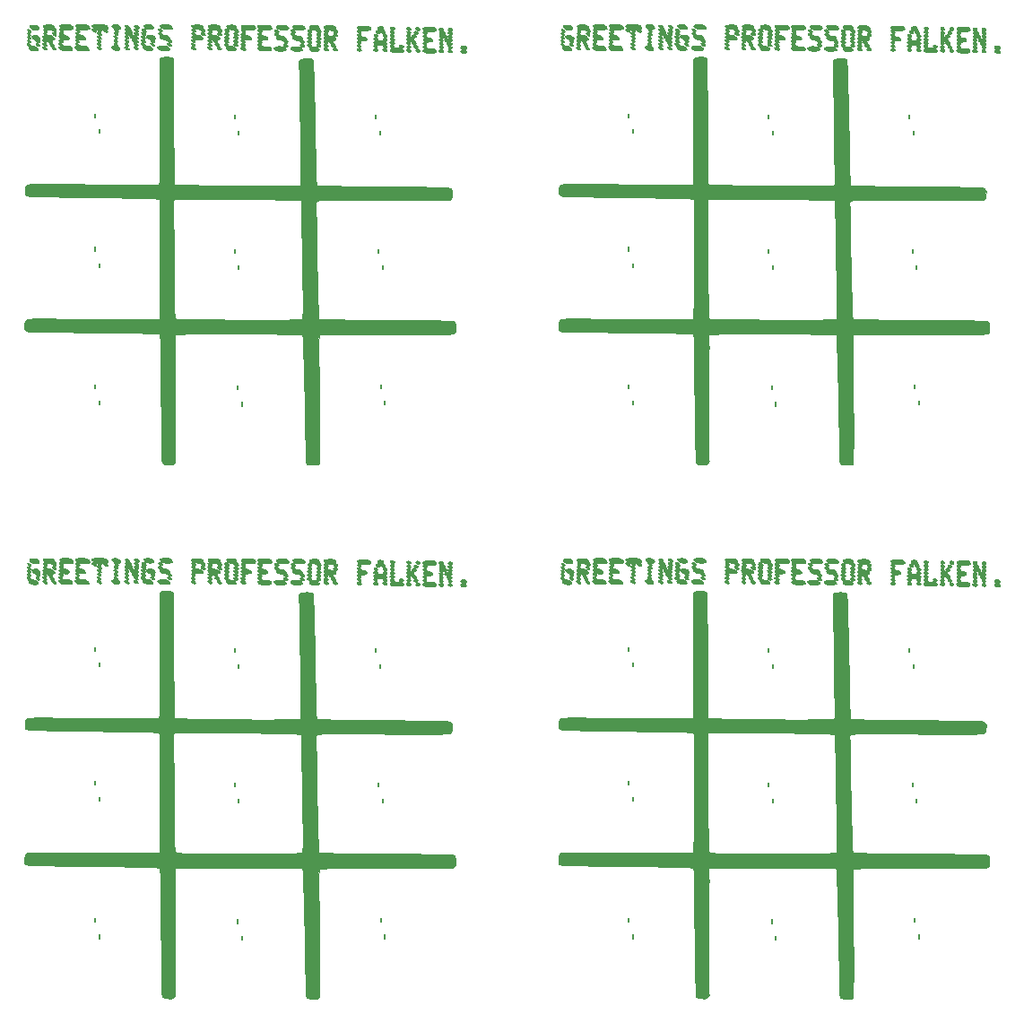
<source format=gto>
%MOIN*%
%OFA0B0*%
%FSLAX46Y46*%
%IPPOS*%
%LPD*%
%ADD10C,0.005905511811023622*%
%ADD11C,0.00039370078740157485*%
%ADD22C,0.005905511811023622*%
%ADD23C,0.00039370078740157485*%
%ADD24C,0.005905511811023622*%
%ADD25C,0.00039370078740157485*%
%ADD26C,0.005905511811023622*%
%ADD27C,0.00039370078740157485*%
G01*
D10*
X0000397637Y0001490157D02*
X0000397637Y0001503937D01*
X0000917322Y0001486220D02*
X0000917322Y0001500000D01*
X0000413385Y0001446850D02*
X0000413385Y0001433070D01*
X0000933070Y0001438976D02*
X0000933070Y0001425196D01*
X0001440944Y0001486220D02*
X0001440944Y0001500000D01*
X0001452755Y0000986220D02*
X0001452755Y0001000000D01*
X0001457185Y0001438976D02*
X0001457185Y0001425196D01*
X0001468503Y0000938976D02*
X0001468503Y0000925196D01*
X0000917322Y0000986220D02*
X0000917322Y0001000000D01*
X0000933070Y0000938976D02*
X0000933070Y0000925196D01*
X0000397637Y0000994094D02*
X0000397637Y0001007874D01*
X0000413385Y0000946850D02*
X0000413385Y0000933070D01*
X0000397637Y0000482283D02*
X0000397637Y0000496062D01*
X0000413385Y0000435039D02*
X0000413385Y0000421259D01*
X0000929133Y0000478346D02*
X0000929133Y0000492125D01*
X0000944881Y0000431102D02*
X0000944881Y0000417322D01*
X0001460629Y0000482283D02*
X0001460629Y0000496062D01*
X0001476377Y0000435039D02*
X0001476377Y0000421259D01*
D11*
G36*
X0000669757Y0001714434D02*
X0000678903Y0001712610D01*
X0000681926Y0001711367D01*
X0000688723Y0001707852D01*
X0000689475Y0001475742D01*
X0000689637Y0001433645D01*
X0000689839Y0001395332D01*
X0000690079Y0001360937D01*
X0000690354Y0001330594D01*
X0000690663Y0001304439D01*
X0000691004Y0001282604D01*
X0000691376Y0001265224D01*
X0000691776Y0001252435D01*
X0000692202Y0001244369D01*
X0000692653Y0001241163D01*
X0000692677Y0001241131D01*
X0000695759Y0001240474D01*
X0000703411Y0001239837D01*
X0000715204Y0001239223D01*
X0000730709Y0001238636D01*
X0000749497Y0001238080D01*
X0000771138Y0001237557D01*
X0000795203Y0001237071D01*
X0000821262Y0001236627D01*
X0000848887Y0001236226D01*
X0000877648Y0001235873D01*
X0000907115Y0001235572D01*
X0000936859Y0001235325D01*
X0000966451Y0001235136D01*
X0000995461Y0001235009D01*
X0001023461Y0001234947D01*
X0001050020Y0001234954D01*
X0001074710Y0001235032D01*
X0001097101Y0001235187D01*
X0001116763Y0001235420D01*
X0001133268Y0001235735D01*
X0001146186Y0001236137D01*
X0001155088Y0001236628D01*
X0001159543Y0001237212D01*
X0001159881Y0001237351D01*
X0001161493Y0001239271D01*
X0001162531Y0001243118D01*
X0001163074Y0001249707D01*
X0001163199Y0001259854D01*
X0001163065Y0001270438D01*
X0001162938Y0001277956D01*
X0001162752Y0001290002D01*
X0001162512Y0001306104D01*
X0001162225Y0001325791D01*
X0001161899Y0001348591D01*
X0001161539Y0001374032D01*
X0001161153Y0001401642D01*
X0001160747Y0001430951D01*
X0001160327Y0001461485D01*
X0001159929Y0001490758D01*
X0001159497Y0001521336D01*
X0001159050Y0001550626D01*
X0001158596Y0001578218D01*
X0001158143Y0001603702D01*
X0001157699Y0001626671D01*
X0001157273Y0001646713D01*
X0001156873Y0001663420D01*
X0001156507Y0001676381D01*
X0001156184Y0001685189D01*
X0001155911Y0001689433D01*
X0001155896Y0001689542D01*
X0001155771Y0001697576D01*
X0001158723Y0001703152D01*
X0001165243Y0001706602D01*
X0001175824Y0001708260D01*
X0001183982Y0001708530D01*
X0001194264Y0001708347D01*
X0001200720Y0001707511D01*
X0001204508Y0001705798D01*
X0001205981Y0001704257D01*
X0001206740Y0001702585D01*
X0001207442Y0001699543D01*
X0001208096Y0001694850D01*
X0001208713Y0001688223D01*
X0001209303Y0001679379D01*
X0001209878Y0001668037D01*
X0001210447Y0001653913D01*
X0001211021Y0001636725D01*
X0001211610Y0001616190D01*
X0001212225Y0001592027D01*
X0001212876Y0001563953D01*
X0001213574Y0001531684D01*
X0001214329Y0001494940D01*
X0001215026Y0001459881D01*
X0001215776Y0001421611D01*
X0001216435Y0001388031D01*
X0001217017Y0001358831D01*
X0001217531Y0001333701D01*
X0001217992Y0001312334D01*
X0001218409Y0001294419D01*
X0001218795Y0001279647D01*
X0001219163Y0001267710D01*
X0001219524Y0001258296D01*
X0001219889Y0001251098D01*
X0001220271Y0001245806D01*
X0001220682Y0001242111D01*
X0001221133Y0001239703D01*
X0001221637Y0001238273D01*
X0001222205Y0001237512D01*
X0001222849Y0001237111D01*
X0001223582Y0001236759D01*
X0001223610Y0001236744D01*
X0001226779Y0001236318D01*
X0001234494Y0001235881D01*
X0001246299Y0001235444D01*
X0001261739Y0001235016D01*
X0001280360Y0001234609D01*
X0001301706Y0001234231D01*
X0001325322Y0001233893D01*
X0001350755Y0001233605D01*
X0001373117Y0001233410D01*
X0001403676Y0001233164D01*
X0001435965Y0001232877D01*
X0001469045Y0001232559D01*
X0001501978Y0001232220D01*
X0001533827Y0001231870D01*
X0001563651Y0001231518D01*
X0001590514Y0001231176D01*
X0001613477Y0001230852D01*
X0001616962Y0001230800D01*
X0001641732Y0001230411D01*
X0001661991Y0001230060D01*
X0001678228Y0001229714D01*
X0001690933Y0001229341D01*
X0001700593Y0001228910D01*
X0001707697Y0001228387D01*
X0001712735Y0001227742D01*
X0001716195Y0001226942D01*
X0001718567Y0001225955D01*
X0001720338Y0001224748D01*
X0001721256Y0001223960D01*
X0001724486Y0001220590D01*
X0001726074Y0001216874D01*
X0001726344Y0001211250D01*
X0001725678Y0001202729D01*
X0001724645Y0001193962D01*
X0001723232Y0001188790D01*
X0001720763Y0001185815D01*
X0001716560Y0001183641D01*
X0001716392Y0001183570D01*
X0001714232Y0001183015D01*
X0001710397Y0001182535D01*
X0001704618Y0001182128D01*
X0001696622Y0001181793D01*
X0001686142Y0001181527D01*
X0001672905Y0001181328D01*
X0001656641Y0001181195D01*
X0001637082Y0001181125D01*
X0001613955Y0001181117D01*
X0001586991Y0001181168D01*
X0001555920Y0001181276D01*
X0001520471Y0001181440D01*
X0001480375Y0001181658D01*
X0001467329Y0001181734D01*
X0001427172Y0001181967D01*
X0001391717Y0001182162D01*
X0001360664Y0001182316D01*
X0001333715Y0001182424D01*
X0001310570Y0001182483D01*
X0001290933Y0001182490D01*
X0001274502Y0001182440D01*
X0001260981Y0001182329D01*
X0001250069Y0001182154D01*
X0001241469Y0001181911D01*
X0001234882Y0001181597D01*
X0001230009Y0001181207D01*
X0001226551Y0001180737D01*
X0001224209Y0001180185D01*
X0001222685Y0001179545D01*
X0001221680Y0001178815D01*
X0001221480Y0001178623D01*
X0001218120Y0001172189D01*
X0001218361Y0001167612D01*
X0001218693Y0001163783D01*
X0001219058Y0001155511D01*
X0001219445Y0001143351D01*
X0001219838Y0001127859D01*
X0001220226Y0001109591D01*
X0001220594Y0001089102D01*
X0001220929Y0001066950D01*
X0001221087Y0001054881D01*
X0001221410Y0001030285D01*
X0001221769Y0001005539D01*
X0001222152Y0000981470D01*
X0001222542Y0000958905D01*
X0001222925Y0000938670D01*
X0001223288Y0000921592D01*
X0001223616Y0000908496D01*
X0001223685Y0000906131D01*
X0001224143Y0000890464D01*
X0001224681Y0000871307D01*
X0001225256Y0000850168D01*
X0001225828Y0000828555D01*
X0001226356Y0000807978D01*
X0001226465Y0000803631D01*
X0001227135Y0000781531D01*
X0001227927Y0000764094D01*
X0001228833Y0000751408D01*
X0001229849Y0000743559D01*
X0001230796Y0000740753D01*
X0001232778Y0000740230D01*
X0001237779Y0000739742D01*
X0001245985Y0000739287D01*
X0001257581Y0000738861D01*
X0001272755Y0000738460D01*
X0001291690Y0000738082D01*
X0001314574Y0000737723D01*
X0001341592Y0000737379D01*
X0001372930Y0000737046D01*
X0001408774Y0000736723D01*
X0001449310Y0000736404D01*
X0001478631Y0000736196D01*
X0001522359Y0000735879D01*
X0001561284Y0000735559D01*
X0001595607Y0000735233D01*
X0001625524Y0000734897D01*
X0001651236Y0000734547D01*
X0001672939Y0000734179D01*
X0001690832Y0000733791D01*
X0001705115Y0000733377D01*
X0001715984Y0000732935D01*
X0001723639Y0000732461D01*
X0001728279Y0000731952D01*
X0001729881Y0000731552D01*
X0001733540Y0000729105D01*
X0001735750Y0000725173D01*
X0001737127Y0000718340D01*
X0001737674Y0000713609D01*
X0001738557Y0000701926D01*
X0001738090Y0000694148D01*
X0001735911Y0000689277D01*
X0001731657Y0000686316D01*
X0001727232Y0000684841D01*
X0001722769Y0000684342D01*
X0001713331Y0000683904D01*
X0001698939Y0000683527D01*
X0001679620Y0000683211D01*
X0001655395Y0000682957D01*
X0001626289Y0000682765D01*
X0001592325Y0000682635D01*
X0001553527Y0000682568D01*
X0001509919Y0000682562D01*
X0001476028Y0000682597D01*
X0001432383Y0000682641D01*
X0001393562Y0000682642D01*
X0001359388Y0000682596D01*
X0001329685Y0000682502D01*
X0001304276Y0000682359D01*
X0001282985Y0000682164D01*
X0001265635Y0000681916D01*
X0001252050Y0000681613D01*
X0001242054Y0000681254D01*
X0001235470Y0000680836D01*
X0001232122Y0000680358D01*
X0001231641Y0000680141D01*
X0001230821Y0000677500D01*
X0001230193Y0000671247D01*
X0001229751Y0000661129D01*
X0001229490Y0000646894D01*
X0001229403Y0000628291D01*
X0001229486Y0000605067D01*
X0001229588Y0000591755D01*
X0001229790Y0000571553D01*
X0001230026Y0000552964D01*
X0001230284Y0000536573D01*
X0001230553Y0000522966D01*
X0001230822Y0000512728D01*
X0001231079Y0000506445D01*
X0001231265Y0000504665D01*
X0001231437Y0000501962D01*
X0001231607Y0000494696D01*
X0001231774Y0000483304D01*
X0001231933Y0000468222D01*
X0001232081Y0000449887D01*
X0001232215Y0000428736D01*
X0001232330Y0000405206D01*
X0001232424Y0000379734D01*
X0001232492Y0000352756D01*
X0001232493Y0000352420D01*
X0001232539Y0000320286D01*
X0001232537Y0000292813D01*
X0001232478Y0000269663D01*
X0001232358Y0000250498D01*
X0001232168Y0000234979D01*
X0001231903Y0000222767D01*
X0001231556Y0000213525D01*
X0001231119Y0000206914D01*
X0001230587Y0000202596D01*
X0001229952Y0000200231D01*
X0001229461Y0000199569D01*
X0001224444Y0000198150D01*
X0001216230Y0000197471D01*
X0001206536Y0000197486D01*
X0001197080Y0000198149D01*
X0001189577Y0000199412D01*
X0001186239Y0000200743D01*
X0001185167Y0000201502D01*
X0001184256Y0000202344D01*
X0001183485Y0000203662D01*
X0001182835Y0000205848D01*
X0001182286Y0000209294D01*
X0001181817Y0000214391D01*
X0001181409Y0000221533D01*
X0001181042Y0000231110D01*
X0001180696Y0000243514D01*
X0001180350Y0000259138D01*
X0001179986Y0000278374D01*
X0001179582Y0000301614D01*
X0001179120Y0000329249D01*
X0001178839Y0000346131D01*
X0001178198Y0000382851D01*
X0001177515Y0000418973D01*
X0001176798Y0000454152D01*
X0001176057Y0000488044D01*
X0001175301Y0000520306D01*
X0001174541Y0000550592D01*
X0001173786Y0000578559D01*
X0001173045Y0000603863D01*
X0001172329Y0000626159D01*
X0001171645Y0000645102D01*
X0001171005Y0000660349D01*
X0001170418Y0000671556D01*
X0001169893Y0000678378D01*
X0001169531Y0000680437D01*
X0001169255Y0000680989D01*
X0001168963Y0000681481D01*
X0001168377Y0000681915D01*
X0001167218Y0000682296D01*
X0001165207Y0000682629D01*
X0001162065Y0000682918D01*
X0001157513Y0000683166D01*
X0001151271Y0000683379D01*
X0001143060Y0000683560D01*
X0001132602Y0000683713D01*
X0001119618Y0000683843D01*
X0001103828Y0000683954D01*
X0001084953Y0000684051D01*
X0001062714Y0000684136D01*
X0001036832Y0000684215D01*
X0001007029Y0000684292D01*
X0000973024Y0000684371D01*
X0000934539Y0000684456D01*
X0000897519Y0000684538D01*
X0000860061Y0000684607D01*
X0000827315Y0000684634D01*
X0000798993Y0000684616D01*
X0000774807Y0000684549D01*
X0000754469Y0000684427D01*
X0000737692Y0000684248D01*
X0000724187Y0000684008D01*
X0000713666Y0000683702D01*
X0000705842Y0000683326D01*
X0000700427Y0000682877D01*
X0000697132Y0000682350D01*
X0000695674Y0000681746D01*
X0000694181Y0000678956D01*
X0000693563Y0000673860D01*
X0000693783Y0000665544D01*
X0000694646Y0000654822D01*
X0000695495Y0000644406D01*
X0000695962Y0000635928D01*
X0000695992Y0000630575D01*
X0000695799Y0000629387D01*
X0000695616Y0000626635D01*
X0000695459Y0000619330D01*
X0000695332Y0000607921D01*
X0000695235Y0000592853D01*
X0000695171Y0000574575D01*
X0000695141Y0000553534D01*
X0000695146Y0000530177D01*
X0000695189Y0000504951D01*
X0000695254Y0000483137D01*
X0000695376Y0000447743D01*
X0000695477Y0000416912D01*
X0000695558Y0000390205D01*
X0000695617Y0000367184D01*
X0000695654Y0000347410D01*
X0000695669Y0000330447D01*
X0000695662Y0000315856D01*
X0000695632Y0000303200D01*
X0000695578Y0000292039D01*
X0000695501Y0000281937D01*
X0000695400Y0000272454D01*
X0000695275Y0000263155D01*
X0000695125Y0000253599D01*
X0000695062Y0000249881D01*
X0000694964Y0000237099D01*
X0000695100Y0000225900D01*
X0000695441Y0000217349D01*
X0000695958Y0000212507D01*
X0000696087Y0000212057D01*
X0000695492Y0000207561D01*
X0000691365Y0000203005D01*
X0000685063Y0000199382D01*
X0000677944Y0000197686D01*
X0000676419Y0000197669D01*
X0000668506Y0000198368D01*
X0000659711Y0000199683D01*
X0000658996Y0000199818D01*
X0000652309Y0000201767D01*
X0000647899Y0000204248D01*
X0000647423Y0000204815D01*
X0000647024Y0000207916D01*
X0000646607Y0000215865D01*
X0000646172Y0000228508D01*
X0000645723Y0000245692D01*
X0000645262Y0000267265D01*
X0000644791Y0000293072D01*
X0000644313Y0000322962D01*
X0000643830Y0000356782D01*
X0000643344Y0000394378D01*
X0000642858Y0000435597D01*
X0000642374Y0000480288D01*
X0000641895Y0000528296D01*
X0000641422Y0000579469D01*
X0000641260Y0000597971D01*
X0000640959Y0000623951D01*
X0000640544Y0000645059D01*
X0000640010Y0000661421D01*
X0000639352Y0000673163D01*
X0000638564Y0000680413D01*
X0000637742Y0000683197D01*
X0000636691Y0000683791D01*
X0000634408Y0000684342D01*
X0000630659Y0000684857D01*
X0000625213Y0000685340D01*
X0000617837Y0000685796D01*
X0000608299Y0000686231D01*
X0000596365Y0000686650D01*
X0000581804Y0000687058D01*
X0000564383Y0000687460D01*
X0000543869Y0000687863D01*
X0000520031Y0000688270D01*
X0000492635Y0000688688D01*
X0000461449Y0000689122D01*
X0000426240Y0000689576D01*
X0000386777Y0000690057D01*
X0000342826Y0000690569D01*
X0000294155Y0000691118D01*
X0000283631Y0000691235D01*
X0000258980Y0000691532D01*
X0000235562Y0000691858D01*
X0000213911Y0000692203D01*
X0000194560Y0000692556D01*
X0000178043Y0000692908D01*
X0000164895Y0000693247D01*
X0000155649Y0000693563D01*
X0000150839Y0000693845D01*
X0000150711Y0000693860D01*
X0000142814Y0000695392D01*
X0000138069Y0000698287D01*
X0000135934Y0000703518D01*
X0000135865Y0000712054D01*
X0000136581Y0000719099D01*
X0000137795Y0000728134D01*
X0000139181Y0000733500D01*
X0000141440Y0000736498D01*
X0000145271Y0000738430D01*
X0000147381Y0000739190D01*
X0000151420Y0000740073D01*
X0000158110Y0000740736D01*
X0000167851Y0000741187D01*
X0000181044Y0000741434D01*
X0000198092Y0000741486D01*
X0000219394Y0000741350D01*
X0000241131Y0000741094D01*
X0000269492Y0000740740D01*
X0000299237Y0000740426D01*
X0000329962Y0000740152D01*
X0000361262Y0000739919D01*
X0000392735Y0000739727D01*
X0000423974Y0000739576D01*
X0000454578Y0000739467D01*
X0000484140Y0000739401D01*
X0000512259Y0000739377D01*
X0000538528Y0000739397D01*
X0000562545Y0000739460D01*
X0000583905Y0000739566D01*
X0000602204Y0000739717D01*
X0000617038Y0000739913D01*
X0000628003Y0000740154D01*
X0000634695Y0000740441D01*
X0000636699Y0000740702D01*
X0000637255Y0000742088D01*
X0000637744Y0000745680D01*
X0000638168Y0000751729D01*
X0000638531Y0000760487D01*
X0000638838Y0000772203D01*
X0000639090Y0000787130D01*
X0000639291Y0000805519D01*
X0000639445Y0000827621D01*
X0000639554Y0000853686D01*
X0000639623Y0000883966D01*
X0000639654Y0000918712D01*
X0000639651Y0000958175D01*
X0000639648Y0000963513D01*
X0000639531Y0001182072D01*
X0000689632Y0001182072D01*
X0000691138Y0000966602D01*
X0000691377Y0000934110D01*
X0000691630Y0000902982D01*
X0000691891Y0000873593D01*
X0000692157Y0000846313D01*
X0000692424Y0000821516D01*
X0000692686Y0000799574D01*
X0000692939Y0000780860D01*
X0000693180Y0000765747D01*
X0000693403Y0000754606D01*
X0000693605Y0000747810D01*
X0000693741Y0000745783D01*
X0000696827Y0000740998D01*
X0000700485Y0000739050D01*
X0000703911Y0000738807D01*
X0000711903Y0000738571D01*
X0000724025Y0000738346D01*
X0000739842Y0000738136D01*
X0000758921Y0000737945D01*
X0000780826Y0000737777D01*
X0000805122Y0000737637D01*
X0000831374Y0000737529D01*
X0000859148Y0000737457D01*
X0000868505Y0000737442D01*
X0000896518Y0000737391D01*
X0000923027Y0000737320D01*
X0000947611Y0000737231D01*
X0000969854Y0000737127D01*
X0000989337Y0000737010D01*
X0001005642Y0000736883D01*
X0001018351Y0000736749D01*
X0001027046Y0000736610D01*
X0001031309Y0000736468D01*
X0001031678Y0000736418D01*
X0001034501Y0000736063D01*
X0001041523Y0000735899D01*
X0001051948Y0000735904D01*
X0001064980Y0000736056D01*
X0001079823Y0000736333D01*
X0001095681Y0000736713D01*
X0001111757Y0000737174D01*
X0001127257Y0000737693D01*
X0001141382Y0000738250D01*
X0001153339Y0000738822D01*
X0001162329Y0000739388D01*
X0001167557Y0000739924D01*
X0001168535Y0000740193D01*
X0001169198Y0000743380D01*
X0001169693Y0000751504D01*
X0001170020Y0000764508D01*
X0001170180Y0000782332D01*
X0001170174Y0000804916D01*
X0001170001Y0000832203D01*
X0001169662Y0000864132D01*
X0001169158Y0000900646D01*
X0001168489Y0000941684D01*
X0001167655Y0000987187D01*
X0001166656Y0001037098D01*
X0001166442Y0001047381D01*
X0001163631Y0001181131D01*
X0001132381Y0001182696D01*
X0001124909Y0001182968D01*
X0001112893Y0001183274D01*
X0001096789Y0001183607D01*
X0001077053Y0001183960D01*
X0001054142Y0001184326D01*
X0001028511Y0001184699D01*
X0001000616Y0001185071D01*
X0000970913Y0001185436D01*
X0000939860Y0001185786D01*
X0000907910Y0001186116D01*
X0000901017Y0001186182D01*
X0000862687Y0001186533D01*
X0000829091Y0001186803D01*
X0000799962Y0001186989D01*
X0000775035Y0001187090D01*
X0000754042Y0001187105D01*
X0000736718Y0001187032D01*
X0000722797Y0001186871D01*
X0000712013Y0001186619D01*
X0000704100Y0001186275D01*
X0000698792Y0001185838D01*
X0000695822Y0001185306D01*
X0000695267Y0001185088D01*
X0000689632Y0001182072D01*
X0000639531Y0001182072D01*
X0000639530Y0001184420D01*
X0000632831Y0001186924D01*
X0000629199Y0001187376D01*
X0000620786Y0001187856D01*
X0000607809Y0001188359D01*
X0000590487Y0001188881D01*
X0000569037Y0001189416D01*
X0000543678Y0001189960D01*
X0000514627Y0001190508D01*
X0000482104Y0001191055D01*
X0000446326Y0001191596D01*
X0000407511Y0001192127D01*
X0000387381Y0001192382D01*
X0000346659Y0001192895D01*
X0000310652Y0001193371D01*
X0000279076Y0001193818D01*
X0000251647Y0001194243D01*
X0000228081Y0001194654D01*
X0000208093Y0001195059D01*
X0000191399Y0001195465D01*
X0000177715Y0001195880D01*
X0000166757Y0001196311D01*
X0000158240Y0001196767D01*
X0000151879Y0001197255D01*
X0000147391Y0001197783D01*
X0000144492Y0001198359D01*
X0000142896Y0001198989D01*
X0000142895Y0001198990D01*
X0000139819Y0001201454D01*
X0000138189Y0001204787D01*
X0000137665Y0001210370D01*
X0000137895Y0001219323D01*
X0000138500Y0001228481D01*
X0000139621Y0001234001D01*
X0000141735Y0001237247D01*
X0000144881Y0001239352D01*
X0000147053Y0001240082D01*
X0000150836Y0001240682D01*
X0000156594Y0001241158D01*
X0000164693Y0001241512D01*
X0000175498Y0001241752D01*
X0000189372Y0001241880D01*
X0000206682Y0001241902D01*
X0000227791Y0001241823D01*
X0000253064Y0001241648D01*
X0000282866Y0001241381D01*
X0000292381Y0001241287D01*
X0000337786Y0001240853D01*
X0000380848Y0001240480D01*
X0000421345Y0001240168D01*
X0000459056Y0001239919D01*
X0000493758Y0001239733D01*
X0000525228Y0001239610D01*
X0000553245Y0001239550D01*
X0000577587Y0001239555D01*
X0000598031Y0001239624D01*
X0000614355Y0001239759D01*
X0000626337Y0001239959D01*
X0000633756Y0001240226D01*
X0000636377Y0001240544D01*
X0000636570Y0001243185D01*
X0000636749Y0001250476D01*
X0000636913Y0001262067D01*
X0000637060Y0001277609D01*
X0000637188Y0001296753D01*
X0000637297Y0001319147D01*
X0000637383Y0001344444D01*
X0000637446Y0001372292D01*
X0000637484Y0001402342D01*
X0000637496Y0001434245D01*
X0000637479Y0001467650D01*
X0000637472Y0001474438D01*
X0000637216Y0001706982D01*
X0000642855Y0001710932D01*
X0000649720Y0001713573D01*
X0000659359Y0001714748D01*
X0000669757Y0001714434D01*
X0000669757Y0001714434D01*
G37*
X0000669757Y0001714434D02*
X0000678903Y0001712610D01*
X0000681926Y0001711367D01*
X0000688723Y0001707852D01*
X0000689475Y0001475742D01*
X0000689637Y0001433645D01*
X0000689839Y0001395332D01*
X0000690079Y0001360937D01*
X0000690354Y0001330594D01*
X0000690663Y0001304439D01*
X0000691004Y0001282604D01*
X0000691376Y0001265224D01*
X0000691776Y0001252435D01*
X0000692202Y0001244369D01*
X0000692653Y0001241163D01*
X0000692677Y0001241131D01*
X0000695759Y0001240474D01*
X0000703411Y0001239837D01*
X0000715204Y0001239223D01*
X0000730709Y0001238636D01*
X0000749497Y0001238080D01*
X0000771138Y0001237557D01*
X0000795203Y0001237071D01*
X0000821262Y0001236627D01*
X0000848887Y0001236226D01*
X0000877648Y0001235873D01*
X0000907115Y0001235572D01*
X0000936859Y0001235325D01*
X0000966451Y0001235136D01*
X0000995461Y0001235009D01*
X0001023461Y0001234947D01*
X0001050020Y0001234954D01*
X0001074710Y0001235032D01*
X0001097101Y0001235187D01*
X0001116763Y0001235420D01*
X0001133268Y0001235735D01*
X0001146186Y0001236137D01*
X0001155088Y0001236628D01*
X0001159543Y0001237212D01*
X0001159881Y0001237351D01*
X0001161493Y0001239271D01*
X0001162531Y0001243118D01*
X0001163074Y0001249707D01*
X0001163199Y0001259854D01*
X0001163065Y0001270438D01*
X0001162938Y0001277956D01*
X0001162752Y0001290002D01*
X0001162512Y0001306104D01*
X0001162225Y0001325791D01*
X0001161899Y0001348591D01*
X0001161539Y0001374032D01*
X0001161153Y0001401642D01*
X0001160747Y0001430951D01*
X0001160327Y0001461485D01*
X0001159929Y0001490758D01*
X0001159497Y0001521336D01*
X0001159050Y0001550626D01*
X0001158596Y0001578218D01*
X0001158143Y0001603702D01*
X0001157699Y0001626671D01*
X0001157273Y0001646713D01*
X0001156873Y0001663420D01*
X0001156507Y0001676381D01*
X0001156184Y0001685189D01*
X0001155911Y0001689433D01*
X0001155896Y0001689542D01*
X0001155771Y0001697576D01*
X0001158723Y0001703152D01*
X0001165243Y0001706602D01*
X0001175824Y0001708260D01*
X0001183982Y0001708530D01*
X0001194264Y0001708347D01*
X0001200720Y0001707511D01*
X0001204508Y0001705798D01*
X0001205981Y0001704257D01*
X0001206740Y0001702585D01*
X0001207442Y0001699543D01*
X0001208096Y0001694850D01*
X0001208713Y0001688223D01*
X0001209303Y0001679379D01*
X0001209878Y0001668037D01*
X0001210447Y0001653913D01*
X0001211021Y0001636725D01*
X0001211610Y0001616190D01*
X0001212225Y0001592027D01*
X0001212876Y0001563953D01*
X0001213574Y0001531684D01*
X0001214329Y0001494940D01*
X0001215026Y0001459881D01*
X0001215776Y0001421611D01*
X0001216435Y0001388031D01*
X0001217017Y0001358831D01*
X0001217531Y0001333701D01*
X0001217992Y0001312334D01*
X0001218409Y0001294419D01*
X0001218795Y0001279647D01*
X0001219163Y0001267710D01*
X0001219524Y0001258296D01*
X0001219889Y0001251098D01*
X0001220271Y0001245806D01*
X0001220682Y0001242111D01*
X0001221133Y0001239703D01*
X0001221637Y0001238273D01*
X0001222205Y0001237512D01*
X0001222849Y0001237111D01*
X0001223582Y0001236759D01*
X0001223610Y0001236744D01*
X0001226779Y0001236318D01*
X0001234494Y0001235881D01*
X0001246299Y0001235444D01*
X0001261739Y0001235016D01*
X0001280360Y0001234609D01*
X0001301706Y0001234231D01*
X0001325322Y0001233893D01*
X0001350755Y0001233605D01*
X0001373117Y0001233410D01*
X0001403676Y0001233164D01*
X0001435965Y0001232877D01*
X0001469045Y0001232559D01*
X0001501978Y0001232220D01*
X0001533827Y0001231870D01*
X0001563651Y0001231518D01*
X0001590514Y0001231176D01*
X0001613477Y0001230852D01*
X0001616962Y0001230800D01*
X0001641732Y0001230411D01*
X0001661991Y0001230060D01*
X0001678228Y0001229714D01*
X0001690933Y0001229341D01*
X0001700593Y0001228910D01*
X0001707697Y0001228387D01*
X0001712735Y0001227742D01*
X0001716195Y0001226942D01*
X0001718567Y0001225955D01*
X0001720338Y0001224748D01*
X0001721256Y0001223960D01*
X0001724486Y0001220590D01*
X0001726074Y0001216874D01*
X0001726344Y0001211250D01*
X0001725678Y0001202729D01*
X0001724645Y0001193962D01*
X0001723232Y0001188790D01*
X0001720763Y0001185815D01*
X0001716560Y0001183641D01*
X0001716392Y0001183570D01*
X0001714232Y0001183015D01*
X0001710397Y0001182535D01*
X0001704618Y0001182128D01*
X0001696622Y0001181793D01*
X0001686142Y0001181527D01*
X0001672905Y0001181328D01*
X0001656641Y0001181195D01*
X0001637082Y0001181125D01*
X0001613955Y0001181117D01*
X0001586991Y0001181168D01*
X0001555920Y0001181276D01*
X0001520471Y0001181440D01*
X0001480375Y0001181658D01*
X0001467329Y0001181734D01*
X0001427172Y0001181967D01*
X0001391717Y0001182162D01*
X0001360664Y0001182316D01*
X0001333715Y0001182424D01*
X0001310570Y0001182483D01*
X0001290933Y0001182490D01*
X0001274502Y0001182440D01*
X0001260981Y0001182329D01*
X0001250069Y0001182154D01*
X0001241469Y0001181911D01*
X0001234882Y0001181597D01*
X0001230009Y0001181207D01*
X0001226551Y0001180737D01*
X0001224209Y0001180185D01*
X0001222685Y0001179545D01*
X0001221680Y0001178815D01*
X0001221480Y0001178623D01*
X0001218120Y0001172189D01*
X0001218361Y0001167612D01*
X0001218693Y0001163783D01*
X0001219058Y0001155511D01*
X0001219445Y0001143351D01*
X0001219838Y0001127859D01*
X0001220226Y0001109591D01*
X0001220594Y0001089102D01*
X0001220929Y0001066950D01*
X0001221087Y0001054881D01*
X0001221410Y0001030285D01*
X0001221769Y0001005539D01*
X0001222152Y0000981470D01*
X0001222542Y0000958905D01*
X0001222925Y0000938670D01*
X0001223288Y0000921592D01*
X0001223616Y0000908496D01*
X0001223685Y0000906131D01*
X0001224143Y0000890464D01*
X0001224681Y0000871307D01*
X0001225256Y0000850168D01*
X0001225828Y0000828555D01*
X0001226356Y0000807978D01*
X0001226465Y0000803631D01*
X0001227135Y0000781531D01*
X0001227927Y0000764094D01*
X0001228833Y0000751408D01*
X0001229849Y0000743559D01*
X0001230796Y0000740753D01*
X0001232778Y0000740230D01*
X0001237779Y0000739742D01*
X0001245985Y0000739287D01*
X0001257581Y0000738861D01*
X0001272755Y0000738460D01*
X0001291690Y0000738082D01*
X0001314574Y0000737723D01*
X0001341592Y0000737379D01*
X0001372930Y0000737046D01*
X0001408774Y0000736723D01*
X0001449310Y0000736404D01*
X0001478631Y0000736196D01*
X0001522359Y0000735879D01*
X0001561284Y0000735559D01*
X0001595607Y0000735233D01*
X0001625524Y0000734897D01*
X0001651236Y0000734547D01*
X0001672939Y0000734179D01*
X0001690832Y0000733791D01*
X0001705115Y0000733377D01*
X0001715984Y0000732935D01*
X0001723639Y0000732461D01*
X0001728279Y0000731952D01*
X0001729881Y0000731552D01*
X0001733540Y0000729105D01*
X0001735750Y0000725173D01*
X0001737127Y0000718340D01*
X0001737674Y0000713609D01*
X0001738557Y0000701926D01*
X0001738090Y0000694148D01*
X0001735911Y0000689277D01*
X0001731657Y0000686316D01*
X0001727232Y0000684841D01*
X0001722769Y0000684342D01*
X0001713331Y0000683904D01*
X0001698939Y0000683527D01*
X0001679620Y0000683211D01*
X0001655395Y0000682957D01*
X0001626289Y0000682765D01*
X0001592325Y0000682635D01*
X0001553527Y0000682568D01*
X0001509919Y0000682562D01*
X0001476028Y0000682597D01*
X0001432383Y0000682641D01*
X0001393562Y0000682642D01*
X0001359388Y0000682596D01*
X0001329685Y0000682502D01*
X0001304276Y0000682359D01*
X0001282985Y0000682164D01*
X0001265635Y0000681916D01*
X0001252050Y0000681613D01*
X0001242054Y0000681254D01*
X0001235470Y0000680836D01*
X0001232122Y0000680358D01*
X0001231641Y0000680141D01*
X0001230821Y0000677500D01*
X0001230193Y0000671247D01*
X0001229751Y0000661129D01*
X0001229490Y0000646894D01*
X0001229403Y0000628291D01*
X0001229486Y0000605067D01*
X0001229588Y0000591755D01*
X0001229790Y0000571553D01*
X0001230026Y0000552964D01*
X0001230284Y0000536573D01*
X0001230553Y0000522966D01*
X0001230822Y0000512728D01*
X0001231079Y0000506445D01*
X0001231265Y0000504665D01*
X0001231437Y0000501962D01*
X0001231607Y0000494696D01*
X0001231774Y0000483304D01*
X0001231933Y0000468222D01*
X0001232081Y0000449887D01*
X0001232215Y0000428736D01*
X0001232330Y0000405206D01*
X0001232424Y0000379734D01*
X0001232492Y0000352756D01*
X0001232493Y0000352420D01*
X0001232539Y0000320286D01*
X0001232537Y0000292813D01*
X0001232478Y0000269663D01*
X0001232358Y0000250498D01*
X0001232168Y0000234979D01*
X0001231903Y0000222767D01*
X0001231556Y0000213525D01*
X0001231119Y0000206914D01*
X0001230587Y0000202596D01*
X0001229952Y0000200231D01*
X0001229461Y0000199569D01*
X0001224444Y0000198150D01*
X0001216230Y0000197471D01*
X0001206536Y0000197486D01*
X0001197080Y0000198149D01*
X0001189577Y0000199412D01*
X0001186239Y0000200743D01*
X0001185167Y0000201502D01*
X0001184256Y0000202344D01*
X0001183485Y0000203662D01*
X0001182835Y0000205848D01*
X0001182286Y0000209294D01*
X0001181817Y0000214391D01*
X0001181409Y0000221533D01*
X0001181042Y0000231110D01*
X0001180696Y0000243514D01*
X0001180350Y0000259138D01*
X0001179986Y0000278374D01*
X0001179582Y0000301614D01*
X0001179120Y0000329249D01*
X0001178839Y0000346131D01*
X0001178198Y0000382851D01*
X0001177515Y0000418973D01*
X0001176798Y0000454152D01*
X0001176057Y0000488044D01*
X0001175301Y0000520306D01*
X0001174541Y0000550592D01*
X0001173786Y0000578559D01*
X0001173045Y0000603863D01*
X0001172329Y0000626159D01*
X0001171645Y0000645102D01*
X0001171005Y0000660349D01*
X0001170418Y0000671556D01*
X0001169893Y0000678378D01*
X0001169531Y0000680437D01*
X0001169255Y0000680989D01*
X0001168963Y0000681481D01*
X0001168377Y0000681915D01*
X0001167218Y0000682296D01*
X0001165207Y0000682629D01*
X0001162065Y0000682918D01*
X0001157513Y0000683166D01*
X0001151271Y0000683379D01*
X0001143060Y0000683560D01*
X0001132602Y0000683713D01*
X0001119618Y0000683843D01*
X0001103828Y0000683954D01*
X0001084953Y0000684051D01*
X0001062714Y0000684136D01*
X0001036832Y0000684215D01*
X0001007029Y0000684292D01*
X0000973024Y0000684371D01*
X0000934539Y0000684456D01*
X0000897519Y0000684538D01*
X0000860061Y0000684607D01*
X0000827315Y0000684634D01*
X0000798993Y0000684616D01*
X0000774807Y0000684549D01*
X0000754469Y0000684427D01*
X0000737692Y0000684248D01*
X0000724187Y0000684008D01*
X0000713666Y0000683702D01*
X0000705842Y0000683326D01*
X0000700427Y0000682877D01*
X0000697132Y0000682350D01*
X0000695674Y0000681746D01*
X0000694181Y0000678956D01*
X0000693563Y0000673860D01*
X0000693783Y0000665544D01*
X0000694646Y0000654822D01*
X0000695495Y0000644406D01*
X0000695962Y0000635928D01*
X0000695992Y0000630575D01*
X0000695799Y0000629387D01*
X0000695616Y0000626635D01*
X0000695459Y0000619330D01*
X0000695332Y0000607921D01*
X0000695235Y0000592853D01*
X0000695171Y0000574575D01*
X0000695141Y0000553534D01*
X0000695146Y0000530177D01*
X0000695189Y0000504951D01*
X0000695254Y0000483137D01*
X0000695376Y0000447743D01*
X0000695477Y0000416912D01*
X0000695558Y0000390205D01*
X0000695617Y0000367184D01*
X0000695654Y0000347410D01*
X0000695669Y0000330447D01*
X0000695662Y0000315856D01*
X0000695632Y0000303200D01*
X0000695578Y0000292039D01*
X0000695501Y0000281937D01*
X0000695400Y0000272454D01*
X0000695275Y0000263155D01*
X0000695125Y0000253599D01*
X0000695062Y0000249881D01*
X0000694964Y0000237099D01*
X0000695100Y0000225900D01*
X0000695441Y0000217349D01*
X0000695958Y0000212507D01*
X0000696087Y0000212057D01*
X0000695492Y0000207561D01*
X0000691365Y0000203005D01*
X0000685063Y0000199382D01*
X0000677944Y0000197686D01*
X0000676419Y0000197669D01*
X0000668506Y0000198368D01*
X0000659711Y0000199683D01*
X0000658996Y0000199818D01*
X0000652309Y0000201767D01*
X0000647899Y0000204248D01*
X0000647423Y0000204815D01*
X0000647024Y0000207916D01*
X0000646607Y0000215865D01*
X0000646172Y0000228508D01*
X0000645723Y0000245692D01*
X0000645262Y0000267265D01*
X0000644791Y0000293072D01*
X0000644313Y0000322962D01*
X0000643830Y0000356782D01*
X0000643344Y0000394378D01*
X0000642858Y0000435597D01*
X0000642374Y0000480288D01*
X0000641895Y0000528296D01*
X0000641422Y0000579469D01*
X0000641260Y0000597971D01*
X0000640959Y0000623951D01*
X0000640544Y0000645059D01*
X0000640010Y0000661421D01*
X0000639352Y0000673163D01*
X0000638564Y0000680413D01*
X0000637742Y0000683197D01*
X0000636691Y0000683791D01*
X0000634408Y0000684342D01*
X0000630659Y0000684857D01*
X0000625213Y0000685340D01*
X0000617837Y0000685796D01*
X0000608299Y0000686231D01*
X0000596365Y0000686650D01*
X0000581804Y0000687058D01*
X0000564383Y0000687460D01*
X0000543869Y0000687863D01*
X0000520031Y0000688270D01*
X0000492635Y0000688688D01*
X0000461449Y0000689122D01*
X0000426240Y0000689576D01*
X0000386777Y0000690057D01*
X0000342826Y0000690569D01*
X0000294155Y0000691118D01*
X0000283631Y0000691235D01*
X0000258980Y0000691532D01*
X0000235562Y0000691858D01*
X0000213911Y0000692203D01*
X0000194560Y0000692556D01*
X0000178043Y0000692908D01*
X0000164895Y0000693247D01*
X0000155649Y0000693563D01*
X0000150839Y0000693845D01*
X0000150711Y0000693860D01*
X0000142814Y0000695392D01*
X0000138069Y0000698287D01*
X0000135934Y0000703518D01*
X0000135865Y0000712054D01*
X0000136581Y0000719099D01*
X0000137795Y0000728134D01*
X0000139181Y0000733500D01*
X0000141440Y0000736498D01*
X0000145271Y0000738430D01*
X0000147381Y0000739190D01*
X0000151420Y0000740073D01*
X0000158110Y0000740736D01*
X0000167851Y0000741187D01*
X0000181044Y0000741434D01*
X0000198092Y0000741486D01*
X0000219394Y0000741350D01*
X0000241131Y0000741094D01*
X0000269492Y0000740740D01*
X0000299237Y0000740426D01*
X0000329962Y0000740152D01*
X0000361262Y0000739919D01*
X0000392735Y0000739727D01*
X0000423974Y0000739576D01*
X0000454578Y0000739467D01*
X0000484140Y0000739401D01*
X0000512259Y0000739377D01*
X0000538528Y0000739397D01*
X0000562545Y0000739460D01*
X0000583905Y0000739566D01*
X0000602204Y0000739717D01*
X0000617038Y0000739913D01*
X0000628003Y0000740154D01*
X0000634695Y0000740441D01*
X0000636699Y0000740702D01*
X0000637255Y0000742088D01*
X0000637744Y0000745680D01*
X0000638168Y0000751729D01*
X0000638531Y0000760487D01*
X0000638838Y0000772203D01*
X0000639090Y0000787130D01*
X0000639291Y0000805519D01*
X0000639445Y0000827621D01*
X0000639554Y0000853686D01*
X0000639623Y0000883966D01*
X0000639654Y0000918712D01*
X0000639651Y0000958175D01*
X0000639648Y0000963513D01*
X0000639531Y0001182072D01*
X0000689632Y0001182072D01*
X0000691138Y0000966602D01*
X0000691377Y0000934110D01*
X0000691630Y0000902982D01*
X0000691891Y0000873593D01*
X0000692157Y0000846313D01*
X0000692424Y0000821516D01*
X0000692686Y0000799574D01*
X0000692939Y0000780860D01*
X0000693180Y0000765747D01*
X0000693403Y0000754606D01*
X0000693605Y0000747810D01*
X0000693741Y0000745783D01*
X0000696827Y0000740998D01*
X0000700485Y0000739050D01*
X0000703911Y0000738807D01*
X0000711903Y0000738571D01*
X0000724025Y0000738346D01*
X0000739842Y0000738136D01*
X0000758921Y0000737945D01*
X0000780826Y0000737777D01*
X0000805122Y0000737637D01*
X0000831374Y0000737529D01*
X0000859148Y0000737457D01*
X0000868505Y0000737442D01*
X0000896518Y0000737391D01*
X0000923027Y0000737320D01*
X0000947611Y0000737231D01*
X0000969854Y0000737127D01*
X0000989337Y0000737010D01*
X0001005642Y0000736883D01*
X0001018351Y0000736749D01*
X0001027046Y0000736610D01*
X0001031309Y0000736468D01*
X0001031678Y0000736418D01*
X0001034501Y0000736063D01*
X0001041523Y0000735899D01*
X0001051948Y0000735904D01*
X0001064980Y0000736056D01*
X0001079823Y0000736333D01*
X0001095681Y0000736713D01*
X0001111757Y0000737174D01*
X0001127257Y0000737693D01*
X0001141382Y0000738250D01*
X0001153339Y0000738822D01*
X0001162329Y0000739388D01*
X0001167557Y0000739924D01*
X0001168535Y0000740193D01*
X0001169198Y0000743380D01*
X0001169693Y0000751504D01*
X0001170020Y0000764508D01*
X0001170180Y0000782332D01*
X0001170174Y0000804916D01*
X0001170001Y0000832203D01*
X0001169662Y0000864132D01*
X0001169158Y0000900646D01*
X0001168489Y0000941684D01*
X0001167655Y0000987187D01*
X0001166656Y0001037098D01*
X0001166442Y0001047381D01*
X0001163631Y0001181131D01*
X0001132381Y0001182696D01*
X0001124909Y0001182968D01*
X0001112893Y0001183274D01*
X0001096789Y0001183607D01*
X0001077053Y0001183960D01*
X0001054142Y0001184326D01*
X0001028511Y0001184699D01*
X0001000616Y0001185071D01*
X0000970913Y0001185436D01*
X0000939860Y0001185786D01*
X0000907910Y0001186116D01*
X0000901017Y0001186182D01*
X0000862687Y0001186533D01*
X0000829091Y0001186803D01*
X0000799962Y0001186989D01*
X0000775035Y0001187090D01*
X0000754042Y0001187105D01*
X0000736718Y0001187032D01*
X0000722797Y0001186871D01*
X0000712013Y0001186619D01*
X0000704100Y0001186275D01*
X0000698792Y0001185838D01*
X0000695822Y0001185306D01*
X0000695267Y0001185088D01*
X0000689632Y0001182072D01*
X0000639531Y0001182072D01*
X0000639530Y0001184420D01*
X0000632831Y0001186924D01*
X0000629199Y0001187376D01*
X0000620786Y0001187856D01*
X0000607809Y0001188359D01*
X0000590487Y0001188881D01*
X0000569037Y0001189416D01*
X0000543678Y0001189960D01*
X0000514627Y0001190508D01*
X0000482104Y0001191055D01*
X0000446326Y0001191596D01*
X0000407511Y0001192127D01*
X0000387381Y0001192382D01*
X0000346659Y0001192895D01*
X0000310652Y0001193371D01*
X0000279076Y0001193818D01*
X0000251647Y0001194243D01*
X0000228081Y0001194654D01*
X0000208093Y0001195059D01*
X0000191399Y0001195465D01*
X0000177715Y0001195880D01*
X0000166757Y0001196311D01*
X0000158240Y0001196767D01*
X0000151879Y0001197255D01*
X0000147391Y0001197783D01*
X0000144492Y0001198359D01*
X0000142896Y0001198989D01*
X0000142895Y0001198990D01*
X0000139819Y0001201454D01*
X0000138189Y0001204787D01*
X0000137665Y0001210370D01*
X0000137895Y0001219323D01*
X0000138500Y0001228481D01*
X0000139621Y0001234001D01*
X0000141735Y0001237247D01*
X0000144881Y0001239352D01*
X0000147053Y0001240082D01*
X0000150836Y0001240682D01*
X0000156594Y0001241158D01*
X0000164693Y0001241512D01*
X0000175498Y0001241752D01*
X0000189372Y0001241880D01*
X0000206682Y0001241902D01*
X0000227791Y0001241823D01*
X0000253064Y0001241648D01*
X0000282866Y0001241381D01*
X0000292381Y0001241287D01*
X0000337786Y0001240853D01*
X0000380848Y0001240480D01*
X0000421345Y0001240168D01*
X0000459056Y0001239919D01*
X0000493758Y0001239733D01*
X0000525228Y0001239610D01*
X0000553245Y0001239550D01*
X0000577587Y0001239555D01*
X0000598031Y0001239624D01*
X0000614355Y0001239759D01*
X0000626337Y0001239959D01*
X0000633756Y0001240226D01*
X0000636377Y0001240544D01*
X0000636570Y0001243185D01*
X0000636749Y0001250476D01*
X0000636913Y0001262067D01*
X0000637060Y0001277609D01*
X0000637188Y0001296753D01*
X0000637297Y0001319147D01*
X0000637383Y0001344444D01*
X0000637446Y0001372292D01*
X0000637484Y0001402342D01*
X0000637496Y0001434245D01*
X0000637479Y0001467650D01*
X0000637472Y0001474438D01*
X0000637216Y0001706982D01*
X0000642855Y0001710932D01*
X0000649720Y0001713573D01*
X0000659359Y0001714748D01*
X0000669757Y0001714434D01*
G36*
X0000670222Y0001835077D02*
X0000674717Y0001834031D01*
X0000678120Y0001832235D01*
X0000680795Y0001829572D01*
X0000682460Y0001827078D01*
X0000684118Y0001824094D01*
X0000684693Y0001822320D01*
X0000684290Y0001821087D01*
X0000683522Y0001820229D01*
X0000681456Y0001819296D01*
X0000677703Y0001818602D01*
X0000672787Y0001818157D01*
X0000667230Y0001817974D01*
X0000661555Y0001818064D01*
X0000656288Y0001818437D01*
X0000651950Y0001819107D01*
X0000650467Y0001819500D01*
X0000646844Y0001821206D01*
X0000643298Y0001823767D01*
X0000640384Y0001826676D01*
X0000638655Y0001829421D01*
X0000638407Y0001830590D01*
X0000639113Y0001832279D01*
X0000641353Y0001833563D01*
X0000645309Y0001834490D01*
X0000651165Y0001835107D01*
X0000656496Y0001835382D01*
X0000664270Y0001835488D01*
X0000670222Y0001835077D01*
X0000670222Y0001835077D01*
G37*
X0000670222Y0001835077D02*
X0000674717Y0001834031D01*
X0000678120Y0001832235D01*
X0000680795Y0001829572D01*
X0000682460Y0001827078D01*
X0000684118Y0001824094D01*
X0000684693Y0001822320D01*
X0000684290Y0001821087D01*
X0000683522Y0001820229D01*
X0000681456Y0001819296D01*
X0000677703Y0001818602D01*
X0000672787Y0001818157D01*
X0000667230Y0001817974D01*
X0000661555Y0001818064D01*
X0000656288Y0001818437D01*
X0000651950Y0001819107D01*
X0000650467Y0001819500D01*
X0000646844Y0001821206D01*
X0000643298Y0001823767D01*
X0000640384Y0001826676D01*
X0000638655Y0001829421D01*
X0000638407Y0001830590D01*
X0000639113Y0001832279D01*
X0000641353Y0001833563D01*
X0000645309Y0001834490D01*
X0000651165Y0001835107D01*
X0000656496Y0001835382D01*
X0000664270Y0001835488D01*
X0000670222Y0001835077D01*
G36*
X0000601729Y0001834980D02*
X0000604300Y0001834404D01*
X0000608581Y0001832587D01*
X0000611995Y0001829971D01*
X0000614324Y0001826938D01*
X0000615352Y0001823872D01*
X0000614862Y0001821156D01*
X0000612852Y0001819279D01*
X0000609887Y0001818457D01*
X0000605424Y0001818044D01*
X0000600148Y0001818044D01*
X0000594746Y0001818462D01*
X0000590629Y0001819137D01*
X0000586838Y0001820539D01*
X0000583124Y0001822856D01*
X0000580002Y0001825641D01*
X0000577986Y0001828445D01*
X0000577532Y0001830548D01*
X0000578836Y0001832338D01*
X0000581870Y0001833800D01*
X0000586154Y0001834863D01*
X0000591211Y0001835460D01*
X0000596562Y0001835522D01*
X0000601729Y0001834980D01*
X0000601729Y0001834980D01*
G37*
X0000601729Y0001834980D02*
X0000604300Y0001834404D01*
X0000608581Y0001832587D01*
X0000611995Y0001829971D01*
X0000614324Y0001826938D01*
X0000615352Y0001823872D01*
X0000614862Y0001821156D01*
X0000612852Y0001819279D01*
X0000609887Y0001818457D01*
X0000605424Y0001818044D01*
X0000600148Y0001818044D01*
X0000594746Y0001818462D01*
X0000590629Y0001819137D01*
X0000586838Y0001820539D01*
X0000583124Y0001822856D01*
X0000580002Y0001825641D01*
X0000577986Y0001828445D01*
X0000577532Y0001830548D01*
X0000578836Y0001832338D01*
X0000581870Y0001833800D01*
X0000586154Y0001834863D01*
X0000591211Y0001835460D01*
X0000596562Y0001835522D01*
X0000601729Y0001834980D01*
G36*
X0001093390Y0001833175D02*
X0001099991Y0001832957D01*
X0001104796Y0001832565D01*
X0001108232Y0001831832D01*
X0001110725Y0001830593D01*
X0001112700Y0001828680D01*
X0001114585Y0001825928D01*
X0001115391Y0001824585D01*
X0001116635Y0001822246D01*
X0001116655Y0001820800D01*
X0001115401Y0001819252D01*
X0001115113Y0001818963D01*
X0001114046Y0001818067D01*
X0001112684Y0001817448D01*
X0001110635Y0001817057D01*
X0001107508Y0001816849D01*
X0001102912Y0001816777D01*
X0001097018Y0001816789D01*
X0001091052Y0001816897D01*
X0001085661Y0001817131D01*
X0001081344Y0001817462D01*
X0001078603Y0001817856D01*
X0001078171Y0001817979D01*
X0001075555Y0001819735D01*
X0001073007Y0001822651D01*
X0001071166Y0001825873D01*
X0001070629Y0001828095D01*
X0001071549Y0001829609D01*
X0001073834Y0001831271D01*
X0001074587Y0001831659D01*
X0001076676Y0001832453D01*
X0001079248Y0001832963D01*
X0001082751Y0001833225D01*
X0001087632Y0001833276D01*
X0001093390Y0001833175D01*
X0001093390Y0001833175D01*
G37*
X0001093390Y0001833175D02*
X0001099991Y0001832957D01*
X0001104796Y0001832565D01*
X0001108232Y0001831832D01*
X0001110725Y0001830593D01*
X0001112700Y0001828680D01*
X0001114585Y0001825928D01*
X0001115391Y0001824585D01*
X0001116635Y0001822246D01*
X0001116655Y0001820800D01*
X0001115401Y0001819252D01*
X0001115113Y0001818963D01*
X0001114046Y0001818067D01*
X0001112684Y0001817448D01*
X0001110635Y0001817057D01*
X0001107508Y0001816849D01*
X0001102912Y0001816777D01*
X0001097018Y0001816789D01*
X0001091052Y0001816897D01*
X0001085661Y0001817131D01*
X0001081344Y0001817462D01*
X0001078603Y0001817856D01*
X0001078171Y0001817979D01*
X0001075555Y0001819735D01*
X0001073007Y0001822651D01*
X0001071166Y0001825873D01*
X0001070629Y0001828095D01*
X0001071549Y0001829609D01*
X0001073834Y0001831271D01*
X0001074587Y0001831659D01*
X0001076676Y0001832453D01*
X0001079248Y0001832963D01*
X0001082751Y0001833225D01*
X0001087632Y0001833276D01*
X0001093390Y0001833175D01*
G36*
X0001159459Y0001832648D02*
X0001164816Y0001832183D01*
X0001168774Y0001831265D01*
X0001171739Y0001829770D01*
X0001174119Y0001827575D01*
X0001175580Y0001825662D01*
X0001177515Y0001822085D01*
X0001177526Y0001819496D01*
X0001175548Y0001817664D01*
X0001173019Y0001816729D01*
X0001170160Y0001816277D01*
X0001165744Y0001815960D01*
X0001160433Y0001815788D01*
X0001154889Y0001815770D01*
X0001149775Y0001815916D01*
X0001145751Y0001816235D01*
X0001145074Y0001816330D01*
X0001140845Y0001817145D01*
X0001138095Y0001818210D01*
X0001136085Y0001819922D01*
X0001134549Y0001821972D01*
X0001132495Y0001825350D01*
X0001131962Y0001827614D01*
X0001133000Y0001829315D01*
X0001135352Y0001830839D01*
X0001137443Y0001831732D01*
X0001140133Y0001832317D01*
X0001143888Y0001832648D01*
X0001149177Y0001832779D01*
X0001152296Y0001832787D01*
X0001159459Y0001832648D01*
X0001159459Y0001832648D01*
G37*
X0001159459Y0001832648D02*
X0001164816Y0001832183D01*
X0001168774Y0001831265D01*
X0001171739Y0001829770D01*
X0001174119Y0001827575D01*
X0001175580Y0001825662D01*
X0001177515Y0001822085D01*
X0001177526Y0001819496D01*
X0001175548Y0001817664D01*
X0001173019Y0001816729D01*
X0001170160Y0001816277D01*
X0001165744Y0001815960D01*
X0001160433Y0001815788D01*
X0001154889Y0001815770D01*
X0001149775Y0001815916D01*
X0001145751Y0001816235D01*
X0001145074Y0001816330D01*
X0001140845Y0001817145D01*
X0001138095Y0001818210D01*
X0001136085Y0001819922D01*
X0001134549Y0001821972D01*
X0001132495Y0001825350D01*
X0001131962Y0001827614D01*
X0001133000Y0001829315D01*
X0001135352Y0001830839D01*
X0001137443Y0001831732D01*
X0001140133Y0001832317D01*
X0001143888Y0001832648D01*
X0001149177Y0001832779D01*
X0001152296Y0001832787D01*
X0001159459Y0001832648D01*
G36*
X0000171741Y0001833420D02*
X0000178463Y0001832362D01*
X0000183443Y0001829933D01*
X0000186675Y0001826140D01*
X0000188020Y0001821990D01*
X0000188249Y0001819316D01*
X0000187418Y0001817900D01*
X0000185029Y0001816852D01*
X0000179677Y0001815824D01*
X0000173209Y0001815885D01*
X0000166442Y0001817020D01*
X0000165794Y0001817189D01*
X0000161315Y0001818990D01*
X0000157583Y0001821590D01*
X0000154889Y0001824617D01*
X0000153522Y0001827700D01*
X0000153772Y0001830468D01*
X0000154560Y0001831584D01*
X0000156545Y0001832725D01*
X0000159907Y0001833391D01*
X0000164915Y0001833612D01*
X0000171741Y0001833420D01*
X0000171741Y0001833420D01*
G37*
X0000171741Y0001833420D02*
X0000178463Y0001832362D01*
X0000183443Y0001829933D01*
X0000186675Y0001826140D01*
X0000188020Y0001821990D01*
X0000188249Y0001819316D01*
X0000187418Y0001817900D01*
X0000185029Y0001816852D01*
X0000179677Y0001815824D01*
X0000173209Y0001815885D01*
X0000166442Y0001817020D01*
X0000165794Y0001817189D01*
X0000161315Y0001818990D01*
X0000157583Y0001821590D01*
X0000154889Y0001824617D01*
X0000153522Y0001827700D01*
X0000153772Y0001830468D01*
X0000154560Y0001831584D01*
X0000156545Y0001832725D01*
X0000159907Y0001833391D01*
X0000164915Y0001833612D01*
X0000171741Y0001833420D01*
G36*
X0001599537Y0001824682D02*
X0001602506Y0001822417D01*
X0001604564Y0001819486D01*
X0001605074Y0001817362D01*
X0001604651Y0001815370D01*
X0001602990Y0001814120D01*
X0001600907Y0001813426D01*
X0001597278Y0001812537D01*
X0001595035Y0001812543D01*
X0001593448Y0001813651D01*
X0001591831Y0001815999D01*
X0001590347Y0001818654D01*
X0001589558Y0001820563D01*
X0001589518Y0001820827D01*
X0001590467Y0001822731D01*
X0001592748Y0001824488D01*
X0001595518Y0001825513D01*
X0001596388Y0001825590D01*
X0001599537Y0001824682D01*
X0001599537Y0001824682D01*
G37*
X0001599537Y0001824682D02*
X0001602506Y0001822417D01*
X0001604564Y0001819486D01*
X0001605074Y0001817362D01*
X0001604651Y0001815370D01*
X0001602990Y0001814120D01*
X0001600907Y0001813426D01*
X0001597278Y0001812537D01*
X0001595035Y0001812543D01*
X0001593448Y0001813651D01*
X0001591831Y0001815999D01*
X0001590347Y0001818654D01*
X0001589558Y0001820563D01*
X0001589518Y0001820827D01*
X0001590467Y0001822731D01*
X0001592748Y0001824488D01*
X0001595518Y0001825513D01*
X0001596388Y0001825590D01*
X0001599537Y0001824682D01*
G36*
X0000152489Y0001817251D02*
X0000155976Y0001815010D01*
X0000158516Y0001811929D01*
X0000159518Y0001808729D01*
X0000159518Y0001808676D01*
X0000158700Y0001807026D01*
X0000156627Y0001806548D01*
X0000153868Y0001807150D01*
X0000150995Y0001808737D01*
X0000149241Y0001810361D01*
X0000146861Y0001813828D01*
X0000146250Y0001816435D01*
X0000147290Y0001817935D01*
X0000149863Y0001818079D01*
X0000152489Y0001817251D01*
X0000152489Y0001817251D01*
G37*
X0000152489Y0001817251D02*
X0000155976Y0001815010D01*
X0000158516Y0001811929D01*
X0000159518Y0001808729D01*
X0000159518Y0001808676D01*
X0000158700Y0001807026D01*
X0000156627Y0001806548D01*
X0000153868Y0001807150D01*
X0000150995Y0001808737D01*
X0000149241Y0001810361D01*
X0000146861Y0001813828D01*
X0000146250Y0001816435D01*
X0000147290Y0001817935D01*
X0000149863Y0001818079D01*
X0000152489Y0001817251D01*
G36*
X0001592520Y0001810333D02*
X0001595429Y0001808331D01*
X0001597628Y0001805790D01*
X0001598372Y0001803685D01*
X0001597401Y0001801955D01*
X0001594731Y0001800675D01*
X0001590873Y0001800066D01*
X0001589869Y0001800043D01*
X0001586833Y0001800346D01*
X0001585094Y0001801552D01*
X0001584241Y0001803042D01*
X0001582944Y0001806878D01*
X0001583367Y0001809387D01*
X0001585630Y0001810750D01*
X0001589662Y0001811146D01*
X0001592520Y0001810333D01*
X0001592520Y0001810333D01*
G37*
X0001592520Y0001810333D02*
X0001595429Y0001808331D01*
X0001597628Y0001805790D01*
X0001598372Y0001803685D01*
X0001597401Y0001801955D01*
X0001594731Y0001800675D01*
X0001590873Y0001800066D01*
X0001589869Y0001800043D01*
X0001586833Y0001800346D01*
X0001585094Y0001801552D01*
X0001584241Y0001803042D01*
X0001582944Y0001806878D01*
X0001583367Y0001809387D01*
X0001585630Y0001810750D01*
X0001589662Y0001811146D01*
X0001592520Y0001810333D01*
G36*
X0000231614Y0001834294D02*
X0000236993Y0001833653D01*
X0000240915Y0001832417D01*
X0000243751Y0001830444D01*
X0000245872Y0001827597D01*
X0000246621Y0001826146D01*
X0000248449Y0001822363D01*
X0000250585Y0001818052D01*
X0000251395Y0001816446D01*
X0000252981Y0001812205D01*
X0000253002Y0001809024D01*
X0000251501Y0001807133D01*
X0000249479Y0001806701D01*
X0000247933Y0001806577D01*
X0000247483Y0001805923D01*
X0000248184Y0001804311D01*
X0000250093Y0001801316D01*
X0000250203Y0001801149D01*
X0000252115Y0001797385D01*
X0000252238Y0001794794D01*
X0000250682Y0001793533D01*
X0000247559Y0001793760D01*
X0000245505Y0001794457D01*
X0000243143Y0001796034D01*
X0000240738Y0001798531D01*
X0000238950Y0001801165D01*
X0000238407Y0001802869D01*
X0000239231Y0001804472D01*
X0000241214Y0001806338D01*
X0000241235Y0001806353D01*
X0000244062Y0001808413D01*
X0000240831Y0001811508D01*
X0000238310Y0001813424D01*
X0000235125Y0001814696D01*
X0000230534Y0001815609D01*
X0000229948Y0001815695D01*
X0000225715Y0001816168D01*
X0000222079Y0001816343D01*
X0000219901Y0001816193D01*
X0000218389Y0001815519D01*
X0000217873Y0001814068D01*
X0000218103Y0001811151D01*
X0000218700Y0001806701D01*
X0000214278Y0001806701D01*
X0000211444Y0001806883D01*
X0000209741Y0001807809D01*
X0000208362Y0001810047D01*
X0000207795Y0001811272D01*
X0000206581Y0001814254D01*
X0000206350Y0001816221D01*
X0000207063Y0001818135D01*
X0000207491Y0001818904D01*
X0000208527Y0001821043D01*
X0000208417Y0001822677D01*
X0000207021Y0001824805D01*
X0000206602Y0001825345D01*
X0000204842Y0001828305D01*
X0000204786Y0001830624D01*
X0000206527Y0001832353D01*
X0000210161Y0001833538D01*
X0000215783Y0001834229D01*
X0000223487Y0001834475D01*
X0000224406Y0001834477D01*
X0000231614Y0001834294D01*
X0000231614Y0001834294D01*
G37*
X0000231614Y0001834294D02*
X0000236993Y0001833653D01*
X0000240915Y0001832417D01*
X0000243751Y0001830444D01*
X0000245872Y0001827597D01*
X0000246621Y0001826146D01*
X0000248449Y0001822363D01*
X0000250585Y0001818052D01*
X0000251395Y0001816446D01*
X0000252981Y0001812205D01*
X0000253002Y0001809024D01*
X0000251501Y0001807133D01*
X0000249479Y0001806701D01*
X0000247933Y0001806577D01*
X0000247483Y0001805923D01*
X0000248184Y0001804311D01*
X0000250093Y0001801316D01*
X0000250203Y0001801149D01*
X0000252115Y0001797385D01*
X0000252238Y0001794794D01*
X0000250682Y0001793533D01*
X0000247559Y0001793760D01*
X0000245505Y0001794457D01*
X0000243143Y0001796034D01*
X0000240738Y0001798531D01*
X0000238950Y0001801165D01*
X0000238407Y0001802869D01*
X0000239231Y0001804472D01*
X0000241214Y0001806338D01*
X0000241235Y0001806353D01*
X0000244062Y0001808413D01*
X0000240831Y0001811508D01*
X0000238310Y0001813424D01*
X0000235125Y0001814696D01*
X0000230534Y0001815609D01*
X0000229948Y0001815695D01*
X0000225715Y0001816168D01*
X0000222079Y0001816343D01*
X0000219901Y0001816193D01*
X0000218389Y0001815519D01*
X0000217873Y0001814068D01*
X0000218103Y0001811151D01*
X0000218700Y0001806701D01*
X0000214278Y0001806701D01*
X0000211444Y0001806883D01*
X0000209741Y0001807809D01*
X0000208362Y0001810047D01*
X0000207795Y0001811272D01*
X0000206581Y0001814254D01*
X0000206350Y0001816221D01*
X0000207063Y0001818135D01*
X0000207491Y0001818904D01*
X0000208527Y0001821043D01*
X0000208417Y0001822677D01*
X0000207021Y0001824805D01*
X0000206602Y0001825345D01*
X0000204842Y0001828305D01*
X0000204786Y0001830624D01*
X0000206527Y0001832353D01*
X0000210161Y0001833538D01*
X0000215783Y0001834229D01*
X0000223487Y0001834475D01*
X0000224406Y0001834477D01*
X0000231614Y0001834294D01*
G36*
X0000153626Y0001803734D02*
X0000156238Y0001800504D01*
X0000157865Y0001796959D01*
X0000157638Y0001794609D01*
X0000155560Y0001793476D01*
X0000154145Y0001793368D01*
X0000151717Y0001793843D01*
X0000149614Y0001795587D01*
X0000147999Y0001797788D01*
X0000146074Y0001800764D01*
X0000145302Y0001802457D01*
X0000145628Y0001803448D01*
X0000146993Y0001804317D01*
X0000147338Y0001804501D01*
X0000150582Y0001805211D01*
X0000153626Y0001803734D01*
X0000153626Y0001803734D01*
G37*
X0000153626Y0001803734D02*
X0000156238Y0001800504D01*
X0000157865Y0001796959D01*
X0000157638Y0001794609D01*
X0000155560Y0001793476D01*
X0000154145Y0001793368D01*
X0000151717Y0001793843D01*
X0000149614Y0001795587D01*
X0000147999Y0001797788D01*
X0000146074Y0001800764D01*
X0000145302Y0001802457D01*
X0000145628Y0001803448D01*
X0000146993Y0001804317D01*
X0000147338Y0001804501D01*
X0000150582Y0001805211D01*
X0000153626Y0001803734D01*
G36*
X0000420747Y0001835495D02*
X0000427004Y0001835286D01*
X0000431723Y0001834821D01*
X0000435245Y0001834021D01*
X0000437909Y0001832806D01*
X0000440057Y0001831097D01*
X0000442030Y0001828815D01*
X0000442150Y0001828659D01*
X0000444457Y0001824879D01*
X0000444892Y0001821809D01*
X0000443497Y0001819036D01*
X0000443199Y0001818693D01*
X0000442035Y0001816965D01*
X0000442018Y0001815010D01*
X0000442713Y0001812778D01*
X0000443457Y0001809963D01*
X0000443491Y0001808003D01*
X0000443411Y0001807819D01*
X0000441606Y0001806821D01*
X0000438575Y0001806957D01*
X0000434884Y0001808042D01*
X0000431095Y0001809891D01*
X0000427774Y0001812319D01*
X0000426846Y0001813250D01*
X0000424388Y0001815256D01*
X0000422556Y0001815131D01*
X0000421337Y0001812874D01*
X0000421185Y0001812258D01*
X0000419924Y0001809309D01*
X0000418195Y0001807344D01*
X0000416808Y0001806232D01*
X0000416706Y0001805210D01*
X0000417987Y0001803556D01*
X0000418838Y0001802632D01*
X0000421196Y0001799374D01*
X0000421533Y0001796904D01*
X0000419852Y0001795283D01*
X0000418685Y0001794902D01*
X0000415731Y0001794046D01*
X0000414817Y0001793057D01*
X0000415798Y0001791424D01*
X0000417284Y0001789876D01*
X0000419766Y0001786709D01*
X0000420551Y0001784041D01*
X0000419577Y0001782192D01*
X0000418872Y0001781820D01*
X0000416574Y0001781246D01*
X0000414455Y0001781670D01*
X0000411895Y0001783330D01*
X0000409466Y0001785390D01*
X0000406592Y0001788471D01*
X0000405370Y0001791002D01*
X0000405845Y0001792725D01*
X0000408059Y0001793384D01*
X0000408095Y0001793385D01*
X0000410736Y0001793952D01*
X0000411652Y0001794401D01*
X0000412238Y0001795293D01*
X0000411538Y0001796745D01*
X0000409347Y0001799123D01*
X0000408597Y0001799852D01*
X0000405450Y0001803169D01*
X0000404130Y0001805355D01*
X0000404603Y0001806496D01*
X0000405907Y0001806718D01*
X0000408544Y0001807296D01*
X0000409430Y0001807734D01*
X0000410179Y0001809251D01*
X0000409347Y0001811374D01*
X0000407280Y0001813602D01*
X0000404325Y0001815435D01*
X0000404013Y0001815569D01*
X0000401126Y0001816469D01*
X0000399914Y0001815968D01*
X0000400265Y0001813937D01*
X0000401086Y0001812121D01*
X0000402182Y0001809161D01*
X0000401669Y0001807615D01*
X0000399410Y0001807337D01*
X0000396992Y0001807755D01*
X0000391703Y0001809627D01*
X0000387747Y0001812416D01*
X0000386179Y0001814490D01*
X0000385653Y0001816324D01*
X0000386557Y0001818077D01*
X0000387837Y0001819368D01*
X0000390691Y0001822013D01*
X0000387798Y0001825451D01*
X0000385804Y0001828285D01*
X0000385171Y0001830563D01*
X0000386031Y0001832339D01*
X0000388511Y0001833666D01*
X0000392740Y0001834595D01*
X0000398849Y0001835179D01*
X0000406967Y0001835471D01*
X0000412610Y0001835527D01*
X0000420747Y0001835495D01*
X0000420747Y0001835495D01*
G37*
X0000420747Y0001835495D02*
X0000427004Y0001835286D01*
X0000431723Y0001834821D01*
X0000435245Y0001834021D01*
X0000437909Y0001832806D01*
X0000440057Y0001831097D01*
X0000442030Y0001828815D01*
X0000442150Y0001828659D01*
X0000444457Y0001824879D01*
X0000444892Y0001821809D01*
X0000443497Y0001819036D01*
X0000443199Y0001818693D01*
X0000442035Y0001816965D01*
X0000442018Y0001815010D01*
X0000442713Y0001812778D01*
X0000443457Y0001809963D01*
X0000443491Y0001808003D01*
X0000443411Y0001807819D01*
X0000441606Y0001806821D01*
X0000438575Y0001806957D01*
X0000434884Y0001808042D01*
X0000431095Y0001809891D01*
X0000427774Y0001812319D01*
X0000426846Y0001813250D01*
X0000424388Y0001815256D01*
X0000422556Y0001815131D01*
X0000421337Y0001812874D01*
X0000421185Y0001812258D01*
X0000419924Y0001809309D01*
X0000418195Y0001807344D01*
X0000416808Y0001806232D01*
X0000416706Y0001805210D01*
X0000417987Y0001803556D01*
X0000418838Y0001802632D01*
X0000421196Y0001799374D01*
X0000421533Y0001796904D01*
X0000419852Y0001795283D01*
X0000418685Y0001794902D01*
X0000415731Y0001794046D01*
X0000414817Y0001793057D01*
X0000415798Y0001791424D01*
X0000417284Y0001789876D01*
X0000419766Y0001786709D01*
X0000420551Y0001784041D01*
X0000419577Y0001782192D01*
X0000418872Y0001781820D01*
X0000416574Y0001781246D01*
X0000414455Y0001781670D01*
X0000411895Y0001783330D01*
X0000409466Y0001785390D01*
X0000406592Y0001788471D01*
X0000405370Y0001791002D01*
X0000405845Y0001792725D01*
X0000408059Y0001793384D01*
X0000408095Y0001793385D01*
X0000410736Y0001793952D01*
X0000411652Y0001794401D01*
X0000412238Y0001795293D01*
X0000411538Y0001796745D01*
X0000409347Y0001799123D01*
X0000408597Y0001799852D01*
X0000405450Y0001803169D01*
X0000404130Y0001805355D01*
X0000404603Y0001806496D01*
X0000405907Y0001806718D01*
X0000408544Y0001807296D01*
X0000409430Y0001807734D01*
X0000410179Y0001809251D01*
X0000409347Y0001811374D01*
X0000407280Y0001813602D01*
X0000404325Y0001815435D01*
X0000404013Y0001815569D01*
X0000401126Y0001816469D01*
X0000399914Y0001815968D01*
X0000400265Y0001813937D01*
X0000401086Y0001812121D01*
X0000402182Y0001809161D01*
X0000401669Y0001807615D01*
X0000399410Y0001807337D01*
X0000396992Y0001807755D01*
X0000391703Y0001809627D01*
X0000387747Y0001812416D01*
X0000386179Y0001814490D01*
X0000385653Y0001816324D01*
X0000386557Y0001818077D01*
X0000387837Y0001819368D01*
X0000390691Y0001822013D01*
X0000387798Y0001825451D01*
X0000385804Y0001828285D01*
X0000385171Y0001830563D01*
X0000386031Y0001832339D01*
X0000388511Y0001833666D01*
X0000392740Y0001834595D01*
X0000398849Y0001835179D01*
X0000406967Y0001835471D01*
X0000412610Y0001835527D01*
X0000420747Y0001835495D01*
G36*
X0000151707Y0001791628D02*
X0000154381Y0001789312D01*
X0000154473Y0001789212D01*
X0000156783Y0001785899D01*
X0000157043Y0001783209D01*
X0000155244Y0001781238D01*
X0000155147Y0001781185D01*
X0000151931Y0001780061D01*
X0000149514Y0001780795D01*
X0000147536Y0001783547D01*
X0000146986Y0001784759D01*
X0000145838Y0001787687D01*
X0000145602Y0001789310D01*
X0000146268Y0001790348D01*
X0000146920Y0001790859D01*
X0000149421Y0001792100D01*
X0000151707Y0001791628D01*
X0000151707Y0001791628D01*
G37*
X0000151707Y0001791628D02*
X0000154381Y0001789312D01*
X0000154473Y0001789212D01*
X0000156783Y0001785899D01*
X0000157043Y0001783209D01*
X0000155244Y0001781238D01*
X0000155147Y0001781185D01*
X0000151931Y0001780061D01*
X0000149514Y0001780795D01*
X0000147536Y0001783547D01*
X0000146986Y0001784759D01*
X0000145838Y0001787687D01*
X0000145602Y0001789310D01*
X0000146268Y0001790348D01*
X0000146920Y0001790859D01*
X0000149421Y0001792100D01*
X0000151707Y0001791628D01*
G36*
X0000479562Y0001834779D02*
X0000481752Y0001834117D01*
X0000486128Y0001831674D01*
X0000489559Y0001828668D01*
X0000491812Y0001825470D01*
X0000492653Y0001822449D01*
X0000491848Y0001819973D01*
X0000491136Y0001819306D01*
X0000488567Y0001818081D01*
X0000487011Y0001817812D01*
X0000484266Y0001817288D01*
X0000482846Y0001816698D01*
X0000481500Y0001815704D01*
X0000481507Y0001814345D01*
X0000482359Y0001812532D01*
X0000483336Y0001810268D01*
X0000483056Y0001808949D01*
X0000482134Y0001808130D01*
X0000480059Y0001806814D01*
X0000479140Y0001806390D01*
X0000478929Y0001805342D01*
X0000479996Y0001803173D01*
X0000480408Y0001802567D01*
X0000482390Y0001799223D01*
X0000482599Y0001797011D01*
X0000480982Y0001795654D01*
X0000478963Y0001795108D01*
X0000476402Y0001794474D01*
X0000475111Y0001793855D01*
X0000475074Y0001793763D01*
X0000475810Y0001792691D01*
X0000477651Y0001790757D01*
X0000478407Y0001790035D01*
X0000481026Y0001786929D01*
X0000481524Y0001784481D01*
X0000479903Y0001782685D01*
X0000478963Y0001782257D01*
X0000476906Y0001781163D01*
X0000476185Y0001780256D01*
X0000476923Y0001778923D01*
X0000478722Y0001776930D01*
X0000478963Y0001776701D01*
X0000481238Y0001773741D01*
X0000481493Y0001771190D01*
X0000479730Y0001769279D01*
X0000478890Y0001768896D01*
X0000476377Y0001768012D01*
X0000475308Y0001767980D01*
X0000475075Y0001768802D01*
X0000475074Y0001768923D01*
X0000474203Y0001769966D01*
X0000473746Y0001770035D01*
X0000472127Y0001770748D01*
X0000469853Y0001772504D01*
X0000469428Y0001772899D01*
X0000467287Y0001775835D01*
X0000467155Y0001778374D01*
X0000468979Y0001780202D01*
X0000470774Y0001780786D01*
X0000473040Y0001781335D01*
X0000473963Y0001781745D01*
X0000473260Y0001782652D01*
X0000471463Y0001784619D01*
X0000470074Y0001786070D01*
X0000467392Y0001789086D01*
X0000466412Y0001791099D01*
X0000467106Y0001792500D01*
X0000469446Y0001793680D01*
X0000469518Y0001793708D01*
X0000472000Y0001794820D01*
X0000472616Y0001795935D01*
X0000471426Y0001797609D01*
X0000470074Y0001798923D01*
X0000467840Y0001801543D01*
X0000467601Y0001803661D01*
X0000469366Y0001805769D01*
X0000470188Y0001806400D01*
X0000473079Y0001808506D01*
X0000470743Y0001812865D01*
X0000469315Y0001815778D01*
X0000468489Y0001817943D01*
X0000468407Y0001818404D01*
X0000467667Y0001819777D01*
X0000465760Y0001822068D01*
X0000463963Y0001823923D01*
X0000460914Y0001827305D01*
X0000459712Y0001829849D01*
X0000460292Y0001831854D01*
X0000461958Y0001833246D01*
X0000465325Y0001834501D01*
X0000469969Y0001835200D01*
X0000475009Y0001835306D01*
X0000479562Y0001834779D01*
X0000479562Y0001834779D01*
G37*
X0000479562Y0001834779D02*
X0000481752Y0001834117D01*
X0000486128Y0001831674D01*
X0000489559Y0001828668D01*
X0000491812Y0001825470D01*
X0000492653Y0001822449D01*
X0000491848Y0001819973D01*
X0000491136Y0001819306D01*
X0000488567Y0001818081D01*
X0000487011Y0001817812D01*
X0000484266Y0001817288D01*
X0000482846Y0001816698D01*
X0000481500Y0001815704D01*
X0000481507Y0001814345D01*
X0000482359Y0001812532D01*
X0000483336Y0001810268D01*
X0000483056Y0001808949D01*
X0000482134Y0001808130D01*
X0000480059Y0001806814D01*
X0000479140Y0001806390D01*
X0000478929Y0001805342D01*
X0000479996Y0001803173D01*
X0000480408Y0001802567D01*
X0000482390Y0001799223D01*
X0000482599Y0001797011D01*
X0000480982Y0001795654D01*
X0000478963Y0001795108D01*
X0000476402Y0001794474D01*
X0000475111Y0001793855D01*
X0000475074Y0001793763D01*
X0000475810Y0001792691D01*
X0000477651Y0001790757D01*
X0000478407Y0001790035D01*
X0000481026Y0001786929D01*
X0000481524Y0001784481D01*
X0000479903Y0001782685D01*
X0000478963Y0001782257D01*
X0000476906Y0001781163D01*
X0000476185Y0001780256D01*
X0000476923Y0001778923D01*
X0000478722Y0001776930D01*
X0000478963Y0001776701D01*
X0000481238Y0001773741D01*
X0000481493Y0001771190D01*
X0000479730Y0001769279D01*
X0000478890Y0001768896D01*
X0000476377Y0001768012D01*
X0000475308Y0001767980D01*
X0000475075Y0001768802D01*
X0000475074Y0001768923D01*
X0000474203Y0001769966D01*
X0000473746Y0001770035D01*
X0000472127Y0001770748D01*
X0000469853Y0001772504D01*
X0000469428Y0001772899D01*
X0000467287Y0001775835D01*
X0000467155Y0001778374D01*
X0000468979Y0001780202D01*
X0000470774Y0001780786D01*
X0000473040Y0001781335D01*
X0000473963Y0001781745D01*
X0000473260Y0001782652D01*
X0000471463Y0001784619D01*
X0000470074Y0001786070D01*
X0000467392Y0001789086D01*
X0000466412Y0001791099D01*
X0000467106Y0001792500D01*
X0000469446Y0001793680D01*
X0000469518Y0001793708D01*
X0000472000Y0001794820D01*
X0000472616Y0001795935D01*
X0000471426Y0001797609D01*
X0000470074Y0001798923D01*
X0000467840Y0001801543D01*
X0000467601Y0001803661D01*
X0000469366Y0001805769D01*
X0000470188Y0001806400D01*
X0000473079Y0001808506D01*
X0000470743Y0001812865D01*
X0000469315Y0001815778D01*
X0000468489Y0001817943D01*
X0000468407Y0001818404D01*
X0000467667Y0001819777D01*
X0000465760Y0001822068D01*
X0000463963Y0001823923D01*
X0000460914Y0001827305D01*
X0000459712Y0001829849D01*
X0000460292Y0001831854D01*
X0000461958Y0001833246D01*
X0000465325Y0001834501D01*
X0000469969Y0001835200D01*
X0000475009Y0001835306D01*
X0000479562Y0001834779D01*
G36*
X0000413515Y0001780210D02*
X0000413606Y0001779096D01*
X0000414377Y0001778923D01*
X0000416092Y0001778086D01*
X0000418080Y0001776040D01*
X0000418293Y0001775750D01*
X0000419714Y0001773322D01*
X0000419694Y0001771669D01*
X0000419202Y0001770905D01*
X0000416918Y0001768955D01*
X0000414405Y0001768819D01*
X0000411280Y0001770531D01*
X0000409732Y0001771776D01*
X0000406908Y0001774557D01*
X0000405808Y0001776705D01*
X0000405862Y0001777810D01*
X0000406861Y0001779622D01*
X0000407703Y0001780050D01*
X0000409701Y0001780332D01*
X0000411636Y0001780780D01*
X0000413490Y0001781021D01*
X0000413515Y0001780210D01*
X0000413515Y0001780210D01*
G37*
X0000413515Y0001780210D02*
X0000413606Y0001779096D01*
X0000414377Y0001778923D01*
X0000416092Y0001778086D01*
X0000418080Y0001776040D01*
X0000418293Y0001775750D01*
X0000419714Y0001773322D01*
X0000419694Y0001771669D01*
X0000419202Y0001770905D01*
X0000416918Y0001768955D01*
X0000414405Y0001768819D01*
X0000411280Y0001770531D01*
X0000409732Y0001771776D01*
X0000406908Y0001774557D01*
X0000405808Y0001776705D01*
X0000405862Y0001777810D01*
X0000406861Y0001779622D01*
X0000407703Y0001780050D01*
X0000409701Y0001780332D01*
X0000411636Y0001780780D01*
X0000413490Y0001781021D01*
X0000413515Y0001780210D01*
G36*
X0000149555Y0001778695D02*
X0000152508Y0001777320D01*
X0000154413Y0001775700D01*
X0000156658Y0001772589D01*
X0000156977Y0001770123D01*
X0000155399Y0001768525D01*
X0000153398Y0001768060D01*
X0000150937Y0001768225D01*
X0000148999Y0001769596D01*
X0000147446Y0001771648D01*
X0000145948Y0001774454D01*
X0000145388Y0001776745D01*
X0000145467Y0001777234D01*
X0000147014Y0001778699D01*
X0000149555Y0001778695D01*
X0000149555Y0001778695D01*
G37*
X0000149555Y0001778695D02*
X0000152508Y0001777320D01*
X0000154413Y0001775700D01*
X0000156658Y0001772589D01*
X0000156977Y0001770123D01*
X0000155399Y0001768525D01*
X0000153398Y0001768060D01*
X0000150937Y0001768225D01*
X0000148999Y0001769596D01*
X0000147446Y0001771648D01*
X0000145948Y0001774454D01*
X0000145388Y0001776745D01*
X0000145467Y0001777234D01*
X0000147014Y0001778699D01*
X0000149555Y0001778695D01*
G36*
X0001073706Y0001817052D02*
X0001075629Y0001816059D01*
X0001077313Y0001813711D01*
X0001077689Y0001813060D01*
X0001080074Y0001808863D01*
X0001077409Y0001806819D01*
X0001074744Y0001804776D01*
X0001077426Y0001799913D01*
X0001079275Y0001797067D01*
X0001081399Y0001795226D01*
X0001084327Y0001794162D01*
X0001088590Y0001793648D01*
X0001092410Y0001793499D01*
X0001098457Y0001792562D01*
X0001102937Y0001790085D01*
X0001105810Y0001786096D01*
X0001106673Y0001783354D01*
X0001108588Y0001778443D01*
X0001110840Y0001775798D01*
X0001112925Y0001773508D01*
X0001113943Y0001771337D01*
X0001113963Y0001771086D01*
X0001113025Y0001768764D01*
X0001110652Y0001767294D01*
X0001107504Y0001766792D01*
X0001104242Y0001767371D01*
X0001101696Y0001768968D01*
X0001099612Y0001771623D01*
X0001098450Y0001773811D01*
X0001096811Y0001775852D01*
X0001093597Y0001777139D01*
X0001088578Y0001777744D01*
X0001085446Y0001777812D01*
X0001080268Y0001778440D01*
X0001075933Y0001780138D01*
X0001072763Y0001782629D01*
X0001071080Y0001785634D01*
X0001071205Y0001788876D01*
X0001071601Y0001789774D01*
X0001072058Y0001791321D01*
X0001071248Y0001792703D01*
X0001068823Y0001794491D01*
X0001068655Y0001794600D01*
X0001065327Y0001797365D01*
X0001064188Y0001799987D01*
X0001065221Y0001802559D01*
X0001066691Y0001803975D01*
X0001069670Y0001806350D01*
X0001066619Y0001809977D01*
X0001064594Y0001813152D01*
X0001064602Y0001815434D01*
X0001066635Y0001816807D01*
X0001070588Y0001817257D01*
X0001073706Y0001817052D01*
X0001073706Y0001817052D01*
G37*
X0001073706Y0001817052D02*
X0001075629Y0001816059D01*
X0001077313Y0001813711D01*
X0001077689Y0001813060D01*
X0001080074Y0001808863D01*
X0001077409Y0001806819D01*
X0001074744Y0001804776D01*
X0001077426Y0001799913D01*
X0001079275Y0001797067D01*
X0001081399Y0001795226D01*
X0001084327Y0001794162D01*
X0001088590Y0001793648D01*
X0001092410Y0001793499D01*
X0001098457Y0001792562D01*
X0001102937Y0001790085D01*
X0001105810Y0001786096D01*
X0001106673Y0001783354D01*
X0001108588Y0001778443D01*
X0001110840Y0001775798D01*
X0001112925Y0001773508D01*
X0001113943Y0001771337D01*
X0001113963Y0001771086D01*
X0001113025Y0001768764D01*
X0001110652Y0001767294D01*
X0001107504Y0001766792D01*
X0001104242Y0001767371D01*
X0001101696Y0001768968D01*
X0001099612Y0001771623D01*
X0001098450Y0001773811D01*
X0001096811Y0001775852D01*
X0001093597Y0001777139D01*
X0001088578Y0001777744D01*
X0001085446Y0001777812D01*
X0001080268Y0001778440D01*
X0001075933Y0001780138D01*
X0001072763Y0001782629D01*
X0001071080Y0001785634D01*
X0001071205Y0001788876D01*
X0001071601Y0001789774D01*
X0001072058Y0001791321D01*
X0001071248Y0001792703D01*
X0001068823Y0001794491D01*
X0001068655Y0001794600D01*
X0001065327Y0001797365D01*
X0001064188Y0001799987D01*
X0001065221Y0001802559D01*
X0001066691Y0001803975D01*
X0001069670Y0001806350D01*
X0001066619Y0001809977D01*
X0001064594Y0001813152D01*
X0001064602Y0001815434D01*
X0001066635Y0001816807D01*
X0001070588Y0001817257D01*
X0001073706Y0001817052D01*
G36*
X0000886738Y0001819431D02*
X0000890637Y0001817472D01*
X0000893718Y0001813816D01*
X0000894021Y0001813253D01*
X0000895542Y0001810146D01*
X0000896065Y0001808516D01*
X0000895657Y0001807890D01*
X0000894796Y0001807795D01*
X0000892204Y0001807232D01*
X0000891440Y0001805552D01*
X0000892466Y0001802638D01*
X0000892903Y0001801864D01*
X0000894522Y0001798123D01*
X0000894262Y0001795457D01*
X0000892103Y0001793728D01*
X0000891768Y0001793595D01*
X0000890469Y0001792987D01*
X0000890246Y0001792108D01*
X0000891171Y0001790369D01*
X0000892389Y0001788548D01*
X0000894311Y0001785081D01*
X0000894440Y0001782733D01*
X0000892714Y0001781230D01*
X0000890595Y0001780583D01*
X0000887078Y0001779810D01*
X0000890520Y0001776258D01*
X0000893130Y0001773018D01*
X0000893760Y0001770601D01*
X0000892407Y0001768823D01*
X0000890464Y0001767921D01*
X0000887576Y0001766986D01*
X0000885934Y0001766859D01*
X0000884693Y0001767593D01*
X0000883927Y0001768332D01*
X0000881875Y0001770302D01*
X0000879796Y0001772221D01*
X0000877722Y0001774577D01*
X0000877666Y0001776323D01*
X0000879646Y0001777812D01*
X0000880074Y0001778014D01*
X0000882146Y0001779726D01*
X0000882806Y0001781860D01*
X0000881919Y0001783656D01*
X0000881154Y0001784089D01*
X0000879278Y0001785550D01*
X0000878260Y0001786975D01*
X0000877740Y0001788725D01*
X0000878611Y0001790312D01*
X0000880236Y0001791744D01*
X0000883407Y0001794277D01*
X0000880907Y0001797666D01*
X0000879032Y0001800479D01*
X0000878591Y0001802347D01*
X0000879558Y0001803999D01*
X0000880629Y0001805035D01*
X0000882476Y0001807199D01*
X0000882499Y0001809169D01*
X0000880686Y0001811639D01*
X0000880525Y0001811813D01*
X0000878896Y0001814692D01*
X0000879287Y0001817296D01*
X0000881568Y0001819129D01*
X0000882507Y0001819433D01*
X0000886738Y0001819431D01*
X0000886738Y0001819431D01*
G37*
X0000886738Y0001819431D02*
X0000890637Y0001817472D01*
X0000893718Y0001813816D01*
X0000894021Y0001813253D01*
X0000895542Y0001810146D01*
X0000896065Y0001808516D01*
X0000895657Y0001807890D01*
X0000894796Y0001807795D01*
X0000892204Y0001807232D01*
X0000891440Y0001805552D01*
X0000892466Y0001802638D01*
X0000892903Y0001801864D01*
X0000894522Y0001798123D01*
X0000894262Y0001795457D01*
X0000892103Y0001793728D01*
X0000891768Y0001793595D01*
X0000890469Y0001792987D01*
X0000890246Y0001792108D01*
X0000891171Y0001790369D01*
X0000892389Y0001788548D01*
X0000894311Y0001785081D01*
X0000894440Y0001782733D01*
X0000892714Y0001781230D01*
X0000890595Y0001780583D01*
X0000887078Y0001779810D01*
X0000890520Y0001776258D01*
X0000893130Y0001773018D01*
X0000893760Y0001770601D01*
X0000892407Y0001768823D01*
X0000890464Y0001767921D01*
X0000887576Y0001766986D01*
X0000885934Y0001766859D01*
X0000884693Y0001767593D01*
X0000883927Y0001768332D01*
X0000881875Y0001770302D01*
X0000879796Y0001772221D01*
X0000877722Y0001774577D01*
X0000877666Y0001776323D01*
X0000879646Y0001777812D01*
X0000880074Y0001778014D01*
X0000882146Y0001779726D01*
X0000882806Y0001781860D01*
X0000881919Y0001783656D01*
X0000881154Y0001784089D01*
X0000879278Y0001785550D01*
X0000878260Y0001786975D01*
X0000877740Y0001788725D01*
X0000878611Y0001790312D01*
X0000880236Y0001791744D01*
X0000883407Y0001794277D01*
X0000880907Y0001797666D01*
X0000879032Y0001800479D01*
X0000878591Y0001802347D01*
X0000879558Y0001803999D01*
X0000880629Y0001805035D01*
X0000882476Y0001807199D01*
X0000882499Y0001809169D01*
X0000880686Y0001811639D01*
X0000880525Y0001811813D01*
X0000878896Y0001814692D01*
X0000879287Y0001817296D01*
X0000881568Y0001819129D01*
X0000882507Y0001819433D01*
X0000886738Y0001819431D01*
G36*
X0001408241Y0001829729D02*
X0001412904Y0001829183D01*
X0001416320Y0001828221D01*
X0001418811Y0001826777D01*
X0001420698Y0001824781D01*
X0001421184Y0001824080D01*
X0001422807Y0001820622D01*
X0001422605Y0001817892D01*
X0001420512Y0001815852D01*
X0001416463Y0001814465D01*
X0001410391Y0001813694D01*
X0001402296Y0001813502D01*
X0001395678Y0001813567D01*
X0001390975Y0001813575D01*
X0001387880Y0001813450D01*
X0001386085Y0001813116D01*
X0001385283Y0001812498D01*
X0001385167Y0001811519D01*
X0001385429Y0001810103D01*
X0001385577Y0001809367D01*
X0001385780Y0001805992D01*
X0001384697Y0001803587D01*
X0001384377Y0001803211D01*
X0001383137Y0001801568D01*
X0001383147Y0001800084D01*
X0001384305Y0001797874D01*
X0001385618Y0001795184D01*
X0001386184Y0001793097D01*
X0001386185Y0001793057D01*
X0001387223Y0001791691D01*
X0001390071Y0001790669D01*
X0001394327Y0001790107D01*
X0001396800Y0001790035D01*
X0001400207Y0001789328D01*
X0001403678Y0001786986D01*
X0001404439Y0001786292D01*
X0001407263Y0001783214D01*
X0001408238Y0001780802D01*
X0001407445Y0001778615D01*
X0001406072Y0001777154D01*
X0001404225Y0001775988D01*
X0001401463Y0001775248D01*
X0001397257Y0001774820D01*
X0001394683Y0001774696D01*
X0001389391Y0001774473D01*
X0001385993Y0001774175D01*
X0001384164Y0001773635D01*
X0001383579Y0001772686D01*
X0001383910Y0001771161D01*
X0001384577Y0001769509D01*
X0001385561Y0001766912D01*
X0001385473Y0001765585D01*
X0001384128Y0001764760D01*
X0001383358Y0001764460D01*
X0001380033Y0001763518D01*
X0001377461Y0001763877D01*
X0001374700Y0001765738D01*
X0001373858Y0001766471D01*
X0001370385Y0001769574D01*
X0001376485Y0001776822D01*
X0001373426Y0001780015D01*
X0001370368Y0001783207D01*
X0001373276Y0001786116D01*
X0001375450Y0001788528D01*
X0001375994Y0001790205D01*
X0001374980Y0001791840D01*
X0001373963Y0001792812D01*
X0001372013Y0001795616D01*
X0001372262Y0001798354D01*
X0001374571Y0001800727D01*
X0001377401Y0001802581D01*
X0001374463Y0001805648D01*
X0001372502Y0001808654D01*
X0001372292Y0001811414D01*
X0001373827Y0001813427D01*
X0001374561Y0001813786D01*
X0001376032Y0001815224D01*
X0001375661Y0001817400D01*
X0001373963Y0001819479D01*
X0001372008Y0001822272D01*
X0001372275Y0001825096D01*
X0001374077Y0001827362D01*
X0001375216Y0001828181D01*
X0001376791Y0001828778D01*
X0001379167Y0001829199D01*
X0001382710Y0001829491D01*
X0001387784Y0001829699D01*
X0001393887Y0001829851D01*
X0001402009Y0001829930D01*
X0001408241Y0001829729D01*
X0001408241Y0001829729D01*
G37*
X0001408241Y0001829729D02*
X0001412904Y0001829183D01*
X0001416320Y0001828221D01*
X0001418811Y0001826777D01*
X0001420698Y0001824781D01*
X0001421184Y0001824080D01*
X0001422807Y0001820622D01*
X0001422605Y0001817892D01*
X0001420512Y0001815852D01*
X0001416463Y0001814465D01*
X0001410391Y0001813694D01*
X0001402296Y0001813502D01*
X0001395678Y0001813567D01*
X0001390975Y0001813575D01*
X0001387880Y0001813450D01*
X0001386085Y0001813116D01*
X0001385283Y0001812498D01*
X0001385167Y0001811519D01*
X0001385429Y0001810103D01*
X0001385577Y0001809367D01*
X0001385780Y0001805992D01*
X0001384697Y0001803587D01*
X0001384377Y0001803211D01*
X0001383137Y0001801568D01*
X0001383147Y0001800084D01*
X0001384305Y0001797874D01*
X0001385618Y0001795184D01*
X0001386184Y0001793097D01*
X0001386185Y0001793057D01*
X0001387223Y0001791691D01*
X0001390071Y0001790669D01*
X0001394327Y0001790107D01*
X0001396800Y0001790035D01*
X0001400207Y0001789328D01*
X0001403678Y0001786986D01*
X0001404439Y0001786292D01*
X0001407263Y0001783214D01*
X0001408238Y0001780802D01*
X0001407445Y0001778615D01*
X0001406072Y0001777154D01*
X0001404225Y0001775988D01*
X0001401463Y0001775248D01*
X0001397257Y0001774820D01*
X0001394683Y0001774696D01*
X0001389391Y0001774473D01*
X0001385993Y0001774175D01*
X0001384164Y0001773635D01*
X0001383579Y0001772686D01*
X0001383910Y0001771161D01*
X0001384577Y0001769509D01*
X0001385561Y0001766912D01*
X0001385473Y0001765585D01*
X0001384128Y0001764760D01*
X0001383358Y0001764460D01*
X0001380033Y0001763518D01*
X0001377461Y0001763877D01*
X0001374700Y0001765738D01*
X0001373858Y0001766471D01*
X0001370385Y0001769574D01*
X0001376485Y0001776822D01*
X0001373426Y0001780015D01*
X0001370368Y0001783207D01*
X0001373276Y0001786116D01*
X0001375450Y0001788528D01*
X0001375994Y0001790205D01*
X0001374980Y0001791840D01*
X0001373963Y0001792812D01*
X0001372013Y0001795616D01*
X0001372262Y0001798354D01*
X0001374571Y0001800727D01*
X0001377401Y0001802581D01*
X0001374463Y0001805648D01*
X0001372502Y0001808654D01*
X0001372292Y0001811414D01*
X0001373827Y0001813427D01*
X0001374561Y0001813786D01*
X0001376032Y0001815224D01*
X0001375661Y0001817400D01*
X0001373963Y0001819479D01*
X0001372008Y0001822272D01*
X0001372275Y0001825096D01*
X0001374077Y0001827362D01*
X0001375216Y0001828181D01*
X0001376791Y0001828778D01*
X0001379167Y0001829199D01*
X0001382710Y0001829491D01*
X0001387784Y0001829699D01*
X0001393887Y0001829851D01*
X0001402009Y0001829930D01*
X0001408241Y0001829729D01*
G36*
X0000638792Y0001819737D02*
X0000641015Y0001818756D01*
X0000643637Y0001816482D01*
X0000644389Y0001815723D01*
X0000648698Y0001811309D01*
X0000645706Y0001808536D01*
X0000642714Y0001805763D01*
X0000645476Y0001801388D01*
X0000647776Y0001798496D01*
X0000650600Y0001796718D01*
X0000654508Y0001795825D01*
X0000659767Y0001795590D01*
X0000665201Y0001794729D01*
X0000669809Y0001792373D01*
X0000673187Y0001788862D01*
X0000674927Y0001784534D01*
X0000675074Y0001782791D01*
X0000675771Y0001780843D01*
X0000677527Y0001778165D01*
X0000678465Y0001777021D01*
X0000680405Y0001774460D01*
X0000681405Y0001772432D01*
X0000681433Y0001771874D01*
X0000680135Y0001770443D01*
X0000677531Y0001768789D01*
X0000674557Y0001767472D01*
X0000674623Y0001766589D01*
X0000676036Y0001764795D01*
X0000677002Y0001763844D01*
X0000679287Y0001761302D01*
X0000680695Y0001758932D01*
X0000680852Y0001758368D01*
X0000680720Y0001756909D01*
X0000679392Y0001756158D01*
X0000676639Y0001755813D01*
X0000673220Y0001755906D01*
X0000670566Y0001757096D01*
X0000668584Y0001758758D01*
X0000665891Y0001761886D01*
X0000665299Y0001764328D01*
X0000666816Y0001766157D01*
X0000669807Y0001767289D01*
X0000672001Y0001767934D01*
X0000672852Y0001768358D01*
X0000672133Y0001769238D01*
X0000670270Y0001771212D01*
X0000668217Y0001773296D01*
X0000665611Y0001775709D01*
X0000663179Y0001777300D01*
X0000660184Y0001778411D01*
X0000655893Y0001779385D01*
X0000654620Y0001779631D01*
X0000647792Y0001781213D01*
X0000642964Y0001783073D01*
X0000639917Y0001785380D01*
X0000638430Y0001788301D01*
X0000638285Y0001792003D01*
X0000638297Y0001792116D01*
X0000637582Y0001795050D01*
X0000635171Y0001797887D01*
X0000632457Y0001801112D01*
X0000631875Y0001803847D01*
X0000633426Y0001806037D01*
X0000635233Y0001807009D01*
X0000638726Y0001808434D01*
X0000635151Y0001812009D01*
X0000632587Y0001815217D01*
X0000632044Y0001817638D01*
X0000633515Y0001819207D01*
X0000636197Y0001819807D01*
X0000638792Y0001819737D01*
X0000638792Y0001819737D01*
G37*
X0000638792Y0001819737D02*
X0000641015Y0001818756D01*
X0000643637Y0001816482D01*
X0000644389Y0001815723D01*
X0000648698Y0001811309D01*
X0000645706Y0001808536D01*
X0000642714Y0001805763D01*
X0000645476Y0001801388D01*
X0000647776Y0001798496D01*
X0000650600Y0001796718D01*
X0000654508Y0001795825D01*
X0000659767Y0001795590D01*
X0000665201Y0001794729D01*
X0000669809Y0001792373D01*
X0000673187Y0001788862D01*
X0000674927Y0001784534D01*
X0000675074Y0001782791D01*
X0000675771Y0001780843D01*
X0000677527Y0001778165D01*
X0000678465Y0001777021D01*
X0000680405Y0001774460D01*
X0000681405Y0001772432D01*
X0000681433Y0001771874D01*
X0000680135Y0001770443D01*
X0000677531Y0001768789D01*
X0000674557Y0001767472D01*
X0000674623Y0001766589D01*
X0000676036Y0001764795D01*
X0000677002Y0001763844D01*
X0000679287Y0001761302D01*
X0000680695Y0001758932D01*
X0000680852Y0001758368D01*
X0000680720Y0001756909D01*
X0000679392Y0001756158D01*
X0000676639Y0001755813D01*
X0000673220Y0001755906D01*
X0000670566Y0001757096D01*
X0000668584Y0001758758D01*
X0000665891Y0001761886D01*
X0000665299Y0001764328D01*
X0000666816Y0001766157D01*
X0000669807Y0001767289D01*
X0000672001Y0001767934D01*
X0000672852Y0001768358D01*
X0000672133Y0001769238D01*
X0000670270Y0001771212D01*
X0000668217Y0001773296D01*
X0000665611Y0001775709D01*
X0000663179Y0001777300D01*
X0000660184Y0001778411D01*
X0000655893Y0001779385D01*
X0000654620Y0001779631D01*
X0000647792Y0001781213D01*
X0000642964Y0001783073D01*
X0000639917Y0001785380D01*
X0000638430Y0001788301D01*
X0000638285Y0001792003D01*
X0000638297Y0001792116D01*
X0000637582Y0001795050D01*
X0000635171Y0001797887D01*
X0000632457Y0001801112D01*
X0000631875Y0001803847D01*
X0000633426Y0001806037D01*
X0000635233Y0001807009D01*
X0000638726Y0001808434D01*
X0000635151Y0001812009D01*
X0000632587Y0001815217D01*
X0000632044Y0001817638D01*
X0000633515Y0001819207D01*
X0000636197Y0001819807D01*
X0000638792Y0001819737D01*
G36*
X0000606662Y0001795602D02*
X0000612012Y0001794238D01*
X0000616041Y0001792044D01*
X0000616853Y0001791291D01*
X0000619598Y0001787439D01*
X0000620313Y0001784005D01*
X0000619063Y0001781256D01*
X0000617861Y0001779180D01*
X0000618214Y0001776672D01*
X0000618376Y0001776229D01*
X0000619408Y0001772490D01*
X0000618966Y0001770054D01*
X0000616921Y0001768459D01*
X0000616166Y0001768145D01*
X0000612814Y0001766880D01*
X0000616166Y0001763210D01*
X0000618812Y0001759792D01*
X0000619517Y0001757418D01*
X0000618275Y0001756035D01*
X0000615112Y0001755590D01*
X0000611381Y0001756119D01*
X0000608032Y0001758001D01*
X0000606779Y0001759038D01*
X0000603932Y0001761962D01*
X0000603075Y0001764173D01*
X0000604214Y0001765952D01*
X0000606882Y0001767387D01*
X0000609407Y0001768517D01*
X0000610118Y0001769297D01*
X0000609260Y0001770219D01*
X0000608542Y0001770732D01*
X0000606315Y0001772934D01*
X0000604478Y0001775668D01*
X0000602177Y0001778427D01*
X0000598637Y0001780874D01*
X0000597976Y0001781204D01*
X0000592781Y0001784142D01*
X0000589652Y0001787159D01*
X0000588435Y0001790414D01*
X0000588407Y0001791035D01*
X0000588589Y0001792869D01*
X0000589491Y0001793987D01*
X0000591646Y0001794774D01*
X0000594470Y0001795390D01*
X0000600609Y0001796024D01*
X0000606662Y0001795602D01*
X0000606662Y0001795602D01*
G37*
X0000606662Y0001795602D02*
X0000612012Y0001794238D01*
X0000616041Y0001792044D01*
X0000616853Y0001791291D01*
X0000619598Y0001787439D01*
X0000620313Y0001784005D01*
X0000619063Y0001781256D01*
X0000617861Y0001779180D01*
X0000618214Y0001776672D01*
X0000618376Y0001776229D01*
X0000619408Y0001772490D01*
X0000618966Y0001770054D01*
X0000616921Y0001768459D01*
X0000616166Y0001768145D01*
X0000612814Y0001766880D01*
X0000616166Y0001763210D01*
X0000618812Y0001759792D01*
X0000619517Y0001757418D01*
X0000618275Y0001756035D01*
X0000615112Y0001755590D01*
X0000611381Y0001756119D01*
X0000608032Y0001758001D01*
X0000606779Y0001759038D01*
X0000603932Y0001761962D01*
X0000603075Y0001764173D01*
X0000604214Y0001765952D01*
X0000606882Y0001767387D01*
X0000609407Y0001768517D01*
X0000610118Y0001769297D01*
X0000609260Y0001770219D01*
X0000608542Y0001770732D01*
X0000606315Y0001772934D01*
X0000604478Y0001775668D01*
X0000602177Y0001778427D01*
X0000598637Y0001780874D01*
X0000597976Y0001781204D01*
X0000592781Y0001784142D01*
X0000589652Y0001787159D01*
X0000588435Y0001790414D01*
X0000588407Y0001791035D01*
X0000588589Y0001792869D01*
X0000589491Y0001793987D01*
X0000591646Y0001794774D01*
X0000594470Y0001795390D01*
X0000600609Y0001796024D01*
X0000606662Y0001795602D01*
G36*
X0000911067Y0001833844D02*
X0000916860Y0001832086D01*
X0000920815Y0001829138D01*
X0000922962Y0001824983D01*
X0000923213Y0001823793D01*
X0000924365Y0001820493D01*
X0000926473Y0001816991D01*
X0000927236Y0001816044D01*
X0000929431Y0001812979D01*
X0000930513Y0001810276D01*
X0000930373Y0001808403D01*
X0000929175Y0001807812D01*
X0000927139Y0001807197D01*
X0000925771Y0001806387D01*
X0000924731Y0001805399D01*
X0000924730Y0001804251D01*
X0000925922Y0001802356D01*
X0000927296Y0001800590D01*
X0000929290Y0001797954D01*
X0000929996Y0001796422D01*
X0000929568Y0001795407D01*
X0000928821Y0001794793D01*
X0000926591Y0001793622D01*
X0000925417Y0001793368D01*
X0000924315Y0001793196D01*
X0000924167Y0001792409D01*
X0000925087Y0001790593D01*
X0000926971Y0001787664D01*
X0000928713Y0001784916D01*
X0000929296Y0001783355D01*
X0000928815Y0001782335D01*
X0000927869Y0001781577D01*
X0000925365Y0001780332D01*
X0000923813Y0001780035D01*
X0000922868Y0001779744D01*
X0000923293Y0001778640D01*
X0000925173Y0001776423D01*
X0000927602Y0001772959D01*
X0000927983Y0001770171D01*
X0000926324Y0001768147D01*
X0000924518Y0001767384D01*
X0000921185Y0001766401D01*
X0000925454Y0001762135D01*
X0000927750Y0001759520D01*
X0000929095Y0001757351D01*
X0000929255Y0001756452D01*
X0000927908Y0001755513D01*
X0000924939Y0001754859D01*
X0000923282Y0001754707D01*
X0000919646Y0001754692D01*
X0000917329Y0001755354D01*
X0000915480Y0001756929D01*
X0000913014Y0001760167D01*
X0000912417Y0001762493D01*
X0000913669Y0001764170D01*
X0000914905Y0001764816D01*
X0000917161Y0001766465D01*
X0000917253Y0001768486D01*
X0000915179Y0001770731D01*
X0000915037Y0001770834D01*
X0000913174Y0001773020D01*
X0000912506Y0001774569D01*
X0000912523Y0001776466D01*
X0000914136Y0001777760D01*
X0000915146Y0001778179D01*
X0000917621Y0001779472D01*
X0000918176Y0001780982D01*
X0000916806Y0001783050D01*
X0000915074Y0001784687D01*
X0000912541Y0001787300D01*
X0000911958Y0001789199D01*
X0000913312Y0001790712D01*
X0000914825Y0001791477D01*
X0000917169Y0001793157D01*
X0000917522Y0001794757D01*
X0000916693Y0001796408D01*
X0000916080Y0001796701D01*
X0000914902Y0001797602D01*
X0000913729Y0001799548D01*
X0000913065Y0001801608D01*
X0000913657Y0001803162D01*
X0000915636Y0001804949D01*
X0000918839Y0001807503D01*
X0000915256Y0001812026D01*
X0000912943Y0001814679D01*
X0000910788Y0001816147D01*
X0000907882Y0001816906D01*
X0000905318Y0001817228D01*
X0000899764Y0001817851D01*
X0000895938Y0001818443D01*
X0000893357Y0001819194D01*
X0000891539Y0001820294D01*
X0000890000Y0001821932D01*
X0000888625Y0001823786D01*
X0000886637Y0001826800D01*
X0000885935Y0001828727D01*
X0000886332Y0001830147D01*
X0000886505Y0001830391D01*
X0000888733Y0001831913D01*
X0000892607Y0001833183D01*
X0000897554Y0001834066D01*
X0000903002Y0001834423D01*
X0000903407Y0001834425D01*
X0000911067Y0001833844D01*
X0000911067Y0001833844D01*
G37*
X0000911067Y0001833844D02*
X0000916860Y0001832086D01*
X0000920815Y0001829138D01*
X0000922962Y0001824983D01*
X0000923213Y0001823793D01*
X0000924365Y0001820493D01*
X0000926473Y0001816991D01*
X0000927236Y0001816044D01*
X0000929431Y0001812979D01*
X0000930513Y0001810276D01*
X0000930373Y0001808403D01*
X0000929175Y0001807812D01*
X0000927139Y0001807197D01*
X0000925771Y0001806387D01*
X0000924731Y0001805399D01*
X0000924730Y0001804251D01*
X0000925922Y0001802356D01*
X0000927296Y0001800590D01*
X0000929290Y0001797954D01*
X0000929996Y0001796422D01*
X0000929568Y0001795407D01*
X0000928821Y0001794793D01*
X0000926591Y0001793622D01*
X0000925417Y0001793368D01*
X0000924315Y0001793196D01*
X0000924167Y0001792409D01*
X0000925087Y0001790593D01*
X0000926971Y0001787664D01*
X0000928713Y0001784916D01*
X0000929296Y0001783355D01*
X0000928815Y0001782335D01*
X0000927869Y0001781577D01*
X0000925365Y0001780332D01*
X0000923813Y0001780035D01*
X0000922868Y0001779744D01*
X0000923293Y0001778640D01*
X0000925173Y0001776423D01*
X0000927602Y0001772959D01*
X0000927983Y0001770171D01*
X0000926324Y0001768147D01*
X0000924518Y0001767384D01*
X0000921185Y0001766401D01*
X0000925454Y0001762135D01*
X0000927750Y0001759520D01*
X0000929095Y0001757351D01*
X0000929255Y0001756452D01*
X0000927908Y0001755513D01*
X0000924939Y0001754859D01*
X0000923282Y0001754707D01*
X0000919646Y0001754692D01*
X0000917329Y0001755354D01*
X0000915480Y0001756929D01*
X0000913014Y0001760167D01*
X0000912417Y0001762493D01*
X0000913669Y0001764170D01*
X0000914905Y0001764816D01*
X0000917161Y0001766465D01*
X0000917253Y0001768486D01*
X0000915179Y0001770731D01*
X0000915037Y0001770834D01*
X0000913174Y0001773020D01*
X0000912506Y0001774569D01*
X0000912523Y0001776466D01*
X0000914136Y0001777760D01*
X0000915146Y0001778179D01*
X0000917621Y0001779472D01*
X0000918176Y0001780982D01*
X0000916806Y0001783050D01*
X0000915074Y0001784687D01*
X0000912541Y0001787300D01*
X0000911958Y0001789199D01*
X0000913312Y0001790712D01*
X0000914825Y0001791477D01*
X0000917169Y0001793157D01*
X0000917522Y0001794757D01*
X0000916693Y0001796408D01*
X0000916080Y0001796701D01*
X0000914902Y0001797602D01*
X0000913729Y0001799548D01*
X0000913065Y0001801608D01*
X0000913657Y0001803162D01*
X0000915636Y0001804949D01*
X0000918839Y0001807503D01*
X0000915256Y0001812026D01*
X0000912943Y0001814679D01*
X0000910788Y0001816147D01*
X0000907882Y0001816906D01*
X0000905318Y0001817228D01*
X0000899764Y0001817851D01*
X0000895938Y0001818443D01*
X0000893357Y0001819194D01*
X0000891539Y0001820294D01*
X0000890000Y0001821932D01*
X0000888625Y0001823786D01*
X0000886637Y0001826800D01*
X0000885935Y0001828727D01*
X0000886332Y0001830147D01*
X0000886505Y0001830391D01*
X0000888733Y0001831913D01*
X0000892607Y0001833183D01*
X0000897554Y0001834066D01*
X0000903002Y0001834423D01*
X0000903407Y0001834425D01*
X0000911067Y0001833844D01*
G36*
X0000177869Y0001795067D02*
X0000183861Y0001793144D01*
X0000188943Y0001789711D01*
X0000189294Y0001789370D01*
X0000191599Y0001786830D01*
X0000192549Y0001784795D01*
X0000192498Y0001782347D01*
X0000192343Y0001781414D01*
X0000191830Y0001777259D01*
X0000191644Y0001773079D01*
X0000191644Y0001773058D01*
X0000191483Y0001770247D01*
X0000190564Y0001768880D01*
X0000188371Y0001768194D01*
X0000188361Y0001768192D01*
X0000185489Y0001767346D01*
X0000184635Y0001766139D01*
X0000185725Y0001764221D01*
X0000187207Y0001762657D01*
X0000189378Y0001760077D01*
X0000190694Y0001757690D01*
X0000190808Y0001757257D01*
X0000190274Y0001755481D01*
X0000188318Y0001754649D01*
X0000185543Y0001754794D01*
X0000182555Y0001755950D01*
X0000181397Y0001756733D01*
X0000178234Y0001759878D01*
X0000176748Y0001762832D01*
X0000176997Y0001765270D01*
X0000179036Y0001766870D01*
X0000179595Y0001767043D01*
X0000181357Y0001768026D01*
X0000181740Y0001768816D01*
X0000180932Y0001770618D01*
X0000178842Y0001773237D01*
X0000175974Y0001776165D01*
X0000172833Y0001778896D01*
X0000169923Y0001780923D01*
X0000169428Y0001781192D01*
X0000166491Y0001783280D01*
X0000163670Y0001786219D01*
X0000161529Y0001789318D01*
X0000160632Y0001791885D01*
X0000160629Y0001791984D01*
X0000161398Y0001792869D01*
X0000163844Y0001793726D01*
X0000168173Y0001794614D01*
X0000171816Y0001795195D01*
X0000177869Y0001795067D01*
X0000177869Y0001795067D01*
G37*
X0000177869Y0001795067D02*
X0000183861Y0001793144D01*
X0000188943Y0001789711D01*
X0000189294Y0001789370D01*
X0000191599Y0001786830D01*
X0000192549Y0001784795D01*
X0000192498Y0001782347D01*
X0000192343Y0001781414D01*
X0000191830Y0001777259D01*
X0000191644Y0001773079D01*
X0000191644Y0001773058D01*
X0000191483Y0001770247D01*
X0000190564Y0001768880D01*
X0000188371Y0001768194D01*
X0000188361Y0001768192D01*
X0000185489Y0001767346D01*
X0000184635Y0001766139D01*
X0000185725Y0001764221D01*
X0000187207Y0001762657D01*
X0000189378Y0001760077D01*
X0000190694Y0001757690D01*
X0000190808Y0001757257D01*
X0000190274Y0001755481D01*
X0000188318Y0001754649D01*
X0000185543Y0001754794D01*
X0000182555Y0001755950D01*
X0000181397Y0001756733D01*
X0000178234Y0001759878D01*
X0000176748Y0001762832D01*
X0000176997Y0001765270D01*
X0000179036Y0001766870D01*
X0000179595Y0001767043D01*
X0000181357Y0001768026D01*
X0000181740Y0001768816D01*
X0000180932Y0001770618D01*
X0000178842Y0001773237D01*
X0000175974Y0001776165D01*
X0000172833Y0001778896D01*
X0000169923Y0001780923D01*
X0000169428Y0001781192D01*
X0000166491Y0001783280D01*
X0000163670Y0001786219D01*
X0000161529Y0001789318D01*
X0000160632Y0001791885D01*
X0000160629Y0001791984D01*
X0000161398Y0001792869D01*
X0000163844Y0001793726D01*
X0000168173Y0001794614D01*
X0000171816Y0001795195D01*
X0000177869Y0001795067D01*
G36*
X0001135053Y0001817092D02*
X0001137849Y0001814550D01*
X0001138810Y0001813271D01*
X0001141990Y0001808777D01*
X0001136932Y0001803393D01*
X0001139059Y0001799376D01*
X0001141280Y0001796211D01*
X0001144187Y0001794338D01*
X0001148336Y0001793492D01*
X0001151741Y0001793368D01*
X0001157963Y0001792719D01*
X0001162973Y0001790888D01*
X0001166496Y0001788049D01*
X0001168257Y0001784377D01*
X0001168407Y0001782812D01*
X0001169463Y0001778875D01*
X0001171306Y0001776617D01*
X0001174073Y0001773356D01*
X0001175276Y0001770399D01*
X0001174904Y0001768108D01*
X0001172947Y0001766841D01*
X0001171605Y0001766701D01*
X0001169870Y0001766016D01*
X0001169757Y0001764183D01*
X0001171230Y0001761533D01*
X0001172296Y0001760275D01*
X0001174171Y0001757590D01*
X0001175062Y0001755011D01*
X0001175074Y0001754768D01*
X0001174779Y0001753119D01*
X0001173476Y0001752455D01*
X0001170907Y0001752408D01*
X0001167372Y0001752644D01*
X0001164373Y0001753014D01*
X0001164181Y0001753049D01*
X0001161922Y0001754450D01*
X0001160170Y0001757169D01*
X0001159518Y0001760114D01*
X0001160282Y0001761508D01*
X0001162124Y0001763426D01*
X0001162187Y0001763481D01*
X0001164856Y0001765801D01*
X0001161554Y0001770694D01*
X0001159757Y0001773178D01*
X0001158026Y0001774824D01*
X0001155824Y0001775864D01*
X0001152612Y0001776528D01*
X0001147851Y0001777045D01*
X0001146403Y0001777175D01*
X0001141381Y0001777933D01*
X0001137646Y0001779356D01*
X0001135478Y0001780781D01*
X0001132920Y0001783158D01*
X0001132060Y0001785520D01*
X0001132720Y0001788636D01*
X0001133327Y0001790166D01*
X0001133209Y0001791790D01*
X0001131287Y0001793571D01*
X0001130110Y0001794310D01*
X0001126694Y0001796786D01*
X0001125394Y0001799059D01*
X0001126147Y0001801356D01*
X0001127666Y0001802934D01*
X0001129933Y0001805173D01*
X0001130380Y0001806910D01*
X0001129026Y0001808885D01*
X0001127852Y0001810035D01*
X0001125577Y0001812783D01*
X0001125387Y0001814884D01*
X0001127282Y0001816460D01*
X0001127924Y0001816729D01*
X0001131958Y0001817750D01*
X0001135053Y0001817092D01*
X0001135053Y0001817092D01*
G37*
X0001135053Y0001817092D02*
X0001137849Y0001814550D01*
X0001138810Y0001813271D01*
X0001141990Y0001808777D01*
X0001136932Y0001803393D01*
X0001139059Y0001799376D01*
X0001141280Y0001796211D01*
X0001144187Y0001794338D01*
X0001148336Y0001793492D01*
X0001151741Y0001793368D01*
X0001157963Y0001792719D01*
X0001162973Y0001790888D01*
X0001166496Y0001788049D01*
X0001168257Y0001784377D01*
X0001168407Y0001782812D01*
X0001169463Y0001778875D01*
X0001171306Y0001776617D01*
X0001174073Y0001773356D01*
X0001175276Y0001770399D01*
X0001174904Y0001768108D01*
X0001172947Y0001766841D01*
X0001171605Y0001766701D01*
X0001169870Y0001766016D01*
X0001169757Y0001764183D01*
X0001171230Y0001761533D01*
X0001172296Y0001760275D01*
X0001174171Y0001757590D01*
X0001175062Y0001755011D01*
X0001175074Y0001754768D01*
X0001174779Y0001753119D01*
X0001173476Y0001752455D01*
X0001170907Y0001752408D01*
X0001167372Y0001752644D01*
X0001164373Y0001753014D01*
X0001164181Y0001753049D01*
X0001161922Y0001754450D01*
X0001160170Y0001757169D01*
X0001159518Y0001760114D01*
X0001160282Y0001761508D01*
X0001162124Y0001763426D01*
X0001162187Y0001763481D01*
X0001164856Y0001765801D01*
X0001161554Y0001770694D01*
X0001159757Y0001773178D01*
X0001158026Y0001774824D01*
X0001155824Y0001775864D01*
X0001152612Y0001776528D01*
X0001147851Y0001777045D01*
X0001146403Y0001777175D01*
X0001141381Y0001777933D01*
X0001137646Y0001779356D01*
X0001135478Y0001780781D01*
X0001132920Y0001783158D01*
X0001132060Y0001785520D01*
X0001132720Y0001788636D01*
X0001133327Y0001790166D01*
X0001133209Y0001791790D01*
X0001131287Y0001793571D01*
X0001130110Y0001794310D01*
X0001126694Y0001796786D01*
X0001125394Y0001799059D01*
X0001126147Y0001801356D01*
X0001127666Y0001802934D01*
X0001129933Y0001805173D01*
X0001130380Y0001806910D01*
X0001129026Y0001808885D01*
X0001127852Y0001810035D01*
X0001125577Y0001812783D01*
X0001125387Y0001814884D01*
X0001127282Y0001816460D01*
X0001127924Y0001816729D01*
X0001131958Y0001817750D01*
X0001135053Y0001817092D01*
G36*
X0001108366Y0001764448D02*
X0001108407Y0001764117D01*
X0001109159Y0001762405D01*
X0001110989Y0001760222D01*
X0001111185Y0001760035D01*
X0001113080Y0001757867D01*
X0001113956Y0001756100D01*
X0001113963Y0001755991D01*
X0001113065Y0001754432D01*
X0001111065Y0001752997D01*
X0001109003Y0001752398D01*
X0001108758Y0001752423D01*
X0001107071Y0001752701D01*
X0001104808Y0001753051D01*
X0001101651Y0001754328D01*
X0001099508Y0001756672D01*
X0001098566Y0001759494D01*
X0001099013Y0001762201D01*
X0001101037Y0001764204D01*
X0001101237Y0001764301D01*
X0001104567Y0001765385D01*
X0001107125Y0001765429D01*
X0001108366Y0001764448D01*
X0001108366Y0001764448D01*
G37*
X0001108366Y0001764448D02*
X0001108407Y0001764117D01*
X0001109159Y0001762405D01*
X0001110989Y0001760222D01*
X0001111185Y0001760035D01*
X0001113080Y0001757867D01*
X0001113956Y0001756100D01*
X0001113963Y0001755991D01*
X0001113065Y0001754432D01*
X0001111065Y0001752997D01*
X0001109003Y0001752398D01*
X0001108758Y0001752423D01*
X0001107071Y0001752701D01*
X0001104808Y0001753051D01*
X0001101651Y0001754328D01*
X0001099508Y0001756672D01*
X0001098566Y0001759494D01*
X0001099013Y0001762201D01*
X0001101037Y0001764204D01*
X0001101237Y0001764301D01*
X0001104567Y0001765385D01*
X0001107125Y0001765429D01*
X0001108366Y0001764448D01*
G36*
X0000549089Y0001753682D02*
X0000551531Y0001751693D01*
X0000554102Y0001749115D01*
X0000556210Y0001746552D01*
X0000557264Y0001744605D01*
X0000557296Y0001744350D01*
X0000556380Y0001742824D01*
X0000554019Y0001742192D01*
X0000550793Y0001742435D01*
X0000547281Y0001743530D01*
X0000544960Y0001744795D01*
X0000541962Y0001747472D01*
X0000540811Y0001750048D01*
X0000541564Y0001752209D01*
X0000543402Y0001753366D01*
X0000545907Y0001754189D01*
X0000547365Y0001754479D01*
X0000549089Y0001753682D01*
X0000549089Y0001753682D01*
G37*
X0000549089Y0001753682D02*
X0000551531Y0001751693D01*
X0000554102Y0001749115D01*
X0000556210Y0001746552D01*
X0000557264Y0001744605D01*
X0000557296Y0001744350D01*
X0000556380Y0001742824D01*
X0000554019Y0001742192D01*
X0000550793Y0001742435D01*
X0000547281Y0001743530D01*
X0000544960Y0001744795D01*
X0000541962Y0001747472D01*
X0000540811Y0001750048D01*
X0000541564Y0001752209D01*
X0000543402Y0001753366D01*
X0000545907Y0001754189D01*
X0000547365Y0001754479D01*
X0000549089Y0001753682D01*
G36*
X0000846025Y0001834245D02*
X0000850479Y0001833895D01*
X0000853390Y0001833370D01*
X0000853613Y0001833294D01*
X0000857447Y0001831209D01*
X0000860320Y0001828454D01*
X0000861693Y0001825579D01*
X0000861741Y0001825008D01*
X0000862346Y0001822726D01*
X0000863891Y0001819572D01*
X0000865054Y0001817702D01*
X0000867403Y0001813803D01*
X0000868212Y0001811040D01*
X0000867505Y0001808970D01*
X0000865606Y0001807344D01*
X0000862806Y0001805509D01*
X0000865741Y0001800499D01*
X0000867256Y0001797546D01*
X0000867973Y0001795380D01*
X0000867897Y0001794709D01*
X0000866406Y0001794284D01*
X0000863530Y0001794106D01*
X0000861935Y0001794130D01*
X0000858137Y0001794607D01*
X0000855562Y0001795931D01*
X0000854247Y0001797244D01*
X0000852163Y0001800370D01*
X0000852057Y0001802770D01*
X0000853919Y0001804709D01*
X0000853963Y0001804737D01*
X0000855797Y0001806573D01*
X0000855849Y0001808896D01*
X0000854083Y0001812009D01*
X0000852973Y0001813410D01*
X0000851291Y0001815318D01*
X0000849766Y0001816461D01*
X0000847778Y0001817033D01*
X0000844708Y0001817233D01*
X0000840844Y0001817257D01*
X0000836605Y0001817183D01*
X0000833285Y0001816989D01*
X0000831458Y0001816711D01*
X0000831297Y0001816628D01*
X0000831229Y0001815275D01*
X0000831887Y0001812784D01*
X0000832037Y0001812371D01*
X0000832818Y0001809773D01*
X0000832495Y0001808269D01*
X0000831462Y0001807322D01*
X0000829859Y0001805505D01*
X0000829803Y0001803194D01*
X0000831312Y0001799899D01*
X0000831728Y0001799201D01*
X0000833710Y0001796673D01*
X0000836040Y0001795688D01*
X0000837684Y0001795590D01*
X0000841007Y0001795381D01*
X0000845241Y0001794848D01*
X0000847422Y0001794484D01*
X0000851707Y0001793343D01*
X0000854990Y0001791408D01*
X0000857648Y0001788892D01*
X0000860475Y0001785435D01*
X0000861371Y0001782908D01*
X0000860300Y0001781085D01*
X0000857227Y0001779735D01*
X0000856180Y0001779454D01*
X0000853148Y0001778607D01*
X0000851737Y0001777629D01*
X0000851407Y0001775870D01*
X0000851528Y0001773846D01*
X0000852921Y0001768912D01*
X0000855139Y0001765377D01*
X0000857679Y0001761116D01*
X0000858407Y0001757706D01*
X0000858849Y0001755054D01*
X0000860460Y0001752601D01*
X0000862911Y0001750282D01*
X0000866130Y0001746985D01*
X0000867274Y0001744408D01*
X0000866348Y0001742585D01*
X0000863357Y0001741550D01*
X0000861679Y0001741371D01*
X0000857641Y0001741499D01*
X0000854604Y0001742704D01*
X0000853521Y0001743477D01*
X0000851389Y0001745621D01*
X0000850837Y0001747924D01*
X0000850994Y0001749362D01*
X0000851095Y0001751612D01*
X0000850274Y0001753522D01*
X0000848161Y0001755784D01*
X0000846972Y0001756853D01*
X0000844365Y0001759277D01*
X0000843197Y0001760933D01*
X0000843171Y0001762438D01*
X0000843665Y0001763713D01*
X0000844292Y0001765609D01*
X0000843814Y0001767079D01*
X0000841903Y0001768847D01*
X0000841054Y0001769504D01*
X0000838368Y0001771980D01*
X0000836448Y0001774509D01*
X0000836143Y0001775144D01*
X0000834393Y0001777358D01*
X0000832389Y0001777812D01*
X0000829766Y0001777349D01*
X0000828967Y0001775815D01*
X0000829895Y0001772996D01*
X0000830072Y0001772650D01*
X0000831070Y0001770401D01*
X0000830675Y0001769154D01*
X0000828588Y0001767978D01*
X0000828572Y0001767970D01*
X0000825418Y0001766461D01*
X0000828579Y0001763000D01*
X0000831054Y0001759707D01*
X0000831552Y0001757260D01*
X0000830055Y0001755455D01*
X0000827802Y0001754462D01*
X0000825365Y0001753795D01*
X0000823641Y0001754007D01*
X0000821821Y0001755385D01*
X0000820024Y0001757233D01*
X0000817276Y0001760571D01*
X0000816378Y0001762961D01*
X0000817313Y0001764663D01*
X0000819518Y0001765757D01*
X0000821825Y0001766817D01*
X0000822849Y0001767796D01*
X0000822852Y0001767835D01*
X0000822129Y0001769110D01*
X0000820306Y0001771260D01*
X0000819293Y0001772312D01*
X0000815733Y0001775871D01*
X0000818181Y0001777853D01*
X0000820094Y0001779843D01*
X0000820382Y0001781808D01*
X0000819013Y0001784327D01*
X0000817717Y0001785953D01*
X0000814804Y0001789415D01*
X0000821715Y0001794744D01*
X0000818950Y0001798030D01*
X0000817170Y0001800339D01*
X0000816229Y0001801936D01*
X0000816185Y0001802133D01*
X0000816996Y0001803257D01*
X0000819005Y0001805022D01*
X0000819627Y0001805494D01*
X0000823068Y0001808039D01*
X0000819535Y0001811684D01*
X0000816001Y0001815330D01*
X0000819058Y0001818165D01*
X0000822116Y0001820999D01*
X0000819155Y0001824882D01*
X0000817155Y0001828245D01*
X0000817134Y0001830701D01*
X0000819153Y0001832465D01*
X0000821573Y0001833340D01*
X0000824759Y0001833878D01*
X0000829395Y0001834236D01*
X0000834885Y0001834416D01*
X0000840627Y0001834419D01*
X0000846025Y0001834245D01*
X0000846025Y0001834245D01*
G37*
X0000846025Y0001834245D02*
X0000850479Y0001833895D01*
X0000853390Y0001833370D01*
X0000853613Y0001833294D01*
X0000857447Y0001831209D01*
X0000860320Y0001828454D01*
X0000861693Y0001825579D01*
X0000861741Y0001825008D01*
X0000862346Y0001822726D01*
X0000863891Y0001819572D01*
X0000865054Y0001817702D01*
X0000867403Y0001813803D01*
X0000868212Y0001811040D01*
X0000867505Y0001808970D01*
X0000865606Y0001807344D01*
X0000862806Y0001805509D01*
X0000865741Y0001800499D01*
X0000867256Y0001797546D01*
X0000867973Y0001795380D01*
X0000867897Y0001794709D01*
X0000866406Y0001794284D01*
X0000863530Y0001794106D01*
X0000861935Y0001794130D01*
X0000858137Y0001794607D01*
X0000855562Y0001795931D01*
X0000854247Y0001797244D01*
X0000852163Y0001800370D01*
X0000852057Y0001802770D01*
X0000853919Y0001804709D01*
X0000853963Y0001804737D01*
X0000855797Y0001806573D01*
X0000855849Y0001808896D01*
X0000854083Y0001812009D01*
X0000852973Y0001813410D01*
X0000851291Y0001815318D01*
X0000849766Y0001816461D01*
X0000847778Y0001817033D01*
X0000844708Y0001817233D01*
X0000840844Y0001817257D01*
X0000836605Y0001817183D01*
X0000833285Y0001816989D01*
X0000831458Y0001816711D01*
X0000831297Y0001816628D01*
X0000831229Y0001815275D01*
X0000831887Y0001812784D01*
X0000832037Y0001812371D01*
X0000832818Y0001809773D01*
X0000832495Y0001808269D01*
X0000831462Y0001807322D01*
X0000829859Y0001805505D01*
X0000829803Y0001803194D01*
X0000831312Y0001799899D01*
X0000831728Y0001799201D01*
X0000833710Y0001796673D01*
X0000836040Y0001795688D01*
X0000837684Y0001795590D01*
X0000841007Y0001795381D01*
X0000845241Y0001794848D01*
X0000847422Y0001794484D01*
X0000851707Y0001793343D01*
X0000854990Y0001791408D01*
X0000857648Y0001788892D01*
X0000860475Y0001785435D01*
X0000861371Y0001782908D01*
X0000860300Y0001781085D01*
X0000857227Y0001779735D01*
X0000856180Y0001779454D01*
X0000853148Y0001778607D01*
X0000851737Y0001777629D01*
X0000851407Y0001775870D01*
X0000851528Y0001773846D01*
X0000852921Y0001768912D01*
X0000855139Y0001765377D01*
X0000857679Y0001761116D01*
X0000858407Y0001757706D01*
X0000858849Y0001755054D01*
X0000860460Y0001752601D01*
X0000862911Y0001750282D01*
X0000866130Y0001746985D01*
X0000867274Y0001744408D01*
X0000866348Y0001742585D01*
X0000863357Y0001741550D01*
X0000861679Y0001741371D01*
X0000857641Y0001741499D01*
X0000854604Y0001742704D01*
X0000853521Y0001743477D01*
X0000851389Y0001745621D01*
X0000850837Y0001747924D01*
X0000850994Y0001749362D01*
X0000851095Y0001751612D01*
X0000850274Y0001753522D01*
X0000848161Y0001755784D01*
X0000846972Y0001756853D01*
X0000844365Y0001759277D01*
X0000843197Y0001760933D01*
X0000843171Y0001762438D01*
X0000843665Y0001763713D01*
X0000844292Y0001765609D01*
X0000843814Y0001767079D01*
X0000841903Y0001768847D01*
X0000841054Y0001769504D01*
X0000838368Y0001771980D01*
X0000836448Y0001774509D01*
X0000836143Y0001775144D01*
X0000834393Y0001777358D01*
X0000832389Y0001777812D01*
X0000829766Y0001777349D01*
X0000828967Y0001775815D01*
X0000829895Y0001772996D01*
X0000830072Y0001772650D01*
X0000831070Y0001770401D01*
X0000830675Y0001769154D01*
X0000828588Y0001767978D01*
X0000828572Y0001767970D01*
X0000825418Y0001766461D01*
X0000828579Y0001763000D01*
X0000831054Y0001759707D01*
X0000831552Y0001757260D01*
X0000830055Y0001755455D01*
X0000827802Y0001754462D01*
X0000825365Y0001753795D01*
X0000823641Y0001754007D01*
X0000821821Y0001755385D01*
X0000820024Y0001757233D01*
X0000817276Y0001760571D01*
X0000816378Y0001762961D01*
X0000817313Y0001764663D01*
X0000819518Y0001765757D01*
X0000821825Y0001766817D01*
X0000822849Y0001767796D01*
X0000822852Y0001767835D01*
X0000822129Y0001769110D01*
X0000820306Y0001771260D01*
X0000819293Y0001772312D01*
X0000815733Y0001775871D01*
X0000818181Y0001777853D01*
X0000820094Y0001779843D01*
X0000820382Y0001781808D01*
X0000819013Y0001784327D01*
X0000817717Y0001785953D01*
X0000814804Y0001789415D01*
X0000821715Y0001794744D01*
X0000818950Y0001798030D01*
X0000817170Y0001800339D01*
X0000816229Y0001801936D01*
X0000816185Y0001802133D01*
X0000816996Y0001803257D01*
X0000819005Y0001805022D01*
X0000819627Y0001805494D01*
X0000823068Y0001808039D01*
X0000819535Y0001811684D01*
X0000816001Y0001815330D01*
X0000819058Y0001818165D01*
X0000822116Y0001820999D01*
X0000819155Y0001824882D01*
X0000817155Y0001828245D01*
X0000817134Y0001830701D01*
X0000819153Y0001832465D01*
X0000821573Y0001833340D01*
X0000824759Y0001833878D01*
X0000829395Y0001834236D01*
X0000834885Y0001834416D01*
X0000840627Y0001834419D01*
X0000846025Y0001834245D01*
G36*
X0000824944Y0001751796D02*
X0000828442Y0001749722D01*
X0000831274Y0001747033D01*
X0000832358Y0001745174D01*
X0000832249Y0001743060D01*
X0000830533Y0001741696D01*
X0000827724Y0001741157D01*
X0000824336Y0001741521D01*
X0000820879Y0001742865D01*
X0000820115Y0001743330D01*
X0000817025Y0001746090D01*
X0000815865Y0001748754D01*
X0000816574Y0001750959D01*
X0000819092Y0001752342D01*
X0000821678Y0001752627D01*
X0000824944Y0001751796D01*
X0000824944Y0001751796D01*
G37*
X0000824944Y0001751796D02*
X0000828442Y0001749722D01*
X0000831274Y0001747033D01*
X0000832358Y0001745174D01*
X0000832249Y0001743060D01*
X0000830533Y0001741696D01*
X0000827724Y0001741157D01*
X0000824336Y0001741521D01*
X0000820879Y0001742865D01*
X0000820115Y0001743330D01*
X0000817025Y0001746090D01*
X0000815865Y0001748754D01*
X0000816574Y0001750959D01*
X0000819092Y0001752342D01*
X0000821678Y0001752627D01*
X0000824944Y0001751796D01*
G36*
X0000783727Y0001834295D02*
X0000789194Y0001833867D01*
X0000793134Y0001832909D01*
X0000795887Y0001831269D01*
X0000797795Y0001828794D01*
X0000799201Y0001825330D01*
X0000799613Y0001823942D01*
X0000801217Y0001820145D01*
X0000803586Y0001816439D01*
X0000804087Y0001815834D01*
X0000806090Y0001813216D01*
X0000806616Y0001811347D01*
X0000806198Y0001810058D01*
X0000804246Y0001807982D01*
X0000802853Y0001807257D01*
X0000801274Y0001806583D01*
X0000800860Y0001805606D01*
X0000801688Y0001803858D01*
X0000803839Y0001800875D01*
X0000803963Y0001800712D01*
X0000805751Y0001798023D01*
X0000806651Y0001796009D01*
X0000806644Y0001795434D01*
X0000805100Y0001794714D01*
X0000802260Y0001794512D01*
X0000798985Y0001794810D01*
X0000796134Y0001795588D01*
X0000795959Y0001795666D01*
X0000793192Y0001797592D01*
X0000791062Y0001800183D01*
X0000790074Y0001802727D01*
X0000790182Y0001803805D01*
X0000791716Y0001805551D01*
X0000792954Y0001806178D01*
X0000794700Y0001807408D01*
X0000795074Y0001808406D01*
X0000794216Y0001810424D01*
X0000792073Y0001812957D01*
X0000789294Y0001815419D01*
X0000786526Y0001817227D01*
X0000784644Y0001817812D01*
X0000782158Y0001817926D01*
X0000778398Y0001818222D01*
X0000775237Y0001818526D01*
X0000771492Y0001818863D01*
X0000769444Y0001818797D01*
X0000768585Y0001818211D01*
X0000768407Y0001816984D01*
X0000768407Y0001816925D01*
X0000768884Y0001814732D01*
X0000769518Y0001813923D01*
X0000770627Y0001812177D01*
X0000770208Y0001809907D01*
X0000768485Y0001807959D01*
X0000767852Y0001807610D01*
X0000765818Y0001806473D01*
X0000765074Y0001805689D01*
X0000765765Y0001804579D01*
X0000767551Y0001802386D01*
X0000769390Y0001800312D01*
X0000772149Y0001797538D01*
X0000774396Y0001796118D01*
X0000776946Y0001795625D01*
X0000778342Y0001795590D01*
X0000785592Y0001794945D01*
X0000791250Y0001792948D01*
X0000795554Y0001789511D01*
X0000796085Y0001788882D01*
X0000798492Y0001785489D01*
X0000799474Y0001782907D01*
X0000798898Y0001781052D01*
X0000796629Y0001779842D01*
X0000792533Y0001779192D01*
X0000786476Y0001779019D01*
X0000780440Y0001779157D01*
X0000775111Y0001779302D01*
X0000770695Y0001779331D01*
X0000767604Y0001779250D01*
X0000766252Y0001779061D01*
X0000766224Y0001779020D01*
X0000766750Y0001777677D01*
X0000767852Y0001775590D01*
X0000769276Y0001772248D01*
X0000768915Y0001769964D01*
X0000766678Y0001768356D01*
X0000766047Y0001768100D01*
X0000762576Y0001766790D01*
X0000766047Y0001763869D01*
X0000768755Y0001760954D01*
X0000769310Y0001758487D01*
X0000767703Y0001756337D01*
X0000765503Y0001755049D01*
X0000763008Y0001753796D01*
X0000762315Y0001753025D01*
X0000763209Y0001752281D01*
X0000764007Y0001751867D01*
X0000766724Y0001749873D01*
X0000768966Y0001747190D01*
X0000770245Y0001744517D01*
X0000770261Y0001742899D01*
X0000768681Y0001741602D01*
X0000765726Y0001741258D01*
X0000762044Y0001741900D01*
X0000760652Y0001742386D01*
X0000756795Y0001744518D01*
X0000754567Y0001746989D01*
X0000754080Y0001749459D01*
X0000755446Y0001751588D01*
X0000757296Y0001752597D01*
X0000759601Y0001753806D01*
X0000760626Y0001755014D01*
X0000760629Y0001755069D01*
X0000759811Y0001756469D01*
X0000757791Y0001758368D01*
X0000757296Y0001758748D01*
X0000755101Y0001760792D01*
X0000753995Y0001762646D01*
X0000753963Y0001762903D01*
X0000754907Y0001764409D01*
X0000757189Y0001765718D01*
X0000757296Y0001765757D01*
X0000759780Y0001766999D01*
X0000760383Y0001768559D01*
X0000759106Y0001770770D01*
X0000757342Y0001772643D01*
X0000755117Y0001775409D01*
X0000754941Y0001777538D01*
X0000756840Y0001779311D01*
X0000758010Y0001779904D01*
X0000760824Y0001781187D01*
X0000757234Y0001785275D01*
X0000753644Y0001789364D01*
X0000757357Y0001792464D01*
X0000761070Y0001795564D01*
X0000757794Y0001799010D01*
X0000754518Y0001802457D01*
X0000758131Y0001805495D01*
X0000761744Y0001808533D01*
X0000758965Y0001811144D01*
X0000756653Y0001814185D01*
X0000756538Y0001816912D01*
X0000758621Y0001819345D01*
X0000759020Y0001819619D01*
X0000761856Y0001821477D01*
X0000758214Y0001825234D01*
X0000756019Y0001827762D01*
X0000755315Y0001829496D01*
X0000755775Y0001830902D01*
X0000756962Y0001832156D01*
X0000758920Y0001833069D01*
X0000761972Y0001833694D01*
X0000766442Y0001834084D01*
X0000772651Y0001834294D01*
X0000776390Y0001834347D01*
X0000783727Y0001834295D01*
X0000783727Y0001834295D01*
G37*
X0000783727Y0001834295D02*
X0000789194Y0001833867D01*
X0000793134Y0001832909D01*
X0000795887Y0001831269D01*
X0000797795Y0001828794D01*
X0000799201Y0001825330D01*
X0000799613Y0001823942D01*
X0000801217Y0001820145D01*
X0000803586Y0001816439D01*
X0000804087Y0001815834D01*
X0000806090Y0001813216D01*
X0000806616Y0001811347D01*
X0000806198Y0001810058D01*
X0000804246Y0001807982D01*
X0000802853Y0001807257D01*
X0000801274Y0001806583D01*
X0000800860Y0001805606D01*
X0000801688Y0001803858D01*
X0000803839Y0001800875D01*
X0000803963Y0001800712D01*
X0000805751Y0001798023D01*
X0000806651Y0001796009D01*
X0000806644Y0001795434D01*
X0000805100Y0001794714D01*
X0000802260Y0001794512D01*
X0000798985Y0001794810D01*
X0000796134Y0001795588D01*
X0000795959Y0001795666D01*
X0000793192Y0001797592D01*
X0000791062Y0001800183D01*
X0000790074Y0001802727D01*
X0000790182Y0001803805D01*
X0000791716Y0001805551D01*
X0000792954Y0001806178D01*
X0000794700Y0001807408D01*
X0000795074Y0001808406D01*
X0000794216Y0001810424D01*
X0000792073Y0001812957D01*
X0000789294Y0001815419D01*
X0000786526Y0001817227D01*
X0000784644Y0001817812D01*
X0000782158Y0001817926D01*
X0000778398Y0001818222D01*
X0000775237Y0001818526D01*
X0000771492Y0001818863D01*
X0000769444Y0001818797D01*
X0000768585Y0001818211D01*
X0000768407Y0001816984D01*
X0000768407Y0001816925D01*
X0000768884Y0001814732D01*
X0000769518Y0001813923D01*
X0000770627Y0001812177D01*
X0000770208Y0001809907D01*
X0000768485Y0001807959D01*
X0000767852Y0001807610D01*
X0000765818Y0001806473D01*
X0000765074Y0001805689D01*
X0000765765Y0001804579D01*
X0000767551Y0001802386D01*
X0000769390Y0001800312D01*
X0000772149Y0001797538D01*
X0000774396Y0001796118D01*
X0000776946Y0001795625D01*
X0000778342Y0001795590D01*
X0000785592Y0001794945D01*
X0000791250Y0001792948D01*
X0000795554Y0001789511D01*
X0000796085Y0001788882D01*
X0000798492Y0001785489D01*
X0000799474Y0001782907D01*
X0000798898Y0001781052D01*
X0000796629Y0001779842D01*
X0000792533Y0001779192D01*
X0000786476Y0001779019D01*
X0000780440Y0001779157D01*
X0000775111Y0001779302D01*
X0000770695Y0001779331D01*
X0000767604Y0001779250D01*
X0000766252Y0001779061D01*
X0000766224Y0001779020D01*
X0000766750Y0001777677D01*
X0000767852Y0001775590D01*
X0000769276Y0001772248D01*
X0000768915Y0001769964D01*
X0000766678Y0001768356D01*
X0000766047Y0001768100D01*
X0000762576Y0001766790D01*
X0000766047Y0001763869D01*
X0000768755Y0001760954D01*
X0000769310Y0001758487D01*
X0000767703Y0001756337D01*
X0000765503Y0001755049D01*
X0000763008Y0001753796D01*
X0000762315Y0001753025D01*
X0000763209Y0001752281D01*
X0000764007Y0001751867D01*
X0000766724Y0001749873D01*
X0000768966Y0001747190D01*
X0000770245Y0001744517D01*
X0000770261Y0001742899D01*
X0000768681Y0001741602D01*
X0000765726Y0001741258D01*
X0000762044Y0001741900D01*
X0000760652Y0001742386D01*
X0000756795Y0001744518D01*
X0000754567Y0001746989D01*
X0000754080Y0001749459D01*
X0000755446Y0001751588D01*
X0000757296Y0001752597D01*
X0000759601Y0001753806D01*
X0000760626Y0001755014D01*
X0000760629Y0001755069D01*
X0000759811Y0001756469D01*
X0000757791Y0001758368D01*
X0000757296Y0001758748D01*
X0000755101Y0001760792D01*
X0000753995Y0001762646D01*
X0000753963Y0001762903D01*
X0000754907Y0001764409D01*
X0000757189Y0001765718D01*
X0000757296Y0001765757D01*
X0000759780Y0001766999D01*
X0000760383Y0001768559D01*
X0000759106Y0001770770D01*
X0000757342Y0001772643D01*
X0000755117Y0001775409D01*
X0000754941Y0001777538D01*
X0000756840Y0001779311D01*
X0000758010Y0001779904D01*
X0000760824Y0001781187D01*
X0000757234Y0001785275D01*
X0000753644Y0001789364D01*
X0000757357Y0001792464D01*
X0000761070Y0001795564D01*
X0000757794Y0001799010D01*
X0000754518Y0001802457D01*
X0000758131Y0001805495D01*
X0000761744Y0001808533D01*
X0000758965Y0001811144D01*
X0000756653Y0001814185D01*
X0000756538Y0001816912D01*
X0000758621Y0001819345D01*
X0000759020Y0001819619D01*
X0000761856Y0001821477D01*
X0000758214Y0001825234D01*
X0000756019Y0001827762D01*
X0000755315Y0001829496D01*
X0000755775Y0001830902D01*
X0000756962Y0001832156D01*
X0000758920Y0001833069D01*
X0000761972Y0001833694D01*
X0000766442Y0001834084D01*
X0000772651Y0001834294D01*
X0000776390Y0001834347D01*
X0000783727Y0001834295D01*
G36*
X0000519490Y0001832323D02*
X0000522876Y0001829172D01*
X0000525562Y0001824257D01*
X0000527357Y0001820587D01*
X0000529612Y0001816739D01*
X0000530059Y0001816062D01*
X0000531783Y0001813083D01*
X0000532765Y0001810539D01*
X0000532852Y0001809909D01*
X0000533329Y0001807687D01*
X0000534608Y0001804092D01*
X0000536455Y0001799722D01*
X0000538426Y0001795590D01*
X0000539943Y0001794609D01*
X0000542583Y0001794101D01*
X0000545281Y0001794168D01*
X0000546876Y0001794800D01*
X0000546524Y0001795853D01*
X0000545020Y0001797897D01*
X0000544077Y0001798977D01*
X0000541899Y0001802222D01*
X0000541804Y0001804839D01*
X0000543783Y0001806741D01*
X0000545073Y0001807256D01*
X0000546999Y0001808594D01*
X0000546877Y0001810613D01*
X0000545074Y0001812812D01*
X0000543100Y0001815568D01*
X0000543278Y0001818106D01*
X0000545565Y0001820145D01*
X0000546188Y0001820433D01*
X0000549523Y0001821836D01*
X0000546143Y0001825075D01*
X0000543861Y0001827897D01*
X0000543066Y0001830354D01*
X0000543085Y0001830563D01*
X0000543591Y0001831907D01*
X0000544990Y0001832573D01*
X0000547856Y0001832773D01*
X0000549089Y0001832773D01*
X0000552776Y0001832549D01*
X0000555198Y0001831697D01*
X0000557296Y0001829851D01*
X0000557665Y0001829440D01*
X0000559991Y0001826112D01*
X0000560314Y0001823520D01*
X0000558619Y0001821404D01*
X0000557134Y0001820506D01*
X0000555110Y0001819159D01*
X0000554540Y0001818119D01*
X0000554660Y0001817978D01*
X0000556332Y0001816148D01*
X0000558065Y0001813379D01*
X0000559280Y0001810680D01*
X0000559518Y0001809518D01*
X0000558679Y0001808019D01*
X0000557917Y0001807812D01*
X0000555959Y0001807089D01*
X0000555681Y0001804983D01*
X0000556695Y0001802345D01*
X0000558161Y0001798697D01*
X0000558007Y0001796228D01*
X0000556184Y0001794547D01*
X0000555688Y0001794304D01*
X0000552970Y0001793065D01*
X0000555688Y0001789500D01*
X0000557745Y0001786434D01*
X0000558202Y0001784340D01*
X0000557059Y0001782646D01*
X0000555662Y0001781620D01*
X0000552916Y0001779821D01*
X0000555662Y0001775781D01*
X0000557716Y0001772346D01*
X0000558224Y0001770063D01*
X0000557185Y0001768488D01*
X0000555645Y0001767617D01*
X0000552882Y0001766358D01*
X0000555089Y0001762788D01*
X0000556539Y0001760124D01*
X0000557274Y0001758151D01*
X0000557296Y0001757931D01*
X0000556350Y0001756519D01*
X0000554172Y0001755473D01*
X0000551751Y0001755126D01*
X0000550297Y0001755580D01*
X0000548608Y0001756945D01*
X0000546070Y0001758985D01*
X0000545352Y0001759561D01*
X0000542465Y0001762756D01*
X0000541740Y0001765332D01*
X0000540711Y0001768449D01*
X0000537962Y0001771671D01*
X0000535558Y0001774212D01*
X0000534662Y0001776335D01*
X0000534775Y0001778227D01*
X0000534834Y0001780457D01*
X0000533749Y0001782409D01*
X0000531331Y0001784648D01*
X0000528701Y0001787341D01*
X0000527357Y0001789827D01*
X0000527279Y0001790393D01*
X0000526465Y0001793769D01*
X0000524404Y0001795672D01*
X0000521582Y0001795817D01*
X0000519617Y0001794867D01*
X0000517239Y0001793201D01*
X0000520045Y0001789866D01*
X0000522338Y0001786429D01*
X0000522628Y0001783839D01*
X0000520903Y0001781953D01*
X0000519247Y0001781217D01*
X0000515642Y0001779961D01*
X0000519247Y0001777139D01*
X0000521399Y0001774846D01*
X0000522681Y0001772328D01*
X0000522933Y0001770178D01*
X0000521995Y0001768988D01*
X0000521463Y0001768906D01*
X0000519328Y0001768330D01*
X0000518503Y0001767895D01*
X0000517745Y0001766942D01*
X0000518298Y0001765445D01*
X0000519891Y0001763382D01*
X0000522299Y0001759874D01*
X0000522744Y0001757333D01*
X0000521214Y0001755663D01*
X0000518917Y0001754953D01*
X0000514983Y0001754215D01*
X0000519473Y0001750371D01*
X0000522551Y0001747177D01*
X0000523857Y0001744486D01*
X0000523320Y0001742518D01*
X0000522205Y0001741820D01*
X0000520528Y0001741358D01*
X0000518551Y0001741391D01*
X0000515392Y0001741924D01*
X0000512836Y0001743057D01*
X0000510018Y0001745188D01*
X0000507609Y0001747694D01*
X0000506275Y0001749952D01*
X0000506185Y0001750504D01*
X0000506711Y0001751898D01*
X0000508546Y0001753175D01*
X0000512072Y0001754575D01*
X0000513407Y0001755019D01*
X0000514979Y0001755640D01*
X0000514603Y0001756290D01*
X0000513421Y0001756979D01*
X0000510068Y0001759472D01*
X0000508084Y0001762192D01*
X0000507589Y0001764724D01*
X0000508706Y0001766654D01*
X0000510352Y0001767389D01*
X0000513206Y0001768204D01*
X0000514115Y0001769117D01*
X0000513155Y0001770592D01*
X0000511164Y0001772424D01*
X0000508254Y0001775570D01*
X0000507388Y0001778059D01*
X0000508570Y0001779822D01*
X0000510629Y0001780590D01*
X0000512960Y0001781336D01*
X0000513962Y0001782120D01*
X0000513963Y0001782137D01*
X0000513230Y0001783348D01*
X0000511397Y0001785388D01*
X0000510629Y0001786146D01*
X0000508530Y0001788498D01*
X0000507374Y0001790455D01*
X0000507296Y0001790856D01*
X0000508238Y0001792238D01*
X0000510515Y0001793494D01*
X0000510629Y0001793534D01*
X0000513135Y0001794636D01*
X0000513736Y0001795845D01*
X0000512482Y0001797652D01*
X0000511185Y0001798923D01*
X0000509278Y0001801222D01*
X0000508412Y0001803270D01*
X0000508407Y0001803383D01*
X0000509323Y0001805170D01*
X0000511185Y0001806499D01*
X0000513225Y0001807732D01*
X0000513963Y0001808706D01*
X0000513225Y0001810036D01*
X0000511426Y0001812027D01*
X0000511185Y0001812257D01*
X0000508917Y0001815236D01*
X0000508647Y0001817871D01*
X0000510394Y0001819902D01*
X0000510629Y0001820035D01*
X0000512396Y0001821555D01*
X0000512852Y0001822679D01*
X0000512091Y0001824461D01*
X0000510629Y0001826146D01*
X0000508545Y0001828832D01*
X0000508543Y0001831044D01*
X0000510503Y0001832605D01*
X0000514303Y0001833335D01*
X0000515527Y0001833368D01*
X0000519490Y0001832323D01*
X0000519490Y0001832323D01*
G37*
X0000519490Y0001832323D02*
X0000522876Y0001829172D01*
X0000525562Y0001824257D01*
X0000527357Y0001820587D01*
X0000529612Y0001816739D01*
X0000530059Y0001816062D01*
X0000531783Y0001813083D01*
X0000532765Y0001810539D01*
X0000532852Y0001809909D01*
X0000533329Y0001807687D01*
X0000534608Y0001804092D01*
X0000536455Y0001799722D01*
X0000538426Y0001795590D01*
X0000539943Y0001794609D01*
X0000542583Y0001794101D01*
X0000545281Y0001794168D01*
X0000546876Y0001794800D01*
X0000546524Y0001795853D01*
X0000545020Y0001797897D01*
X0000544077Y0001798977D01*
X0000541899Y0001802222D01*
X0000541804Y0001804839D01*
X0000543783Y0001806741D01*
X0000545073Y0001807256D01*
X0000546999Y0001808594D01*
X0000546877Y0001810613D01*
X0000545074Y0001812812D01*
X0000543100Y0001815568D01*
X0000543278Y0001818106D01*
X0000545565Y0001820145D01*
X0000546188Y0001820433D01*
X0000549523Y0001821836D01*
X0000546143Y0001825075D01*
X0000543861Y0001827897D01*
X0000543066Y0001830354D01*
X0000543085Y0001830563D01*
X0000543591Y0001831907D01*
X0000544990Y0001832573D01*
X0000547856Y0001832773D01*
X0000549089Y0001832773D01*
X0000552776Y0001832549D01*
X0000555198Y0001831697D01*
X0000557296Y0001829851D01*
X0000557665Y0001829440D01*
X0000559991Y0001826112D01*
X0000560314Y0001823520D01*
X0000558619Y0001821404D01*
X0000557134Y0001820506D01*
X0000555110Y0001819159D01*
X0000554540Y0001818119D01*
X0000554660Y0001817978D01*
X0000556332Y0001816148D01*
X0000558065Y0001813379D01*
X0000559280Y0001810680D01*
X0000559518Y0001809518D01*
X0000558679Y0001808019D01*
X0000557917Y0001807812D01*
X0000555959Y0001807089D01*
X0000555681Y0001804983D01*
X0000556695Y0001802345D01*
X0000558161Y0001798697D01*
X0000558007Y0001796228D01*
X0000556184Y0001794547D01*
X0000555688Y0001794304D01*
X0000552970Y0001793065D01*
X0000555688Y0001789500D01*
X0000557745Y0001786434D01*
X0000558202Y0001784340D01*
X0000557059Y0001782646D01*
X0000555662Y0001781620D01*
X0000552916Y0001779821D01*
X0000555662Y0001775781D01*
X0000557716Y0001772346D01*
X0000558224Y0001770063D01*
X0000557185Y0001768488D01*
X0000555645Y0001767617D01*
X0000552882Y0001766358D01*
X0000555089Y0001762788D01*
X0000556539Y0001760124D01*
X0000557274Y0001758151D01*
X0000557296Y0001757931D01*
X0000556350Y0001756519D01*
X0000554172Y0001755473D01*
X0000551751Y0001755126D01*
X0000550297Y0001755580D01*
X0000548608Y0001756945D01*
X0000546070Y0001758985D01*
X0000545352Y0001759561D01*
X0000542465Y0001762756D01*
X0000541740Y0001765332D01*
X0000540711Y0001768449D01*
X0000537962Y0001771671D01*
X0000535558Y0001774212D01*
X0000534662Y0001776335D01*
X0000534775Y0001778227D01*
X0000534834Y0001780457D01*
X0000533749Y0001782409D01*
X0000531331Y0001784648D01*
X0000528701Y0001787341D01*
X0000527357Y0001789827D01*
X0000527279Y0001790393D01*
X0000526465Y0001793769D01*
X0000524404Y0001795672D01*
X0000521582Y0001795817D01*
X0000519617Y0001794867D01*
X0000517239Y0001793201D01*
X0000520045Y0001789866D01*
X0000522338Y0001786429D01*
X0000522628Y0001783839D01*
X0000520903Y0001781953D01*
X0000519247Y0001781217D01*
X0000515642Y0001779961D01*
X0000519247Y0001777139D01*
X0000521399Y0001774846D01*
X0000522681Y0001772328D01*
X0000522933Y0001770178D01*
X0000521995Y0001768988D01*
X0000521463Y0001768906D01*
X0000519328Y0001768330D01*
X0000518503Y0001767895D01*
X0000517745Y0001766942D01*
X0000518298Y0001765445D01*
X0000519891Y0001763382D01*
X0000522299Y0001759874D01*
X0000522744Y0001757333D01*
X0000521214Y0001755663D01*
X0000518917Y0001754953D01*
X0000514983Y0001754215D01*
X0000519473Y0001750371D01*
X0000522551Y0001747177D01*
X0000523857Y0001744486D01*
X0000523320Y0001742518D01*
X0000522205Y0001741820D01*
X0000520528Y0001741358D01*
X0000518551Y0001741391D01*
X0000515392Y0001741924D01*
X0000512836Y0001743057D01*
X0000510018Y0001745188D01*
X0000507609Y0001747694D01*
X0000506275Y0001749952D01*
X0000506185Y0001750504D01*
X0000506711Y0001751898D01*
X0000508546Y0001753175D01*
X0000512072Y0001754575D01*
X0000513407Y0001755019D01*
X0000514979Y0001755640D01*
X0000514603Y0001756290D01*
X0000513421Y0001756979D01*
X0000510068Y0001759472D01*
X0000508084Y0001762192D01*
X0000507589Y0001764724D01*
X0000508706Y0001766654D01*
X0000510352Y0001767389D01*
X0000513206Y0001768204D01*
X0000514115Y0001769117D01*
X0000513155Y0001770592D01*
X0000511164Y0001772424D01*
X0000508254Y0001775570D01*
X0000507388Y0001778059D01*
X0000508570Y0001779822D01*
X0000510629Y0001780590D01*
X0000512960Y0001781336D01*
X0000513962Y0001782120D01*
X0000513963Y0001782137D01*
X0000513230Y0001783348D01*
X0000511397Y0001785388D01*
X0000510629Y0001786146D01*
X0000508530Y0001788498D01*
X0000507374Y0001790455D01*
X0000507296Y0001790856D01*
X0000508238Y0001792238D01*
X0000510515Y0001793494D01*
X0000510629Y0001793534D01*
X0000513135Y0001794636D01*
X0000513736Y0001795845D01*
X0000512482Y0001797652D01*
X0000511185Y0001798923D01*
X0000509278Y0001801222D01*
X0000508412Y0001803270D01*
X0000508407Y0001803383D01*
X0000509323Y0001805170D01*
X0000511185Y0001806499D01*
X0000513225Y0001807732D01*
X0000513963Y0001808706D01*
X0000513225Y0001810036D01*
X0000511426Y0001812027D01*
X0000511185Y0001812257D01*
X0000508917Y0001815236D01*
X0000508647Y0001817871D01*
X0000510394Y0001819902D01*
X0000510629Y0001820035D01*
X0000512396Y0001821555D01*
X0000512852Y0001822679D01*
X0000512091Y0001824461D01*
X0000510629Y0001826146D01*
X0000508545Y0001828832D01*
X0000508543Y0001831044D01*
X0000510503Y0001832605D01*
X0000514303Y0001833335D01*
X0000515527Y0001833368D01*
X0000519490Y0001832323D01*
G36*
X0000412773Y0001766536D02*
X0000415659Y0001764300D01*
X0000418542Y0001760993D01*
X0000419565Y0001758157D01*
X0000418716Y0001756025D01*
X0000416185Y0001754868D01*
X0000413855Y0001754273D01*
X0000412852Y0001753761D01*
X0000412852Y0001753751D01*
X0000413609Y0001752819D01*
X0000415530Y0001750970D01*
X0000416741Y0001749885D01*
X0000419514Y0001746837D01*
X0000420554Y0001744229D01*
X0000419787Y0001742343D01*
X0000418872Y0001741820D01*
X0000417232Y0001741305D01*
X0000415729Y0001741376D01*
X0000413505Y0001742165D01*
X0000411774Y0001742905D01*
X0000407086Y0001745502D01*
X0000404531Y0001748335D01*
X0000403963Y0001750674D01*
X0000404592Y0001752702D01*
X0000406828Y0001753813D01*
X0000407283Y0001753921D01*
X0000410161Y0001754838D01*
X0000411019Y0001756079D01*
X0000409899Y0001757948D01*
X0000408054Y0001759708D01*
X0000405492Y0001762665D01*
X0000405098Y0001765134D01*
X0000406629Y0001766962D01*
X0000409460Y0001767747D01*
X0000412773Y0001766536D01*
X0000412773Y0001766536D01*
G37*
X0000412773Y0001766536D02*
X0000415659Y0001764300D01*
X0000418542Y0001760993D01*
X0000419565Y0001758157D01*
X0000418716Y0001756025D01*
X0000416185Y0001754868D01*
X0000413855Y0001754273D01*
X0000412852Y0001753761D01*
X0000412852Y0001753751D01*
X0000413609Y0001752819D01*
X0000415530Y0001750970D01*
X0000416741Y0001749885D01*
X0000419514Y0001746837D01*
X0000420554Y0001744229D01*
X0000419787Y0001742343D01*
X0000418872Y0001741820D01*
X0000417232Y0001741305D01*
X0000415729Y0001741376D01*
X0000413505Y0001742165D01*
X0000411774Y0001742905D01*
X0000407086Y0001745502D01*
X0000404531Y0001748335D01*
X0000403963Y0001750674D01*
X0000404592Y0001752702D01*
X0000406828Y0001753813D01*
X0000407283Y0001753921D01*
X0000410161Y0001754838D01*
X0000411019Y0001756079D01*
X0000409899Y0001757948D01*
X0000408054Y0001759708D01*
X0000405492Y0001762665D01*
X0000405098Y0001765134D01*
X0000406629Y0001766962D01*
X0000409460Y0001767747D01*
X0000412773Y0001766536D01*
G36*
X0000211516Y0001804589D02*
X0000214909Y0001802247D01*
X0000216701Y0001800396D01*
X0000218842Y0001798186D01*
X0000220988Y0001796881D01*
X0000223938Y0001796128D01*
X0000227307Y0001795696D01*
X0000231442Y0001795100D01*
X0000234950Y0001794327D01*
X0000236810Y0001793662D01*
X0000239238Y0001791892D01*
X0000241988Y0001789261D01*
X0000244618Y0001786288D01*
X0000246686Y0001783493D01*
X0000247750Y0001781396D01*
X0000247770Y0001780779D01*
X0000246390Y0001779597D01*
X0000243652Y0001778517D01*
X0000242510Y0001778235D01*
X0000239492Y0001777391D01*
X0000238036Y0001776187D01*
X0000237491Y0001774104D01*
X0000237976Y0001770584D01*
X0000239765Y0001766882D01*
X0000241817Y0001763105D01*
X0000243618Y0001758814D01*
X0000243953Y0001757812D01*
X0000245659Y0001753789D01*
X0000247978Y0001749980D01*
X0000248623Y0001749162D01*
X0000251084Y0001745617D01*
X0000251652Y0001743064D01*
X0000250368Y0001741615D01*
X0000247272Y0001741378D01*
X0000245823Y0001741591D01*
X0000242029Y0001743056D01*
X0000238769Y0001745613D01*
X0000236656Y0001748683D01*
X0000236185Y0001750766D01*
X0000235452Y0001753406D01*
X0000233600Y0001756504D01*
X0000232852Y0001757426D01*
X0000230600Y0001760712D01*
X0000229540Y0001763795D01*
X0000229513Y0001764240D01*
X0000228621Y0001767192D01*
X0000226254Y0001770679D01*
X0000222863Y0001774130D01*
X0000220039Y0001776270D01*
X0000217482Y0001777387D01*
X0000215932Y0001777028D01*
X0000215795Y0001775380D01*
X0000216182Y0001774485D01*
X0000217224Y0001771253D01*
X0000216260Y0001768872D01*
X0000213685Y0001767247D01*
X0000211702Y0001766232D01*
X0000211279Y0001765670D01*
X0000211479Y0001765634D01*
X0000212896Y0001764713D01*
X0000214677Y0001762537D01*
X0000216295Y0001759888D01*
X0000217225Y0001757546D01*
X0000217292Y0001757000D01*
X0000216350Y0001755737D01*
X0000214518Y0001754935D01*
X0000212577Y0001754298D01*
X0000212002Y0001753392D01*
X0000212839Y0001751760D01*
X0000215119Y0001748965D01*
X0000217126Y0001746201D01*
X0000218290Y0001743794D01*
X0000218407Y0001743132D01*
X0000217518Y0001741622D01*
X0000215217Y0001741119D01*
X0000212053Y0001741589D01*
X0000208576Y0001742996D01*
X0000207138Y0001743868D01*
X0000203697Y0001746649D01*
X0000202320Y0001749043D01*
X0000202942Y0001751293D01*
X0000204643Y0001753002D01*
X0000207684Y0001755427D01*
X0000204932Y0001759120D01*
X0000202957Y0001762673D01*
X0000202870Y0001765388D01*
X0000204666Y0001767103D01*
X0000205145Y0001767279D01*
X0000206936Y0001768342D01*
X0000206984Y0001770067D01*
X0000205285Y0001772793D01*
X0000205074Y0001773065D01*
X0000203234Y0001775976D01*
X0000203169Y0001778207D01*
X0000204877Y0001780410D01*
X0000205042Y0001780561D01*
X0000206476Y0001782028D01*
X0000206530Y0001783226D01*
X0000205202Y0001785124D01*
X0000205042Y0001785328D01*
X0000203156Y0001788738D01*
X0000203242Y0001791527D01*
X0000205074Y0001793368D01*
X0000206831Y0001795398D01*
X0000207222Y0001798217D01*
X0000206115Y0001800767D01*
X0000206010Y0001800876D01*
X0000205337Y0001802408D01*
X0000206205Y0001803948D01*
X0000208504Y0001805194D01*
X0000211516Y0001804589D01*
X0000211516Y0001804589D01*
G37*
X0000211516Y0001804589D02*
X0000214909Y0001802247D01*
X0000216701Y0001800396D01*
X0000218842Y0001798186D01*
X0000220988Y0001796881D01*
X0000223938Y0001796128D01*
X0000227307Y0001795696D01*
X0000231442Y0001795100D01*
X0000234950Y0001794327D01*
X0000236810Y0001793662D01*
X0000239238Y0001791892D01*
X0000241988Y0001789261D01*
X0000244618Y0001786288D01*
X0000246686Y0001783493D01*
X0000247750Y0001781396D01*
X0000247770Y0001780779D01*
X0000246390Y0001779597D01*
X0000243652Y0001778517D01*
X0000242510Y0001778235D01*
X0000239492Y0001777391D01*
X0000238036Y0001776187D01*
X0000237491Y0001774104D01*
X0000237976Y0001770584D01*
X0000239765Y0001766882D01*
X0000241817Y0001763105D01*
X0000243618Y0001758814D01*
X0000243953Y0001757812D01*
X0000245659Y0001753789D01*
X0000247978Y0001749980D01*
X0000248623Y0001749162D01*
X0000251084Y0001745617D01*
X0000251652Y0001743064D01*
X0000250368Y0001741615D01*
X0000247272Y0001741378D01*
X0000245823Y0001741591D01*
X0000242029Y0001743056D01*
X0000238769Y0001745613D01*
X0000236656Y0001748683D01*
X0000236185Y0001750766D01*
X0000235452Y0001753406D01*
X0000233600Y0001756504D01*
X0000232852Y0001757426D01*
X0000230600Y0001760712D01*
X0000229540Y0001763795D01*
X0000229513Y0001764240D01*
X0000228621Y0001767192D01*
X0000226254Y0001770679D01*
X0000222863Y0001774130D01*
X0000220039Y0001776270D01*
X0000217482Y0001777387D01*
X0000215932Y0001777028D01*
X0000215795Y0001775380D01*
X0000216182Y0001774485D01*
X0000217224Y0001771253D01*
X0000216260Y0001768872D01*
X0000213685Y0001767247D01*
X0000211702Y0001766232D01*
X0000211279Y0001765670D01*
X0000211479Y0001765634D01*
X0000212896Y0001764713D01*
X0000214677Y0001762537D01*
X0000216295Y0001759888D01*
X0000217225Y0001757546D01*
X0000217292Y0001757000D01*
X0000216350Y0001755737D01*
X0000214518Y0001754935D01*
X0000212577Y0001754298D01*
X0000212002Y0001753392D01*
X0000212839Y0001751760D01*
X0000215119Y0001748965D01*
X0000217126Y0001746201D01*
X0000218290Y0001743794D01*
X0000218407Y0001743132D01*
X0000217518Y0001741622D01*
X0000215217Y0001741119D01*
X0000212053Y0001741589D01*
X0000208576Y0001742996D01*
X0000207138Y0001743868D01*
X0000203697Y0001746649D01*
X0000202320Y0001749043D01*
X0000202942Y0001751293D01*
X0000204643Y0001753002D01*
X0000207684Y0001755427D01*
X0000204932Y0001759120D01*
X0000202957Y0001762673D01*
X0000202870Y0001765388D01*
X0000204666Y0001767103D01*
X0000205145Y0001767279D01*
X0000206936Y0001768342D01*
X0000206984Y0001770067D01*
X0000205285Y0001772793D01*
X0000205074Y0001773065D01*
X0000203234Y0001775976D01*
X0000203169Y0001778207D01*
X0000204877Y0001780410D01*
X0000205042Y0001780561D01*
X0000206476Y0001782028D01*
X0000206530Y0001783226D01*
X0000205202Y0001785124D01*
X0000205042Y0001785328D01*
X0000203156Y0001788738D01*
X0000203242Y0001791527D01*
X0000205074Y0001793368D01*
X0000206831Y0001795398D01*
X0000207222Y0001798217D01*
X0000206115Y0001800767D01*
X0000206010Y0001800876D01*
X0000205337Y0001802408D01*
X0000206205Y0001803948D01*
X0000208504Y0001805194D01*
X0000211516Y0001804589D01*
G36*
X0000977361Y0001833768D02*
X0000980875Y0001833604D01*
X0000983292Y0001833282D01*
X0000984989Y0001832764D01*
X0000986339Y0001832012D01*
X0000986936Y0001831585D01*
X0000990290Y0001828427D01*
X0000992517Y0001825009D01*
X0000993329Y0001821873D01*
X0000992960Y0001820238D01*
X0000991910Y0001818958D01*
X0000990124Y0001818017D01*
X0000987302Y0001817367D01*
X0000983145Y0001816962D01*
X0000977352Y0001816756D01*
X0000970120Y0001816701D01*
X0000964633Y0001816657D01*
X0000959982Y0001816536D01*
X0000956601Y0001816355D01*
X0000954921Y0001816132D01*
X0000954827Y0001816083D01*
X0000954721Y0001814725D01*
X0000955240Y0001812143D01*
X0000955438Y0001811460D01*
X0000956107Y0001808661D01*
X0000955794Y0001807118D01*
X0000954885Y0001806328D01*
X0000953753Y0001805100D01*
X0000953849Y0001803112D01*
X0000954249Y0001801786D01*
X0000955499Y0001798676D01*
X0000957074Y0001796716D01*
X0000959573Y0001795466D01*
X0000963595Y0001794482D01*
X0000964348Y0001794334D01*
X0000968915Y0001793173D01*
X0000972170Y0001791537D01*
X0000974796Y0001789220D01*
X0000977625Y0001785663D01*
X0000978536Y0001782861D01*
X0000977475Y0001780753D01*
X0000974388Y0001779280D01*
X0000969221Y0001778381D01*
X0000964697Y0001778076D01*
X0000959015Y0001777822D01*
X0000955271Y0001777522D01*
X0000953184Y0001777044D01*
X0000952471Y0001776261D01*
X0000952850Y0001775044D01*
X0000954038Y0001773262D01*
X0000954071Y0001773216D01*
X0000955613Y0001770899D01*
X0000955892Y0001769604D01*
X0000954973Y0001768570D01*
X0000954493Y0001768212D01*
X0000952101Y0001766981D01*
X0000950695Y0001766684D01*
X0000949717Y0001766330D01*
X0000950127Y0001765851D01*
X0000951730Y0001764221D01*
X0000953631Y0001761659D01*
X0000955287Y0001758981D01*
X0000956154Y0001757004D01*
X0000956185Y0001756754D01*
X0000955262Y0001755507D01*
X0000953008Y0001754152D01*
X0000952694Y0001754015D01*
X0000950659Y0001752947D01*
X0000950127Y0001752200D01*
X0000950240Y0001752124D01*
X0000951482Y0001751044D01*
X0000953432Y0001748799D01*
X0000954420Y0001747532D01*
X0000956285Y0001744787D01*
X0000956803Y0001743038D01*
X0000956183Y0001741699D01*
X0000953813Y0001740411D01*
X0000950186Y0001740185D01*
X0000945996Y0001741024D01*
X0000944328Y0001741654D01*
X0000941474Y0001743451D01*
X0000939484Y0001745656D01*
X0000939458Y0001745703D01*
X0000938737Y0001747741D01*
X0000939554Y0001749313D01*
X0000940605Y0001750238D01*
X0000943220Y0001751745D01*
X0000945334Y0001752257D01*
X0000946340Y0001752503D01*
X0000946032Y0001753440D01*
X0000944246Y0001755369D01*
X0000942989Y0001756572D01*
X0000940479Y0001759133D01*
X0000938815Y0001761210D01*
X0000938407Y0001762088D01*
X0000939376Y0001763621D01*
X0000941733Y0001764927D01*
X0000944654Y0001765576D01*
X0000945112Y0001765590D01*
X0000946365Y0001765744D01*
X0000946374Y0001766453D01*
X0000944992Y0001768091D01*
X0000943518Y0001769590D01*
X0000940692Y0001772809D01*
X0000939678Y0001775176D01*
X0000940407Y0001777021D01*
X0000941740Y0001778070D01*
X0000943492Y0001779816D01*
X0000943963Y0001781146D01*
X0000943104Y0001783012D01*
X0000941740Y0001784221D01*
X0000939978Y0001786176D01*
X0000939518Y0001787783D01*
X0000940414Y0001790003D01*
X0000941740Y0001791146D01*
X0000943516Y0001792871D01*
X0000943963Y0001794271D01*
X0000943170Y0001796429D01*
X0000941740Y0001798110D01*
X0000939849Y0001800249D01*
X0000939991Y0001802039D01*
X0000942212Y0001803970D01*
X0000942296Y0001804026D01*
X0000944390Y0001805713D01*
X0000944859Y0001807366D01*
X0000943703Y0001809582D01*
X0000942263Y0001811387D01*
X0000940508Y0001813843D01*
X0000940275Y0001815486D01*
X0000940733Y0001816270D01*
X0000942622Y0001817611D01*
X0000943543Y0001817812D01*
X0000944820Y0001818607D01*
X0000944961Y0001820451D01*
X0000944046Y0001822535D01*
X0000942957Y0001823613D01*
X0000940840Y0001826159D01*
X0000940498Y0001829622D01*
X0000941332Y0001831027D01*
X0000943619Y0001832111D01*
X0000947526Y0001832901D01*
X0000953222Y0001833427D01*
X0000960878Y0001833715D01*
X0000965545Y0001833779D01*
X0000972376Y0001833814D01*
X0000977361Y0001833768D01*
X0000977361Y0001833768D01*
G37*
X0000977361Y0001833768D02*
X0000980875Y0001833604D01*
X0000983292Y0001833282D01*
X0000984989Y0001832764D01*
X0000986339Y0001832012D01*
X0000986936Y0001831585D01*
X0000990290Y0001828427D01*
X0000992517Y0001825009D01*
X0000993329Y0001821873D01*
X0000992960Y0001820238D01*
X0000991910Y0001818958D01*
X0000990124Y0001818017D01*
X0000987302Y0001817367D01*
X0000983145Y0001816962D01*
X0000977352Y0001816756D01*
X0000970120Y0001816701D01*
X0000964633Y0001816657D01*
X0000959982Y0001816536D01*
X0000956601Y0001816355D01*
X0000954921Y0001816132D01*
X0000954827Y0001816083D01*
X0000954721Y0001814725D01*
X0000955240Y0001812143D01*
X0000955438Y0001811460D01*
X0000956107Y0001808661D01*
X0000955794Y0001807118D01*
X0000954885Y0001806328D01*
X0000953753Y0001805100D01*
X0000953849Y0001803112D01*
X0000954249Y0001801786D01*
X0000955499Y0001798676D01*
X0000957074Y0001796716D01*
X0000959573Y0001795466D01*
X0000963595Y0001794482D01*
X0000964348Y0001794334D01*
X0000968915Y0001793173D01*
X0000972170Y0001791537D01*
X0000974796Y0001789220D01*
X0000977625Y0001785663D01*
X0000978536Y0001782861D01*
X0000977475Y0001780753D01*
X0000974388Y0001779280D01*
X0000969221Y0001778381D01*
X0000964697Y0001778076D01*
X0000959015Y0001777822D01*
X0000955271Y0001777522D01*
X0000953184Y0001777044D01*
X0000952471Y0001776261D01*
X0000952850Y0001775044D01*
X0000954038Y0001773262D01*
X0000954071Y0001773216D01*
X0000955613Y0001770899D01*
X0000955892Y0001769604D01*
X0000954973Y0001768570D01*
X0000954493Y0001768212D01*
X0000952101Y0001766981D01*
X0000950695Y0001766684D01*
X0000949717Y0001766330D01*
X0000950127Y0001765851D01*
X0000951730Y0001764221D01*
X0000953631Y0001761659D01*
X0000955287Y0001758981D01*
X0000956154Y0001757004D01*
X0000956185Y0001756754D01*
X0000955262Y0001755507D01*
X0000953008Y0001754152D01*
X0000952694Y0001754015D01*
X0000950659Y0001752947D01*
X0000950127Y0001752200D01*
X0000950240Y0001752124D01*
X0000951482Y0001751044D01*
X0000953432Y0001748799D01*
X0000954420Y0001747532D01*
X0000956285Y0001744787D01*
X0000956803Y0001743038D01*
X0000956183Y0001741699D01*
X0000953813Y0001740411D01*
X0000950186Y0001740185D01*
X0000945996Y0001741024D01*
X0000944328Y0001741654D01*
X0000941474Y0001743451D01*
X0000939484Y0001745656D01*
X0000939458Y0001745703D01*
X0000938737Y0001747741D01*
X0000939554Y0001749313D01*
X0000940605Y0001750238D01*
X0000943220Y0001751745D01*
X0000945334Y0001752257D01*
X0000946340Y0001752503D01*
X0000946032Y0001753440D01*
X0000944246Y0001755369D01*
X0000942989Y0001756572D01*
X0000940479Y0001759133D01*
X0000938815Y0001761210D01*
X0000938407Y0001762088D01*
X0000939376Y0001763621D01*
X0000941733Y0001764927D01*
X0000944654Y0001765576D01*
X0000945112Y0001765590D01*
X0000946365Y0001765744D01*
X0000946374Y0001766453D01*
X0000944992Y0001768091D01*
X0000943518Y0001769590D01*
X0000940692Y0001772809D01*
X0000939678Y0001775176D01*
X0000940407Y0001777021D01*
X0000941740Y0001778070D01*
X0000943492Y0001779816D01*
X0000943963Y0001781146D01*
X0000943104Y0001783012D01*
X0000941740Y0001784221D01*
X0000939978Y0001786176D01*
X0000939518Y0001787783D01*
X0000940414Y0001790003D01*
X0000941740Y0001791146D01*
X0000943516Y0001792871D01*
X0000943963Y0001794271D01*
X0000943170Y0001796429D01*
X0000941740Y0001798110D01*
X0000939849Y0001800249D01*
X0000939991Y0001802039D01*
X0000942212Y0001803970D01*
X0000942296Y0001804026D01*
X0000944390Y0001805713D01*
X0000944859Y0001807366D01*
X0000943703Y0001809582D01*
X0000942263Y0001811387D01*
X0000940508Y0001813843D01*
X0000940275Y0001815486D01*
X0000940733Y0001816270D01*
X0000942622Y0001817611D01*
X0000943543Y0001817812D01*
X0000944820Y0001818607D01*
X0000944961Y0001820451D01*
X0000944046Y0001822535D01*
X0000942957Y0001823613D01*
X0000940840Y0001826159D01*
X0000940498Y0001829622D01*
X0000941332Y0001831027D01*
X0000943619Y0001832111D01*
X0000947526Y0001832901D01*
X0000953222Y0001833427D01*
X0000960878Y0001833715D01*
X0000965545Y0001833779D01*
X0000972376Y0001833814D01*
X0000977361Y0001833768D01*
G36*
X0000659261Y0001755809D02*
X0000661948Y0001755521D01*
X0000663954Y0001754918D01*
X0000665792Y0001753910D01*
X0000667546Y0001752711D01*
X0000670666Y0001750164D01*
X0000673186Y0001747494D01*
X0000673931Y0001746415D01*
X0000674973Y0001744161D01*
X0000674699Y0001742670D01*
X0000673637Y0001741452D01*
X0000672283Y0001740508D01*
X0000670177Y0001739885D01*
X0000666866Y0001739510D01*
X0000661900Y0001739308D01*
X0000660315Y0001739276D01*
X0000654907Y0001739286D01*
X0000649782Y0001739481D01*
X0000645702Y0001739824D01*
X0000644207Y0001740057D01*
X0000639037Y0001741599D01*
X0000634572Y0001743802D01*
X0000631178Y0001746387D01*
X0000629223Y0001749074D01*
X0000629072Y0001751584D01*
X0000629079Y0001751603D01*
X0000630490Y0001753186D01*
X0000633462Y0001754364D01*
X0000638175Y0001755174D01*
X0000644807Y0001755652D01*
X0000649790Y0001755795D01*
X0000655380Y0001755870D01*
X0000659261Y0001755809D01*
X0000659261Y0001755809D01*
G37*
X0000659261Y0001755809D02*
X0000661948Y0001755521D01*
X0000663954Y0001754918D01*
X0000665792Y0001753910D01*
X0000667546Y0001752711D01*
X0000670666Y0001750164D01*
X0000673186Y0001747494D01*
X0000673931Y0001746415D01*
X0000674973Y0001744161D01*
X0000674699Y0001742670D01*
X0000673637Y0001741452D01*
X0000672283Y0001740508D01*
X0000670177Y0001739885D01*
X0000666866Y0001739510D01*
X0000661900Y0001739308D01*
X0000660315Y0001739276D01*
X0000654907Y0001739286D01*
X0000649782Y0001739481D01*
X0000645702Y0001739824D01*
X0000644207Y0001740057D01*
X0000639037Y0001741599D01*
X0000634572Y0001743802D01*
X0000631178Y0001746387D01*
X0000629223Y0001749074D01*
X0000629072Y0001751584D01*
X0000629079Y0001751603D01*
X0000630490Y0001753186D01*
X0000633462Y0001754364D01*
X0000638175Y0001755174D01*
X0000644807Y0001755652D01*
X0000649790Y0001755795D01*
X0000655380Y0001755870D01*
X0000659261Y0001755809D01*
G36*
X0000579342Y0001818969D02*
X0000583486Y0001815973D01*
X0000585133Y0001813848D01*
X0000586897Y0001810562D01*
X0000587122Y0001808485D01*
X0000585907Y0001807795D01*
X0000583766Y0001807219D01*
X0000582972Y0001806799D01*
X0000582161Y0001805817D01*
X0000582641Y0001804250D01*
X0000583805Y0001802478D01*
X0000585643Y0001799541D01*
X0000585956Y0001797541D01*
X0000584721Y0001795776D01*
X0000583546Y0001794787D01*
X0000581779Y0001793223D01*
X0000581656Y0001791989D01*
X0000582991Y0001790139D01*
X0000584785Y0001787126D01*
X0000584591Y0001784521D01*
X0000582550Y0001781854D01*
X0000580026Y0001779330D01*
X0000583104Y0001776071D01*
X0000585516Y0001772918D01*
X0000585934Y0001770500D01*
X0000584353Y0001768558D01*
X0000582918Y0001767736D01*
X0000579651Y0001766146D01*
X0000582693Y0001761701D01*
X0000584375Y0001759420D01*
X0000586004Y0001757984D01*
X0000588219Y0001757071D01*
X0000591660Y0001756364D01*
X0000594185Y0001755965D01*
X0000599584Y0001755024D01*
X0000603369Y0001753978D01*
X0000606144Y0001752557D01*
X0000608511Y0001750489D01*
X0000609954Y0001748863D01*
X0000612162Y0001745502D01*
X0000612767Y0001742762D01*
X0000611712Y0001740993D01*
X0000611260Y0001740773D01*
X0000607794Y0001739999D01*
X0000602953Y0001739609D01*
X0000597550Y0001739618D01*
X0000592402Y0001740037D01*
X0000590074Y0001740426D01*
X0000583314Y0001742351D01*
X0000578649Y0001744842D01*
X0000576100Y0001747883D01*
X0000575689Y0001751457D01*
X0000575810Y0001752024D01*
X0000575886Y0001753920D01*
X0000574843Y0001755821D01*
X0000572342Y0001758297D01*
X0000571808Y0001758764D01*
X0000568948Y0001761553D01*
X0000567796Y0001763590D01*
X0000567888Y0001764757D01*
X0000569115Y0001766404D01*
X0000569915Y0001766718D01*
X0000571925Y0001767288D01*
X0000572773Y0001767740D01*
X0000573533Y0001768676D01*
X0000573091Y0001770177D01*
X0000571289Y0001772774D01*
X0000571287Y0001772778D01*
X0000569215Y0001776207D01*
X0000569071Y0001778642D01*
X0000570872Y0001780224D01*
X0000572248Y0001780677D01*
X0000574360Y0001781424D01*
X0000574842Y0001782470D01*
X0000573657Y0001784217D01*
X0000571741Y0001786146D01*
X0000569641Y0001788498D01*
X0000568485Y0001790455D01*
X0000568407Y0001790856D01*
X0000569349Y0001792238D01*
X0000571626Y0001793494D01*
X0000571741Y0001793534D01*
X0000574247Y0001794636D01*
X0000574847Y0001795845D01*
X0000573593Y0001797652D01*
X0000572296Y0001798923D01*
X0000570012Y0001801919D01*
X0000569799Y0001804546D01*
X0000571663Y0001806615D01*
X0000572018Y0001806813D01*
X0000574055Y0001807918D01*
X0000574908Y0001808445D01*
X0000574538Y0001809435D01*
X0000573153Y0001811553D01*
X0000572285Y0001812728D01*
X0000570233Y0001816155D01*
X0000570112Y0001818510D01*
X0000571915Y0001819771D01*
X0000574206Y0001819995D01*
X0000579342Y0001818969D01*
X0000579342Y0001818969D01*
G37*
X0000579342Y0001818969D02*
X0000583486Y0001815973D01*
X0000585133Y0001813848D01*
X0000586897Y0001810562D01*
X0000587122Y0001808485D01*
X0000585907Y0001807795D01*
X0000583766Y0001807219D01*
X0000582972Y0001806799D01*
X0000582161Y0001805817D01*
X0000582641Y0001804250D01*
X0000583805Y0001802478D01*
X0000585643Y0001799541D01*
X0000585956Y0001797541D01*
X0000584721Y0001795776D01*
X0000583546Y0001794787D01*
X0000581779Y0001793223D01*
X0000581656Y0001791989D01*
X0000582991Y0001790139D01*
X0000584785Y0001787126D01*
X0000584591Y0001784521D01*
X0000582550Y0001781854D01*
X0000580026Y0001779330D01*
X0000583104Y0001776071D01*
X0000585516Y0001772918D01*
X0000585934Y0001770500D01*
X0000584353Y0001768558D01*
X0000582918Y0001767736D01*
X0000579651Y0001766146D01*
X0000582693Y0001761701D01*
X0000584375Y0001759420D01*
X0000586004Y0001757984D01*
X0000588219Y0001757071D01*
X0000591660Y0001756364D01*
X0000594185Y0001755965D01*
X0000599584Y0001755024D01*
X0000603369Y0001753978D01*
X0000606144Y0001752557D01*
X0000608511Y0001750489D01*
X0000609954Y0001748863D01*
X0000612162Y0001745502D01*
X0000612767Y0001742762D01*
X0000611712Y0001740993D01*
X0000611260Y0001740773D01*
X0000607794Y0001739999D01*
X0000602953Y0001739609D01*
X0000597550Y0001739618D01*
X0000592402Y0001740037D01*
X0000590074Y0001740426D01*
X0000583314Y0001742351D01*
X0000578649Y0001744842D01*
X0000576100Y0001747883D01*
X0000575689Y0001751457D01*
X0000575810Y0001752024D01*
X0000575886Y0001753920D01*
X0000574843Y0001755821D01*
X0000572342Y0001758297D01*
X0000571808Y0001758764D01*
X0000568948Y0001761553D01*
X0000567796Y0001763590D01*
X0000567888Y0001764757D01*
X0000569115Y0001766404D01*
X0000569915Y0001766718D01*
X0000571925Y0001767288D01*
X0000572773Y0001767740D01*
X0000573533Y0001768676D01*
X0000573091Y0001770177D01*
X0000571289Y0001772774D01*
X0000571287Y0001772778D01*
X0000569215Y0001776207D01*
X0000569071Y0001778642D01*
X0000570872Y0001780224D01*
X0000572248Y0001780677D01*
X0000574360Y0001781424D01*
X0000574842Y0001782470D01*
X0000573657Y0001784217D01*
X0000571741Y0001786146D01*
X0000569641Y0001788498D01*
X0000568485Y0001790455D01*
X0000568407Y0001790856D01*
X0000569349Y0001792238D01*
X0000571626Y0001793494D01*
X0000571741Y0001793534D01*
X0000574247Y0001794636D01*
X0000574847Y0001795845D01*
X0000573593Y0001797652D01*
X0000572296Y0001798923D01*
X0000570012Y0001801919D01*
X0000569799Y0001804546D01*
X0000571663Y0001806615D01*
X0000572018Y0001806813D01*
X0000574055Y0001807918D01*
X0000574908Y0001808445D01*
X0000574538Y0001809435D01*
X0000573153Y0001811553D01*
X0000572285Y0001812728D01*
X0000570233Y0001816155D01*
X0000570112Y0001818510D01*
X0000571915Y0001819771D01*
X0000574206Y0001819995D01*
X0000579342Y0001818969D01*
G36*
X0000474705Y0001766923D02*
X0000477175Y0001764731D01*
X0000479329Y0001761950D01*
X0000480542Y0001759294D01*
X0000480629Y0001758586D01*
X0000481403Y0001756178D01*
X0000483320Y0001753467D01*
X0000483882Y0001752890D01*
X0000486957Y0001749297D01*
X0000488741Y0001745833D01*
X0000489040Y0001742967D01*
X0000488503Y0001741817D01*
X0000485957Y0001740365D01*
X0000481598Y0001739784D01*
X0000475673Y0001740100D01*
X0000473973Y0001740323D01*
X0000468782Y0001741622D01*
X0000464184Y0001743769D01*
X0000460713Y0001746442D01*
X0000458905Y0001749317D01*
X0000458879Y0001749418D01*
X0000458587Y0001752048D01*
X0000459587Y0001753681D01*
X0000462244Y0001754683D01*
X0000464544Y0001755096D01*
X0000467789Y0001755816D01*
X0000469275Y0001756863D01*
X0000469518Y0001757873D01*
X0000468978Y0001759947D01*
X0000468407Y0001760590D01*
X0000467533Y0001762129D01*
X0000467296Y0001763870D01*
X0000468215Y0001766416D01*
X0000470890Y0001767684D01*
X0000472544Y0001767812D01*
X0000474705Y0001766923D01*
X0000474705Y0001766923D01*
G37*
X0000474705Y0001766923D02*
X0000477175Y0001764731D01*
X0000479329Y0001761950D01*
X0000480542Y0001759294D01*
X0000480629Y0001758586D01*
X0000481403Y0001756178D01*
X0000483320Y0001753467D01*
X0000483882Y0001752890D01*
X0000486957Y0001749297D01*
X0000488741Y0001745833D01*
X0000489040Y0001742967D01*
X0000488503Y0001741817D01*
X0000485957Y0001740365D01*
X0000481598Y0001739784D01*
X0000475673Y0001740100D01*
X0000473973Y0001740323D01*
X0000468782Y0001741622D01*
X0000464184Y0001743769D01*
X0000460713Y0001746442D01*
X0000458905Y0001749317D01*
X0000458879Y0001749418D01*
X0000458587Y0001752048D01*
X0000459587Y0001753681D01*
X0000462244Y0001754683D01*
X0000464544Y0001755096D01*
X0000467789Y0001755816D01*
X0000469275Y0001756863D01*
X0000469518Y0001757873D01*
X0000468978Y0001759947D01*
X0000468407Y0001760590D01*
X0000467533Y0001762129D01*
X0000467296Y0001763870D01*
X0000468215Y0001766416D01*
X0000470890Y0001767684D01*
X0000472544Y0001767812D01*
X0000474705Y0001766923D01*
G36*
X0000347852Y0001835535D02*
X0000356455Y0001835312D01*
X0000363137Y0001834629D01*
X0000368170Y0001833377D01*
X0000371827Y0001831449D01*
X0000374380Y0001828738D01*
X0000376102Y0001825135D01*
X0000376381Y0001824262D01*
X0000377007Y0001821834D01*
X0000377042Y0001820041D01*
X0000376225Y0001818788D01*
X0000374292Y0001817974D01*
X0000370980Y0001817501D01*
X0000366028Y0001817272D01*
X0000359172Y0001817188D01*
X0000357456Y0001817179D01*
X0000351384Y0001817106D01*
X0000346064Y0001816955D01*
X0000341908Y0001816744D01*
X0000339326Y0001816492D01*
X0000338715Y0001816336D01*
X0000338142Y0001815051D01*
X0000339001Y0001812518D01*
X0000339127Y0001812261D01*
X0000340179Y0001809144D01*
X0000339485Y0001807337D01*
X0000336984Y0001806705D01*
X0000336675Y0001806701D01*
X0000334790Y0001806617D01*
X0000334157Y0001806038D01*
X0000334737Y0001804476D01*
X0000336258Y0001801827D01*
X0000337470Y0001799969D01*
X0000338838Y0001798607D01*
X0000340830Y0001797497D01*
X0000343917Y0001796396D01*
X0000348565Y0001795061D01*
X0000350120Y0001794637D01*
X0000353995Y0001792952D01*
X0000357345Y0001790375D01*
X0000359870Y0001787333D01*
X0000361268Y0001784254D01*
X0000361238Y0001781566D01*
X0000360279Y0001780205D01*
X0000358181Y0001779427D01*
X0000354451Y0001778915D01*
X0000349666Y0001778689D01*
X0000344405Y0001778768D01*
X0000339243Y0001779171D01*
X0000337296Y0001779434D01*
X0000331185Y0001780384D01*
X0000334796Y0001776665D01*
X0000337504Y0001773307D01*
X0000338230Y0001770747D01*
X0000336990Y0001768809D01*
X0000335559Y0001767983D01*
X0000332712Y0001766685D01*
X0000335065Y0001763380D01*
X0000337629Y0001760224D01*
X0000340281Y0001758231D01*
X0000343630Y0001757148D01*
X0000348284Y0001756722D01*
X0000351154Y0001756677D01*
X0000359054Y0001756085D01*
X0000365229Y0001754311D01*
X0000369880Y0001751285D01*
X0000371550Y0001749469D01*
X0000373283Y0001746333D01*
X0000373908Y0001743163D01*
X0000373378Y0001740644D01*
X0000372205Y0001739598D01*
X0000369900Y0001739195D01*
X0000365881Y0001738960D01*
X0000360652Y0001738880D01*
X0000354714Y0001738940D01*
X0000348569Y0001739127D01*
X0000342719Y0001739428D01*
X0000337666Y0001739828D01*
X0000333912Y0001740313D01*
X0000332329Y0001740695D01*
X0000327838Y0001742887D01*
X0000324487Y0001745583D01*
X0000322465Y0001748456D01*
X0000321960Y0001751176D01*
X0000323162Y0001753415D01*
X0000324518Y0001754277D01*
X0000326756Y0001756224D01*
X0000327159Y0001758754D01*
X0000325629Y0001761146D01*
X0000324039Y0001763467D01*
X0000324525Y0001765727D01*
X0000326971Y0001767515D01*
X0000327501Y0001767717D01*
X0000331039Y0001768951D01*
X0000327464Y0001772639D01*
X0000325071Y0001775852D01*
X0000324660Y0001778422D01*
X0000326243Y0001780208D01*
X0000326826Y0001780469D01*
X0000328263Y0001781899D01*
X0000327877Y0001784075D01*
X0000326185Y0001786146D01*
X0000324484Y0001788592D01*
X0000323963Y0001790687D01*
X0000324871Y0001793108D01*
X0000326185Y0001793923D01*
X0000328009Y0001795421D01*
X0000328242Y0001797715D01*
X0000326808Y0001799977D01*
X0000326741Y0001800035D01*
X0000325158Y0001802363D01*
X0000325640Y0001804639D01*
X0000328066Y0001806405D01*
X0000328468Y0001806556D01*
X0000331861Y0001807739D01*
X0000329370Y0001811109D01*
X0000327535Y0001813297D01*
X0000326157Y0001814434D01*
X0000325976Y0001814479D01*
X0000325061Y0001815196D01*
X0000325373Y0001816854D01*
X0000326687Y0001818712D01*
X0000327461Y0001819359D01*
X0000328678Y0001820280D01*
X0000329149Y0001821186D01*
X0000328732Y0001822525D01*
X0000327286Y0001824748D01*
X0000324669Y0001828305D01*
X0000324619Y0001828373D01*
X0000324034Y0001830609D01*
X0000325458Y0001832663D01*
X0000328679Y0001834256D01*
X0000329179Y0001834404D01*
X0000331914Y0001834851D01*
X0000336280Y0001835212D01*
X0000341689Y0001835453D01*
X0000347550Y0001835536D01*
X0000347852Y0001835535D01*
X0000347852Y0001835535D01*
G37*
X0000347852Y0001835535D02*
X0000356455Y0001835312D01*
X0000363137Y0001834629D01*
X0000368170Y0001833377D01*
X0000371827Y0001831449D01*
X0000374380Y0001828738D01*
X0000376102Y0001825135D01*
X0000376381Y0001824262D01*
X0000377007Y0001821834D01*
X0000377042Y0001820041D01*
X0000376225Y0001818788D01*
X0000374292Y0001817974D01*
X0000370980Y0001817501D01*
X0000366028Y0001817272D01*
X0000359172Y0001817188D01*
X0000357456Y0001817179D01*
X0000351384Y0001817106D01*
X0000346064Y0001816955D01*
X0000341908Y0001816744D01*
X0000339326Y0001816492D01*
X0000338715Y0001816336D01*
X0000338142Y0001815051D01*
X0000339001Y0001812518D01*
X0000339127Y0001812261D01*
X0000340179Y0001809144D01*
X0000339485Y0001807337D01*
X0000336984Y0001806705D01*
X0000336675Y0001806701D01*
X0000334790Y0001806617D01*
X0000334157Y0001806038D01*
X0000334737Y0001804476D01*
X0000336258Y0001801827D01*
X0000337470Y0001799969D01*
X0000338838Y0001798607D01*
X0000340830Y0001797497D01*
X0000343917Y0001796396D01*
X0000348565Y0001795061D01*
X0000350120Y0001794637D01*
X0000353995Y0001792952D01*
X0000357345Y0001790375D01*
X0000359870Y0001787333D01*
X0000361268Y0001784254D01*
X0000361238Y0001781566D01*
X0000360279Y0001780205D01*
X0000358181Y0001779427D01*
X0000354451Y0001778915D01*
X0000349666Y0001778689D01*
X0000344405Y0001778768D01*
X0000339243Y0001779171D01*
X0000337296Y0001779434D01*
X0000331185Y0001780384D01*
X0000334796Y0001776665D01*
X0000337504Y0001773307D01*
X0000338230Y0001770747D01*
X0000336990Y0001768809D01*
X0000335559Y0001767983D01*
X0000332712Y0001766685D01*
X0000335065Y0001763380D01*
X0000337629Y0001760224D01*
X0000340281Y0001758231D01*
X0000343630Y0001757148D01*
X0000348284Y0001756722D01*
X0000351154Y0001756677D01*
X0000359054Y0001756085D01*
X0000365229Y0001754311D01*
X0000369880Y0001751285D01*
X0000371550Y0001749469D01*
X0000373283Y0001746333D01*
X0000373908Y0001743163D01*
X0000373378Y0001740644D01*
X0000372205Y0001739598D01*
X0000369900Y0001739195D01*
X0000365881Y0001738960D01*
X0000360652Y0001738880D01*
X0000354714Y0001738940D01*
X0000348569Y0001739127D01*
X0000342719Y0001739428D01*
X0000337666Y0001739828D01*
X0000333912Y0001740313D01*
X0000332329Y0001740695D01*
X0000327838Y0001742887D01*
X0000324487Y0001745583D01*
X0000322465Y0001748456D01*
X0000321960Y0001751176D01*
X0000323162Y0001753415D01*
X0000324518Y0001754277D01*
X0000326756Y0001756224D01*
X0000327159Y0001758754D01*
X0000325629Y0001761146D01*
X0000324039Y0001763467D01*
X0000324525Y0001765727D01*
X0000326971Y0001767515D01*
X0000327501Y0001767717D01*
X0000331039Y0001768951D01*
X0000327464Y0001772639D01*
X0000325071Y0001775852D01*
X0000324660Y0001778422D01*
X0000326243Y0001780208D01*
X0000326826Y0001780469D01*
X0000328263Y0001781899D01*
X0000327877Y0001784075D01*
X0000326185Y0001786146D01*
X0000324484Y0001788592D01*
X0000323963Y0001790687D01*
X0000324871Y0001793108D01*
X0000326185Y0001793923D01*
X0000328009Y0001795421D01*
X0000328242Y0001797715D01*
X0000326808Y0001799977D01*
X0000326741Y0001800035D01*
X0000325158Y0001802363D01*
X0000325640Y0001804639D01*
X0000328066Y0001806405D01*
X0000328468Y0001806556D01*
X0000331861Y0001807739D01*
X0000329370Y0001811109D01*
X0000327535Y0001813297D01*
X0000326157Y0001814434D01*
X0000325976Y0001814479D01*
X0000325061Y0001815196D01*
X0000325373Y0001816854D01*
X0000326687Y0001818712D01*
X0000327461Y0001819359D01*
X0000328678Y0001820280D01*
X0000329149Y0001821186D01*
X0000328732Y0001822525D01*
X0000327286Y0001824748D01*
X0000324669Y0001828305D01*
X0000324619Y0001828373D01*
X0000324034Y0001830609D01*
X0000325458Y0001832663D01*
X0000328679Y0001834256D01*
X0000329179Y0001834404D01*
X0000331914Y0001834851D01*
X0000336280Y0001835212D01*
X0000341689Y0001835453D01*
X0000347550Y0001835536D01*
X0000347852Y0001835535D01*
G36*
X0000296304Y0001835202D02*
X0000302878Y0001834336D01*
X0000307849Y0001832773D01*
X0000311497Y0001830431D01*
X0000313659Y0001827926D01*
X0000315686Y0001823873D01*
X0000315997Y0001820530D01*
X0000314582Y0001818199D01*
X0000314036Y0001817851D01*
X0000312165Y0001817435D01*
X0000308487Y0001817090D01*
X0000303415Y0001816841D01*
X0000297362Y0001816713D01*
X0000294777Y0001816701D01*
X0000288834Y0001816663D01*
X0000283706Y0001816557D01*
X0000279789Y0001816397D01*
X0000277481Y0001816198D01*
X0000277044Y0001816079D01*
X0000277073Y0001814777D01*
X0000277955Y0001812395D01*
X0000278154Y0001811985D01*
X0000279209Y0001809579D01*
X0000279081Y0001808227D01*
X0000277661Y0001807037D01*
X0000277542Y0001806958D01*
X0000276072Y0001805787D01*
X0000275820Y0001804508D01*
X0000276696Y0001802268D01*
X0000276980Y0001801669D01*
X0000278294Y0001799466D01*
X0000280108Y0001797836D01*
X0000282928Y0001796483D01*
X0000287263Y0001795109D01*
X0000289029Y0001794622D01*
X0000293212Y0001792852D01*
X0000296797Y0001789757D01*
X0000300004Y0001785389D01*
X0000301200Y0001783208D01*
X0000301021Y0001781740D01*
X0000299477Y0001779994D01*
X0000298125Y0001778846D01*
X0000296527Y0001778165D01*
X0000294148Y0001777862D01*
X0000290454Y0001777854D01*
X0000286900Y0001777972D01*
X0000276741Y0001778368D01*
X0000277093Y0001773646D01*
X0000277103Y0001770449D01*
X0000276448Y0001769055D01*
X0000275927Y0001768923D01*
X0000273523Y0001768223D01*
X0000272846Y0001766232D01*
X0000273940Y0001763115D01*
X0000274181Y0001762693D01*
X0000275925Y0001760060D01*
X0000277423Y0001758323D01*
X0000277665Y0001758140D01*
X0000279253Y0001757744D01*
X0000282521Y0001757303D01*
X0000286926Y0001756881D01*
X0000290095Y0001756651D01*
X0000295237Y0001756189D01*
X0000299873Y0001755534D01*
X0000303335Y0001754792D01*
X0000304519Y0001754375D01*
X0000307593Y0001752235D01*
X0000310129Y0001749292D01*
X0000311907Y0001746043D01*
X0000312704Y0001742985D01*
X0000312300Y0001740616D01*
X0000311094Y0001739598D01*
X0000309398Y0001739362D01*
X0000305926Y0001739171D01*
X0000301124Y0001739039D01*
X0000295439Y0001738982D01*
X0000293039Y0001738984D01*
X0000285882Y0001739075D01*
X0000280531Y0001739315D01*
X0000276572Y0001739742D01*
X0000273590Y0001740393D01*
X0000272046Y0001740928D01*
X0000266956Y0001743490D01*
X0000263575Y0001746300D01*
X0000262018Y0001749159D01*
X0000262400Y0001751867D01*
X0000264527Y0001754031D01*
X0000267313Y0001755856D01*
X0000265082Y0001759466D01*
X0000263299Y0001762912D01*
X0000263139Y0001765207D01*
X0000264662Y0001766780D01*
X0000266204Y0001767479D01*
X0000269556Y0001768745D01*
X0000266204Y0001772415D01*
X0000264177Y0001774795D01*
X0000262985Y0001776504D01*
X0000262852Y0001776868D01*
X0000263639Y0001778021D01*
X0000265556Y0001779776D01*
X0000265768Y0001779945D01*
X0000268684Y0001782239D01*
X0000265768Y0001786063D01*
X0000263628Y0001789206D01*
X0000263026Y0001791380D01*
X0000263928Y0001793184D01*
X0000265296Y0001794435D01*
X0000266909Y0001795957D01*
X0000267007Y0001797307D01*
X0000265851Y0001799296D01*
X0000264203Y0001802685D01*
X0000264452Y0001805073D01*
X0000266623Y0001806656D01*
X0000266740Y0001806701D01*
X0000268752Y0001807604D01*
X0000269316Y0001808629D01*
X0000268464Y0001810381D01*
X0000267037Y0001812370D01*
X0000265475Y0001814689D01*
X0000265192Y0001816342D01*
X0000266104Y0001818417D01*
X0000266514Y0001819137D01*
X0000267738Y0001821603D01*
X0000267757Y0001823324D01*
X0000266704Y0001825246D01*
X0000265228Y0001828413D01*
X0000265455Y0001830934D01*
X0000267475Y0001832851D01*
X0000271379Y0001834210D01*
X0000277259Y0001835053D01*
X0000285205Y0001835426D01*
X0000287852Y0001835452D01*
X0000296304Y0001835202D01*
X0000296304Y0001835202D01*
G37*
X0000296304Y0001835202D02*
X0000302878Y0001834336D01*
X0000307849Y0001832773D01*
X0000311497Y0001830431D01*
X0000313659Y0001827926D01*
X0000315686Y0001823873D01*
X0000315997Y0001820530D01*
X0000314582Y0001818199D01*
X0000314036Y0001817851D01*
X0000312165Y0001817435D01*
X0000308487Y0001817090D01*
X0000303415Y0001816841D01*
X0000297362Y0001816713D01*
X0000294777Y0001816701D01*
X0000288834Y0001816663D01*
X0000283706Y0001816557D01*
X0000279789Y0001816397D01*
X0000277481Y0001816198D01*
X0000277044Y0001816079D01*
X0000277073Y0001814777D01*
X0000277955Y0001812395D01*
X0000278154Y0001811985D01*
X0000279209Y0001809579D01*
X0000279081Y0001808227D01*
X0000277661Y0001807037D01*
X0000277542Y0001806958D01*
X0000276072Y0001805787D01*
X0000275820Y0001804508D01*
X0000276696Y0001802268D01*
X0000276980Y0001801669D01*
X0000278294Y0001799466D01*
X0000280108Y0001797836D01*
X0000282928Y0001796483D01*
X0000287263Y0001795109D01*
X0000289029Y0001794622D01*
X0000293212Y0001792852D01*
X0000296797Y0001789757D01*
X0000300004Y0001785389D01*
X0000301200Y0001783208D01*
X0000301021Y0001781740D01*
X0000299477Y0001779994D01*
X0000298125Y0001778846D01*
X0000296527Y0001778165D01*
X0000294148Y0001777862D01*
X0000290454Y0001777854D01*
X0000286900Y0001777972D01*
X0000276741Y0001778368D01*
X0000277093Y0001773646D01*
X0000277103Y0001770449D01*
X0000276448Y0001769055D01*
X0000275927Y0001768923D01*
X0000273523Y0001768223D01*
X0000272846Y0001766232D01*
X0000273940Y0001763115D01*
X0000274181Y0001762693D01*
X0000275925Y0001760060D01*
X0000277423Y0001758323D01*
X0000277665Y0001758140D01*
X0000279253Y0001757744D01*
X0000282521Y0001757303D01*
X0000286926Y0001756881D01*
X0000290095Y0001756651D01*
X0000295237Y0001756189D01*
X0000299873Y0001755534D01*
X0000303335Y0001754792D01*
X0000304519Y0001754375D01*
X0000307593Y0001752235D01*
X0000310129Y0001749292D01*
X0000311907Y0001746043D01*
X0000312704Y0001742985D01*
X0000312300Y0001740616D01*
X0000311094Y0001739598D01*
X0000309398Y0001739362D01*
X0000305926Y0001739171D01*
X0000301124Y0001739039D01*
X0000295439Y0001738982D01*
X0000293039Y0001738984D01*
X0000285882Y0001739075D01*
X0000280531Y0001739315D01*
X0000276572Y0001739742D01*
X0000273590Y0001740393D01*
X0000272046Y0001740928D01*
X0000266956Y0001743490D01*
X0000263575Y0001746300D01*
X0000262018Y0001749159D01*
X0000262400Y0001751867D01*
X0000264527Y0001754031D01*
X0000267313Y0001755856D01*
X0000265082Y0001759466D01*
X0000263299Y0001762912D01*
X0000263139Y0001765207D01*
X0000264662Y0001766780D01*
X0000266204Y0001767479D01*
X0000269556Y0001768745D01*
X0000266204Y0001772415D01*
X0000264177Y0001774795D01*
X0000262985Y0001776504D01*
X0000262852Y0001776868D01*
X0000263639Y0001778021D01*
X0000265556Y0001779776D01*
X0000265768Y0001779945D01*
X0000268684Y0001782239D01*
X0000265768Y0001786063D01*
X0000263628Y0001789206D01*
X0000263026Y0001791380D01*
X0000263928Y0001793184D01*
X0000265296Y0001794435D01*
X0000266909Y0001795957D01*
X0000267007Y0001797307D01*
X0000265851Y0001799296D01*
X0000264203Y0001802685D01*
X0000264452Y0001805073D01*
X0000266623Y0001806656D01*
X0000266740Y0001806701D01*
X0000268752Y0001807604D01*
X0000269316Y0001808629D01*
X0000268464Y0001810381D01*
X0000267037Y0001812370D01*
X0000265475Y0001814689D01*
X0000265192Y0001816342D01*
X0000266104Y0001818417D01*
X0000266514Y0001819137D01*
X0000267738Y0001821603D01*
X0000267757Y0001823324D01*
X0000266704Y0001825246D01*
X0000265228Y0001828413D01*
X0000265455Y0001830934D01*
X0000267475Y0001832851D01*
X0000271379Y0001834210D01*
X0000277259Y0001835053D01*
X0000285205Y0001835426D01*
X0000287852Y0001835452D01*
X0000296304Y0001835202D01*
G36*
X0001280941Y0001831609D02*
X0001285416Y0001830405D01*
X0001288651Y0001828425D01*
X0001290957Y0001825581D01*
X0001291234Y0001825088D01*
X0001292470Y0001822309D01*
X0001292442Y0001820527D01*
X0001291915Y0001819689D01*
X0001291343Y0001818354D01*
X0001292131Y0001816781D01*
X0001294000Y0001814882D01*
X0001297102Y0001811777D01*
X0001298537Y0001809503D01*
X0001298431Y0001807576D01*
X0001296909Y0001805514D01*
X0001296529Y0001805126D01*
X0001293594Y0001802191D01*
X0001296072Y0001798839D01*
X0001297896Y0001795485D01*
X0001297886Y0001793000D01*
X0001296068Y0001791588D01*
X0001295062Y0001791390D01*
X0001291706Y0001790896D01*
X0001289715Y0001790515D01*
X0001287134Y0001789951D01*
X0001290118Y0001784858D01*
X0001291856Y0001781475D01*
X0001292041Y0001779370D01*
X0001290485Y0001778065D01*
X0001287043Y0001777093D01*
X0001284352Y0001776100D01*
X0001282811Y0001774985D01*
X0001282181Y0001772668D01*
X0001282758Y0001769298D01*
X0001284326Y0001765532D01*
X0001286670Y0001762023D01*
X0001287338Y0001761277D01*
X0001289492Y0001758668D01*
X0001290237Y0001756428D01*
X0001290022Y0001754037D01*
X0001289780Y0001751531D01*
X0001290561Y0001749864D01*
X0001292817Y0001748179D01*
X0001293254Y0001747907D01*
X0001296627Y0001745117D01*
X0001298066Y0001742364D01*
X0001297627Y0001739998D01*
X0001295362Y0001738365D01*
X0001291695Y0001737812D01*
X0001286687Y0001738359D01*
X0001283540Y0001739954D01*
X0001282318Y0001742533D01*
X0001283080Y0001746029D01*
X0001283391Y0001746669D01*
X0001284423Y0001748931D01*
X0001284139Y0001750163D01*
X0001282206Y0001751202D01*
X0001281480Y0001751507D01*
X0001277536Y0001753730D01*
X0001275623Y0001756373D01*
X0001275556Y0001759698D01*
X0001275573Y0001759776D01*
X0001275765Y0001761925D01*
X0001274891Y0001763546D01*
X0001272523Y0001765358D01*
X0001272060Y0001765660D01*
X0001269250Y0001767983D01*
X0001267641Y0001770333D01*
X0001267496Y0001770875D01*
X0001266558Y0001773138D01*
X0001264903Y0001774622D01*
X0001263190Y0001774945D01*
X0001262155Y0001773957D01*
X0001262214Y0001771678D01*
X0001262733Y0001770733D01*
X0001263253Y0001769162D01*
X0001262215Y0001767033D01*
X0001261660Y0001766296D01*
X0001259346Y0001763354D01*
X0001261653Y0001759620D01*
X0001263961Y0001755887D01*
X0001261593Y0001752877D01*
X0001259225Y0001749866D01*
X0001261594Y0001746662D01*
X0001263487Y0001743231D01*
X0001263815Y0001740421D01*
X0001262547Y0001738644D01*
X0001262205Y0001738487D01*
X0001257986Y0001737803D01*
X0001253500Y0001738484D01*
X0001250224Y0001740115D01*
X0001248040Y0001742664D01*
X0001247322Y0001745336D01*
X0001248125Y0001747508D01*
X0001249518Y0001748368D01*
X0001251324Y0001749837D01*
X0001251740Y0001751211D01*
X0001250869Y0001753451D01*
X0001249518Y0001754737D01*
X0001247761Y0001756593D01*
X0001247296Y0001758070D01*
X0001248162Y0001760150D01*
X0001249518Y0001761403D01*
X0001251272Y0001763190D01*
X0001251740Y0001764574D01*
X0001250969Y0001766620D01*
X0001249518Y0001768368D01*
X0001247852Y0001770325D01*
X0001247296Y0001771701D01*
X0001248052Y0001773377D01*
X0001249518Y0001775035D01*
X0001251453Y0001777583D01*
X0001251362Y0001779743D01*
X0001250219Y0001780813D01*
X0001248246Y0001783050D01*
X0001248024Y0001785891D01*
X0001249503Y0001788354D01*
X0001251221Y0001790207D01*
X0001251524Y0001791883D01*
X0001250390Y0001794119D01*
X0001249286Y0001795667D01*
X0001246831Y0001798987D01*
X0001249842Y0001801778D01*
X0001250729Y0001802756D01*
X0001261355Y0001802756D01*
X0001261494Y0001800188D01*
X0001261931Y0001798729D01*
X0001262830Y0001796220D01*
X0001263812Y0001794431D01*
X0001265248Y0001793218D01*
X0001267510Y0001792438D01*
X0001270970Y0001791947D01*
X0001275999Y0001791601D01*
X0001281026Y0001791351D01*
X0001283748Y0001791355D01*
X0001284737Y0001791881D01*
X0001284494Y0001793090D01*
X0001283278Y0001796951D01*
X0001283529Y0001799689D01*
X0001284992Y0001801627D01*
X0001286845Y0001803948D01*
X0001287225Y0001805929D01*
X0001286358Y0001806886D01*
X0001285278Y0001808060D01*
X0001283934Y0001810405D01*
X0001283846Y0001810590D01*
X0001282983Y0001812218D01*
X0001281932Y0001813225D01*
X0001280173Y0001813785D01*
X0001277186Y0001814074D01*
X0001272943Y0001814249D01*
X0001267535Y0001814302D01*
X0001264102Y0001813949D01*
X0001262422Y0001813102D01*
X0001262273Y0001811671D01*
X0001262960Y0001810275D01*
X0001263755Y0001808257D01*
X0001263116Y0001806190D01*
X0001262524Y0001805227D01*
X0001261355Y0001802756D01*
X0001250729Y0001802756D01*
X0001252120Y0001804289D01*
X0001252814Y0001806016D01*
X0001251825Y0001806699D01*
X0001251717Y0001806701D01*
X0001250472Y0001807602D01*
X0001249311Y0001809490D01*
X0001248660Y0001811706D01*
X0001249372Y0001813568D01*
X0001250590Y0001814992D01*
X0001253139Y0001817706D01*
X0001250221Y0001821173D01*
X0001248378Y0001823754D01*
X0001248024Y0001825645D01*
X0001248437Y0001826756D01*
X0001249921Y0001828700D01*
X0001252208Y0001830100D01*
X0001255654Y0001831059D01*
X0001260620Y0001831679D01*
X0001267045Y0001832046D01*
X0001274920Y0001832127D01*
X0001280941Y0001831609D01*
X0001280941Y0001831609D01*
G37*
X0001280941Y0001831609D02*
X0001285416Y0001830405D01*
X0001288651Y0001828425D01*
X0001290957Y0001825581D01*
X0001291234Y0001825088D01*
X0001292470Y0001822309D01*
X0001292442Y0001820527D01*
X0001291915Y0001819689D01*
X0001291343Y0001818354D01*
X0001292131Y0001816781D01*
X0001294000Y0001814882D01*
X0001297102Y0001811777D01*
X0001298537Y0001809503D01*
X0001298431Y0001807576D01*
X0001296909Y0001805514D01*
X0001296529Y0001805126D01*
X0001293594Y0001802191D01*
X0001296072Y0001798839D01*
X0001297896Y0001795485D01*
X0001297886Y0001793000D01*
X0001296068Y0001791588D01*
X0001295062Y0001791390D01*
X0001291706Y0001790896D01*
X0001289715Y0001790515D01*
X0001287134Y0001789951D01*
X0001290118Y0001784858D01*
X0001291856Y0001781475D01*
X0001292041Y0001779370D01*
X0001290485Y0001778065D01*
X0001287043Y0001777093D01*
X0001284352Y0001776100D01*
X0001282811Y0001774985D01*
X0001282181Y0001772668D01*
X0001282758Y0001769298D01*
X0001284326Y0001765532D01*
X0001286670Y0001762023D01*
X0001287338Y0001761277D01*
X0001289492Y0001758668D01*
X0001290237Y0001756428D01*
X0001290022Y0001754037D01*
X0001289780Y0001751531D01*
X0001290561Y0001749864D01*
X0001292817Y0001748179D01*
X0001293254Y0001747907D01*
X0001296627Y0001745117D01*
X0001298066Y0001742364D01*
X0001297627Y0001739998D01*
X0001295362Y0001738365D01*
X0001291695Y0001737812D01*
X0001286687Y0001738359D01*
X0001283540Y0001739954D01*
X0001282318Y0001742533D01*
X0001283080Y0001746029D01*
X0001283391Y0001746669D01*
X0001284423Y0001748931D01*
X0001284139Y0001750163D01*
X0001282206Y0001751202D01*
X0001281480Y0001751507D01*
X0001277536Y0001753730D01*
X0001275623Y0001756373D01*
X0001275556Y0001759698D01*
X0001275573Y0001759776D01*
X0001275765Y0001761925D01*
X0001274891Y0001763546D01*
X0001272523Y0001765358D01*
X0001272060Y0001765660D01*
X0001269250Y0001767983D01*
X0001267641Y0001770333D01*
X0001267496Y0001770875D01*
X0001266558Y0001773138D01*
X0001264903Y0001774622D01*
X0001263190Y0001774945D01*
X0001262155Y0001773957D01*
X0001262214Y0001771678D01*
X0001262733Y0001770733D01*
X0001263253Y0001769162D01*
X0001262215Y0001767033D01*
X0001261660Y0001766296D01*
X0001259346Y0001763354D01*
X0001261653Y0001759620D01*
X0001263961Y0001755887D01*
X0001261593Y0001752877D01*
X0001259225Y0001749866D01*
X0001261594Y0001746662D01*
X0001263487Y0001743231D01*
X0001263815Y0001740421D01*
X0001262547Y0001738644D01*
X0001262205Y0001738487D01*
X0001257986Y0001737803D01*
X0001253500Y0001738484D01*
X0001250224Y0001740115D01*
X0001248040Y0001742664D01*
X0001247322Y0001745336D01*
X0001248125Y0001747508D01*
X0001249518Y0001748368D01*
X0001251324Y0001749837D01*
X0001251740Y0001751211D01*
X0001250869Y0001753451D01*
X0001249518Y0001754737D01*
X0001247761Y0001756593D01*
X0001247296Y0001758070D01*
X0001248162Y0001760150D01*
X0001249518Y0001761403D01*
X0001251272Y0001763190D01*
X0001251740Y0001764574D01*
X0001250969Y0001766620D01*
X0001249518Y0001768368D01*
X0001247852Y0001770325D01*
X0001247296Y0001771701D01*
X0001248052Y0001773377D01*
X0001249518Y0001775035D01*
X0001251453Y0001777583D01*
X0001251362Y0001779743D01*
X0001250219Y0001780813D01*
X0001248246Y0001783050D01*
X0001248024Y0001785891D01*
X0001249503Y0001788354D01*
X0001251221Y0001790207D01*
X0001251524Y0001791883D01*
X0001250390Y0001794119D01*
X0001249286Y0001795667D01*
X0001246831Y0001798987D01*
X0001249842Y0001801778D01*
X0001250729Y0001802756D01*
X0001261355Y0001802756D01*
X0001261494Y0001800188D01*
X0001261931Y0001798729D01*
X0001262830Y0001796220D01*
X0001263812Y0001794431D01*
X0001265248Y0001793218D01*
X0001267510Y0001792438D01*
X0001270970Y0001791947D01*
X0001275999Y0001791601D01*
X0001281026Y0001791351D01*
X0001283748Y0001791355D01*
X0001284737Y0001791881D01*
X0001284494Y0001793090D01*
X0001283278Y0001796951D01*
X0001283529Y0001799689D01*
X0001284992Y0001801627D01*
X0001286845Y0001803948D01*
X0001287225Y0001805929D01*
X0001286358Y0001806886D01*
X0001285278Y0001808060D01*
X0001283934Y0001810405D01*
X0001283846Y0001810590D01*
X0001282983Y0001812218D01*
X0001281932Y0001813225D01*
X0001280173Y0001813785D01*
X0001277186Y0001814074D01*
X0001272943Y0001814249D01*
X0001267535Y0001814302D01*
X0001264102Y0001813949D01*
X0001262422Y0001813102D01*
X0001262273Y0001811671D01*
X0001262960Y0001810275D01*
X0001263755Y0001808257D01*
X0001263116Y0001806190D01*
X0001262524Y0001805227D01*
X0001261355Y0001802756D01*
X0001250729Y0001802756D01*
X0001252120Y0001804289D01*
X0001252814Y0001806016D01*
X0001251825Y0001806699D01*
X0001251717Y0001806701D01*
X0001250472Y0001807602D01*
X0001249311Y0001809490D01*
X0001248660Y0001811706D01*
X0001249372Y0001813568D01*
X0001250590Y0001814992D01*
X0001253139Y0001817706D01*
X0001250221Y0001821173D01*
X0001248378Y0001823754D01*
X0001248024Y0001825645D01*
X0001248437Y0001826756D01*
X0001249921Y0001828700D01*
X0001252208Y0001830100D01*
X0001255654Y0001831059D01*
X0001260620Y0001831679D01*
X0001267045Y0001832046D01*
X0001274920Y0001832127D01*
X0001280941Y0001831609D01*
G36*
X0001038637Y0001833119D02*
X0001043019Y0001832810D01*
X0001046201Y0001832188D01*
X0001048521Y0001831177D01*
X0001050320Y0001829699D01*
X0001051937Y0001827675D01*
X0001052541Y0001826798D01*
X0001054418Y0001823660D01*
X0001054955Y0001821447D01*
X0001054289Y0001819424D01*
X0001053988Y0001818923D01*
X0001053150Y0001818264D01*
X0001051379Y0001817754D01*
X0001048379Y0001817362D01*
X0001043852Y0001817051D01*
X0001037502Y0001816787D01*
X0001034839Y0001816701D01*
X0001027950Y0001816482D01*
X0001023000Y0001816243D01*
X0001019710Y0001815878D01*
X0001017797Y0001815283D01*
X0001016982Y0001814353D01*
X0001016983Y0001812982D01*
X0001017519Y0001811065D01*
X0001017760Y0001810313D01*
X0001017935Y0001808283D01*
X0001016455Y0001807037D01*
X0001015756Y0001806749D01*
X0001012955Y0001805684D01*
X0001015759Y0001800668D01*
X0001019264Y0001796371D01*
X0001023941Y0001793958D01*
X0001028407Y0001793370D01*
X0001031257Y0001792540D01*
X0001034549Y0001790475D01*
X0001037467Y0001787770D01*
X0001038861Y0001785786D01*
X0001039895Y0001783276D01*
X0001039667Y0001781512D01*
X0001039014Y0001780472D01*
X0001037811Y0001779389D01*
X0001035795Y0001778695D01*
X0001032472Y0001778278D01*
X0001028228Y0001778060D01*
X0001023590Y0001777841D01*
X0001019554Y0001777557D01*
X0001016839Y0001777260D01*
X0001016447Y0001777189D01*
X0001014840Y0001776706D01*
X0001014546Y0001775782D01*
X0001015445Y0001773727D01*
X0001015752Y0001773131D01*
X0001016870Y0001770701D01*
X0001016825Y0001769288D01*
X0001015551Y0001767976D01*
X0001015366Y0001767826D01*
X0001014059Y0001766580D01*
X0001013733Y0001765255D01*
X0001014340Y0001763061D01*
X0001014973Y0001761403D01*
X0001016291Y0001758281D01*
X0001017649Y0001756179D01*
X0001019498Y0001754892D01*
X0001022284Y0001754216D01*
X0001026458Y0001753948D01*
X0001031508Y0001753889D01*
X0001037742Y0001753755D01*
X0001042235Y0001753326D01*
X0001045465Y0001752461D01*
X0001047906Y0001751017D01*
X0001050036Y0001748854D01*
X0001050543Y0001748225D01*
X0001052520Y0001744672D01*
X0001052672Y0001741614D01*
X0001051020Y0001739407D01*
X0001050002Y0001738896D01*
X0001048017Y0001738567D01*
X0001044300Y0001738308D01*
X0001039337Y0001738122D01*
X0001033616Y0001738015D01*
X0001027626Y0001737989D01*
X0001021854Y0001738049D01*
X0001016789Y0001738198D01*
X0001012917Y0001738439D01*
X0001011575Y0001738597D01*
X0001008984Y0001739589D01*
X0001005820Y0001741575D01*
X0001004436Y0001742677D01*
X0001001641Y0001745700D01*
X0001000973Y0001748150D01*
X0001002431Y0001750105D01*
X0001004490Y0001751135D01*
X0001006752Y0001752435D01*
X0001007005Y0001754044D01*
X0001005250Y0001756249D01*
X0001004518Y0001756909D01*
X0001002581Y0001759177D01*
X0001001741Y0001761315D01*
X0001001740Y0001761370D01*
X0001002660Y0001763306D01*
X0001004518Y0001764681D01*
X0001006558Y0001765914D01*
X0001007296Y0001766887D01*
X0001006535Y0001768194D01*
X0001004685Y0001770096D01*
X0001004518Y0001770242D01*
X0001002239Y0001773044D01*
X0001001986Y0001775539D01*
X0001003757Y0001777454D01*
X0001004637Y0001777857D01*
X0001007533Y0001778958D01*
X0001004637Y0001782756D01*
X0001002381Y0001786309D01*
X0001001922Y0001788864D01*
X0001003238Y0001790700D01*
X0001003963Y0001791146D01*
X0001005437Y0001792632D01*
X0001006167Y0001794610D01*
X0001005978Y0001796231D01*
X0001005113Y0001796701D01*
X0001003826Y0001797572D01*
X0001002741Y0001799131D01*
X0001002103Y0001800952D01*
X0001002792Y0001802467D01*
X0001004610Y0001804087D01*
X0001007779Y0001806614D01*
X0001005315Y0001809946D01*
X0001003256Y0001813476D01*
X0001003119Y0001815902D01*
X0001004518Y0001817103D01*
X0001006021Y0001818554D01*
X0001005681Y0001820730D01*
X0001004073Y0001822712D01*
X0001001781Y0001825743D01*
X0001001608Y0001828645D01*
X0001003086Y0001830805D01*
X0001004142Y0001831543D01*
X0001005670Y0001832090D01*
X0001008006Y0001832483D01*
X0001011486Y0001832755D01*
X0001016445Y0001832944D01*
X0001023220Y0001833084D01*
X0001024910Y0001833111D01*
X0001032714Y0001833193D01*
X0001038637Y0001833119D01*
X0001038637Y0001833119D01*
G37*
X0001038637Y0001833119D02*
X0001043019Y0001832810D01*
X0001046201Y0001832188D01*
X0001048521Y0001831177D01*
X0001050320Y0001829699D01*
X0001051937Y0001827675D01*
X0001052541Y0001826798D01*
X0001054418Y0001823660D01*
X0001054955Y0001821447D01*
X0001054289Y0001819424D01*
X0001053988Y0001818923D01*
X0001053150Y0001818264D01*
X0001051379Y0001817754D01*
X0001048379Y0001817362D01*
X0001043852Y0001817051D01*
X0001037502Y0001816787D01*
X0001034839Y0001816701D01*
X0001027950Y0001816482D01*
X0001023000Y0001816243D01*
X0001019710Y0001815878D01*
X0001017797Y0001815283D01*
X0001016982Y0001814353D01*
X0001016983Y0001812982D01*
X0001017519Y0001811065D01*
X0001017760Y0001810313D01*
X0001017935Y0001808283D01*
X0001016455Y0001807037D01*
X0001015756Y0001806749D01*
X0001012955Y0001805684D01*
X0001015759Y0001800668D01*
X0001019264Y0001796371D01*
X0001023941Y0001793958D01*
X0001028407Y0001793370D01*
X0001031257Y0001792540D01*
X0001034549Y0001790475D01*
X0001037467Y0001787770D01*
X0001038861Y0001785786D01*
X0001039895Y0001783276D01*
X0001039667Y0001781512D01*
X0001039014Y0001780472D01*
X0001037811Y0001779389D01*
X0001035795Y0001778695D01*
X0001032472Y0001778278D01*
X0001028228Y0001778060D01*
X0001023590Y0001777841D01*
X0001019554Y0001777557D01*
X0001016839Y0001777260D01*
X0001016447Y0001777189D01*
X0001014840Y0001776706D01*
X0001014546Y0001775782D01*
X0001015445Y0001773727D01*
X0001015752Y0001773131D01*
X0001016870Y0001770701D01*
X0001016825Y0001769288D01*
X0001015551Y0001767976D01*
X0001015366Y0001767826D01*
X0001014059Y0001766580D01*
X0001013733Y0001765255D01*
X0001014340Y0001763061D01*
X0001014973Y0001761403D01*
X0001016291Y0001758281D01*
X0001017649Y0001756179D01*
X0001019498Y0001754892D01*
X0001022284Y0001754216D01*
X0001026458Y0001753948D01*
X0001031508Y0001753889D01*
X0001037742Y0001753755D01*
X0001042235Y0001753326D01*
X0001045465Y0001752461D01*
X0001047906Y0001751017D01*
X0001050036Y0001748854D01*
X0001050543Y0001748225D01*
X0001052520Y0001744672D01*
X0001052672Y0001741614D01*
X0001051020Y0001739407D01*
X0001050002Y0001738896D01*
X0001048017Y0001738567D01*
X0001044300Y0001738308D01*
X0001039337Y0001738122D01*
X0001033616Y0001738015D01*
X0001027626Y0001737989D01*
X0001021854Y0001738049D01*
X0001016789Y0001738198D01*
X0001012917Y0001738439D01*
X0001011575Y0001738597D01*
X0001008984Y0001739589D01*
X0001005820Y0001741575D01*
X0001004436Y0001742677D01*
X0001001641Y0001745700D01*
X0001000973Y0001748150D01*
X0001002431Y0001750105D01*
X0001004490Y0001751135D01*
X0001006752Y0001752435D01*
X0001007005Y0001754044D01*
X0001005250Y0001756249D01*
X0001004518Y0001756909D01*
X0001002581Y0001759177D01*
X0001001741Y0001761315D01*
X0001001740Y0001761370D01*
X0001002660Y0001763306D01*
X0001004518Y0001764681D01*
X0001006558Y0001765914D01*
X0001007296Y0001766887D01*
X0001006535Y0001768194D01*
X0001004685Y0001770096D01*
X0001004518Y0001770242D01*
X0001002239Y0001773044D01*
X0001001986Y0001775539D01*
X0001003757Y0001777454D01*
X0001004637Y0001777857D01*
X0001007533Y0001778958D01*
X0001004637Y0001782756D01*
X0001002381Y0001786309D01*
X0001001922Y0001788864D01*
X0001003238Y0001790700D01*
X0001003963Y0001791146D01*
X0001005437Y0001792632D01*
X0001006167Y0001794610D01*
X0001005978Y0001796231D01*
X0001005113Y0001796701D01*
X0001003826Y0001797572D01*
X0001002741Y0001799131D01*
X0001002103Y0001800952D01*
X0001002792Y0001802467D01*
X0001004610Y0001804087D01*
X0001007779Y0001806614D01*
X0001005315Y0001809946D01*
X0001003256Y0001813476D01*
X0001003119Y0001815902D01*
X0001004518Y0001817103D01*
X0001006021Y0001818554D01*
X0001005681Y0001820730D01*
X0001004073Y0001822712D01*
X0001001781Y0001825743D01*
X0001001608Y0001828645D01*
X0001003086Y0001830805D01*
X0001004142Y0001831543D01*
X0001005670Y0001832090D01*
X0001008006Y0001832483D01*
X0001011486Y0001832755D01*
X0001016445Y0001832944D01*
X0001023220Y0001833084D01*
X0001024910Y0001833111D01*
X0001032714Y0001833193D01*
X0001038637Y0001833119D01*
G36*
X0000886512Y0001765289D02*
X0000889878Y0001763400D01*
X0000890549Y0001762662D01*
X0000892144Y0001760202D01*
X0000892850Y0001758256D01*
X0000892852Y0001758190D01*
X0000893888Y0001756550D01*
X0000896732Y0001755306D01*
X0000900981Y0001754595D01*
X0000903869Y0001754479D01*
X0000909968Y0001753937D01*
X0000914630Y0001752149D01*
X0000918407Y0001748869D01*
X0000919508Y0001747476D01*
X0000921437Y0001744731D01*
X0000922145Y0001743098D01*
X0000921773Y0001741932D01*
X0000920919Y0001741023D01*
X0000918410Y0001739781D01*
X0000914209Y0001738953D01*
X0000908813Y0001738586D01*
X0000902722Y0001738727D01*
X0000899518Y0001739009D01*
X0000892980Y0001740265D01*
X0000888461Y0001742384D01*
X0000885917Y0001745401D01*
X0000885305Y0001749356D01*
X0000885523Y0001750893D01*
X0000885595Y0001753191D01*
X0000884350Y0001754934D01*
X0000882646Y0001756146D01*
X0000879019Y0001758950D01*
X0000877565Y0001761373D01*
X0000878273Y0001763440D01*
X0000878897Y0001763988D01*
X0000882578Y0001765516D01*
X0000886512Y0001765289D01*
X0000886512Y0001765289D01*
G37*
X0000886512Y0001765289D02*
X0000889878Y0001763400D01*
X0000890549Y0001762662D01*
X0000892144Y0001760202D01*
X0000892850Y0001758256D01*
X0000892852Y0001758190D01*
X0000893888Y0001756550D01*
X0000896732Y0001755306D01*
X0000900981Y0001754595D01*
X0000903869Y0001754479D01*
X0000909968Y0001753937D01*
X0000914630Y0001752149D01*
X0000918407Y0001748869D01*
X0000919508Y0001747476D01*
X0000921437Y0001744731D01*
X0000922145Y0001743098D01*
X0000921773Y0001741932D01*
X0000920919Y0001741023D01*
X0000918410Y0001739781D01*
X0000914209Y0001738953D01*
X0000908813Y0001738586D01*
X0000902722Y0001738727D01*
X0000899518Y0001739009D01*
X0000892980Y0001740265D01*
X0000888461Y0001742384D01*
X0000885917Y0001745401D01*
X0000885305Y0001749356D01*
X0000885523Y0001750893D01*
X0000885595Y0001753191D01*
X0000884350Y0001754934D01*
X0000882646Y0001756146D01*
X0000879019Y0001758950D01*
X0000877565Y0001761373D01*
X0000878273Y0001763440D01*
X0000878897Y0001763988D01*
X0000882578Y0001765516D01*
X0000886512Y0001765289D01*
G36*
X0000151008Y0001765002D02*
X0000153155Y0001762916D01*
X0000153971Y0001761687D01*
X0000156768Y0001758060D01*
X0000159934Y0001756174D01*
X0000164249Y0001755588D01*
X0000164723Y0001755584D01*
X0000171319Y0001754889D01*
X0000176598Y0001752691D01*
X0000181047Y0001748782D01*
X0000181174Y0001748635D01*
X0000183926Y0001744708D01*
X0000184710Y0001741685D01*
X0000183523Y0001739609D01*
X0000181740Y0001738802D01*
X0000178277Y0001738269D01*
X0000173590Y0001738066D01*
X0000168653Y0001738190D01*
X0000164442Y0001738639D01*
X0000163407Y0001738851D01*
X0000159122Y0001740311D01*
X0000155068Y0001742378D01*
X0000152144Y0001744580D01*
X0000151823Y0001744935D01*
X0000150838Y0001747130D01*
X0000150227Y0001750351D01*
X0000150177Y0001751026D01*
X0000149479Y0001754629D01*
X0000147466Y0001757650D01*
X0000146275Y0001758840D01*
X0000144064Y0001761130D01*
X0000143387Y0001762652D01*
X0000143971Y0001763933D01*
X0000146050Y0001765173D01*
X0000148453Y0001765590D01*
X0000151008Y0001765002D01*
X0000151008Y0001765002D01*
G37*
X0000151008Y0001765002D02*
X0000153155Y0001762916D01*
X0000153971Y0001761687D01*
X0000156768Y0001758060D01*
X0000159934Y0001756174D01*
X0000164249Y0001755588D01*
X0000164723Y0001755584D01*
X0000171319Y0001754889D01*
X0000176598Y0001752691D01*
X0000181047Y0001748782D01*
X0000181174Y0001748635D01*
X0000183926Y0001744708D01*
X0000184710Y0001741685D01*
X0000183523Y0001739609D01*
X0000181740Y0001738802D01*
X0000178277Y0001738269D01*
X0000173590Y0001738066D01*
X0000168653Y0001738190D01*
X0000164442Y0001738639D01*
X0000163407Y0001738851D01*
X0000159122Y0001740311D01*
X0000155068Y0001742378D01*
X0000152144Y0001744580D01*
X0000151823Y0001744935D01*
X0000150838Y0001747130D01*
X0000150227Y0001750351D01*
X0000150177Y0001751026D01*
X0000149479Y0001754629D01*
X0000147466Y0001757650D01*
X0000146275Y0001758840D01*
X0000144064Y0001761130D01*
X0000143387Y0001762652D01*
X0000143971Y0001763933D01*
X0000146050Y0001765173D01*
X0000148453Y0001765590D01*
X0000151008Y0001765002D01*
G36*
X0001382019Y0001760223D02*
X0001383069Y0001759271D01*
X0001385574Y0001756098D01*
X0001385921Y0001753440D01*
X0001384109Y0001751287D01*
X0001383354Y0001750845D01*
X0001380524Y0001749362D01*
X0001383910Y0001745101D01*
X0001386205Y0001742040D01*
X0001387098Y0001740132D01*
X0001386676Y0001738881D01*
X0001385147Y0001737851D01*
X0001381434Y0001736872D01*
X0001377084Y0001737127D01*
X0001374265Y0001738046D01*
X0001371595Y0001740164D01*
X0001371045Y0001742787D01*
X0001372629Y0001745719D01*
X0001373693Y0001746784D01*
X0001377042Y0001749776D01*
X0001373558Y0001753300D01*
X0001370074Y0001756824D01*
X0001373191Y0001759540D01*
X0001376373Y0001761721D01*
X0001379108Y0001761954D01*
X0001382019Y0001760223D01*
X0001382019Y0001760223D01*
G37*
X0001382019Y0001760223D02*
X0001383069Y0001759271D01*
X0001385574Y0001756098D01*
X0001385921Y0001753440D01*
X0001384109Y0001751287D01*
X0001383354Y0001750845D01*
X0001380524Y0001749362D01*
X0001383910Y0001745101D01*
X0001386205Y0001742040D01*
X0001387098Y0001740132D01*
X0001386676Y0001738881D01*
X0001385147Y0001737851D01*
X0001381434Y0001736872D01*
X0001377084Y0001737127D01*
X0001374265Y0001738046D01*
X0001371595Y0001740164D01*
X0001371045Y0001742787D01*
X0001372629Y0001745719D01*
X0001373693Y0001746784D01*
X0001377042Y0001749776D01*
X0001373558Y0001753300D01*
X0001370074Y0001756824D01*
X0001373191Y0001759540D01*
X0001376373Y0001761721D01*
X0001379108Y0001761954D01*
X0001382019Y0001760223D01*
G36*
X0001151990Y0001753161D02*
X0001155330Y0001752885D01*
X0001159265Y0001752397D01*
X0001161733Y0001751699D01*
X0001163479Y0001750367D01*
X0001165247Y0001747973D01*
X0001166045Y0001746750D01*
X0001167930Y0001743724D01*
X0001169191Y0001741472D01*
X0001169518Y0001740656D01*
X0001168481Y0001739443D01*
X0001165656Y0001738414D01*
X0001161470Y0001737595D01*
X0001156351Y0001737011D01*
X0001150727Y0001736685D01*
X0001145027Y0001736644D01*
X0001139677Y0001736912D01*
X0001135107Y0001737514D01*
X0001131774Y0001738461D01*
X0001127290Y0001741002D01*
X0001124632Y0001743822D01*
X0001123892Y0001746692D01*
X0001125166Y0001749383D01*
X0001126732Y0001750687D01*
X0001129544Y0001751755D01*
X0001134021Y0001752579D01*
X0001139619Y0001753115D01*
X0001145791Y0001753323D01*
X0001151990Y0001753161D01*
X0001151990Y0001753161D01*
G37*
X0001151990Y0001753161D02*
X0001155330Y0001752885D01*
X0001159265Y0001752397D01*
X0001161733Y0001751699D01*
X0001163479Y0001750367D01*
X0001165247Y0001747973D01*
X0001166045Y0001746750D01*
X0001167930Y0001743724D01*
X0001169191Y0001741472D01*
X0001169518Y0001740656D01*
X0001168481Y0001739443D01*
X0001165656Y0001738414D01*
X0001161470Y0001737595D01*
X0001156351Y0001737011D01*
X0001150727Y0001736685D01*
X0001145027Y0001736644D01*
X0001139677Y0001736912D01*
X0001135107Y0001737514D01*
X0001131774Y0001738461D01*
X0001127290Y0001741002D01*
X0001124632Y0001743822D01*
X0001123892Y0001746692D01*
X0001125166Y0001749383D01*
X0001126732Y0001750687D01*
X0001129544Y0001751755D01*
X0001134021Y0001752579D01*
X0001139619Y0001753115D01*
X0001145791Y0001753323D01*
X0001151990Y0001753161D01*
G36*
X0001087970Y0001754041D02*
X0001091740Y0001753751D01*
X0001095842Y0001753244D01*
X0001098620Y0001752408D01*
X0001100974Y0001750825D01*
X0001103703Y0001748177D01*
X0001106349Y0001745254D01*
X0001107554Y0001743278D01*
X0001107574Y0001741758D01*
X0001107345Y0001741238D01*
X0001105494Y0001739112D01*
X0001104271Y0001738349D01*
X0001102120Y0001737907D01*
X0001098322Y0001737552D01*
X0001093454Y0001737297D01*
X0001088090Y0001737154D01*
X0001082806Y0001737137D01*
X0001078177Y0001737258D01*
X0001074777Y0001737531D01*
X0001073963Y0001737669D01*
X0001068593Y0001739404D01*
X0001064586Y0001742147D01*
X0001063575Y0001743182D01*
X0001061930Y0001746048D01*
X0001062306Y0001748593D01*
X0001064517Y0001750746D01*
X0001068375Y0001752437D01*
X0001073695Y0001753597D01*
X0001080289Y0001754155D01*
X0001087970Y0001754041D01*
X0001087970Y0001754041D01*
G37*
X0001087970Y0001754041D02*
X0001091740Y0001753751D01*
X0001095842Y0001753244D01*
X0001098620Y0001752408D01*
X0001100974Y0001750825D01*
X0001103703Y0001748177D01*
X0001106349Y0001745254D01*
X0001107554Y0001743278D01*
X0001107574Y0001741758D01*
X0001107345Y0001741238D01*
X0001105494Y0001739112D01*
X0001104271Y0001738349D01*
X0001102120Y0001737907D01*
X0001098322Y0001737552D01*
X0001093454Y0001737297D01*
X0001088090Y0001737154D01*
X0001082806Y0001737137D01*
X0001078177Y0001737258D01*
X0001074777Y0001737531D01*
X0001073963Y0001737669D01*
X0001068593Y0001739404D01*
X0001064586Y0001742147D01*
X0001063575Y0001743182D01*
X0001061930Y0001746048D01*
X0001062306Y0001748593D01*
X0001064517Y0001750746D01*
X0001068375Y0001752437D01*
X0001073695Y0001753597D01*
X0001080289Y0001754155D01*
X0001087970Y0001754041D01*
G36*
X0001216420Y0001832125D02*
X0001220692Y0001831765D01*
X0001223228Y0001831214D01*
X0001227136Y0001828798D01*
X0001229763Y0001825304D01*
X0001230629Y0001821700D01*
X0001231544Y0001818074D01*
X0001233963Y0001815035D01*
X0001236438Y0001812246D01*
X0001237116Y0001809909D01*
X0001236078Y0001807291D01*
X0001235003Y0001805732D01*
X0001233595Y0001803612D01*
X0001233317Y0001801945D01*
X0001234117Y0001799695D01*
X0001234641Y0001798579D01*
X0001235805Y0001795884D01*
X0001235937Y0001794269D01*
X0001235049Y0001792850D01*
X0001234713Y0001792471D01*
X0001233262Y0001790596D01*
X0001233079Y0001788989D01*
X0001234214Y0001786829D01*
X0001235139Y0001785498D01*
X0001237426Y0001782286D01*
X0001234560Y0001779420D01*
X0001231694Y0001776554D01*
X0001233940Y0001773400D01*
X0001235830Y0001769966D01*
X0001235826Y0001767454D01*
X0001233922Y0001765606D01*
X0001233685Y0001765479D01*
X0001231608Y0001764337D01*
X0001230705Y0001763756D01*
X0001231114Y0001762794D01*
X0001232698Y0001760831D01*
X0001233798Y0001759649D01*
X0001236211Y0001756491D01*
X0001236550Y0001754113D01*
X0001234810Y0001752483D01*
X0001232642Y0001751826D01*
X0001228316Y0001751202D01*
X0001225468Y0001751534D01*
X0001223503Y0001752973D01*
X0001222536Y0001754373D01*
X0001220970Y0001757659D01*
X0001221001Y0001760108D01*
X0001222700Y0001762495D01*
X0001223323Y0001763108D01*
X0001225979Y0001765625D01*
X0001222576Y0001769028D01*
X0001219173Y0001772431D01*
X0001222124Y0001775167D01*
X0001224347Y0001777479D01*
X0001224878Y0001779131D01*
X0001223791Y0001780808D01*
X0001222852Y0001781701D01*
X0001221067Y0001783744D01*
X0001220931Y0001785609D01*
X0001222499Y0001787937D01*
X0001223489Y0001789008D01*
X0001226348Y0001791993D01*
X0001223489Y0001794852D01*
X0001221293Y0001797381D01*
X0001220877Y0001799236D01*
X0001222242Y0001801081D01*
X0001223512Y0001802140D01*
X0001225365Y0001803916D01*
X0001226016Y0001805203D01*
X0001225994Y0001805277D01*
X0001223056Y0001810371D01*
X0001219824Y0001813686D01*
X0001216928Y0001814942D01*
X0001212795Y0001815477D01*
X0001208445Y0001815904D01*
X0001204435Y0001816187D01*
X0001201319Y0001816289D01*
X0001199655Y0001816174D01*
X0001199518Y0001816073D01*
X0001199980Y0001814776D01*
X0001201105Y0001812414D01*
X0001201234Y0001812162D01*
X0001202286Y0001809719D01*
X0001202072Y0001807970D01*
X0001200697Y0001805979D01*
X0001199229Y0001803928D01*
X0001199129Y0001802518D01*
X0001200386Y0001800647D01*
X0001200648Y0001800314D01*
X0001202406Y0001797701D01*
X0001202589Y0001795685D01*
X0001201198Y0001793297D01*
X0001200646Y0001792581D01*
X0001199226Y0001790592D01*
X0001199100Y0001789162D01*
X0001200267Y0001787212D01*
X0001200646Y0001786678D01*
X0001202370Y0001783922D01*
X0001202583Y0001781995D01*
X0001201224Y0001780045D01*
X0001200110Y0001778957D01*
X0001197368Y0001776381D01*
X0001200169Y0001773052D01*
X0001202970Y0001769724D01*
X0001200106Y0001766734D01*
X0001197242Y0001763745D01*
X0001200142Y0001758556D01*
X0001201783Y0001755672D01*
X0001202916Y0001753779D01*
X0001203224Y0001753348D01*
X0001204332Y0001753231D01*
X0001207136Y0001752936D01*
X0001211122Y0001752516D01*
X0001213044Y0001752314D01*
X0001217763Y0001751766D01*
X0001220895Y0001751163D01*
X0001223068Y0001750264D01*
X0001224909Y0001748824D01*
X0001226625Y0001747056D01*
X0001228879Y0001744392D01*
X0001230321Y0001742230D01*
X0001230599Y0001741449D01*
X0001229612Y0001739591D01*
X0001226862Y0001738033D01*
X0001222794Y0001736844D01*
X0001217856Y0001736094D01*
X0001212493Y0001735852D01*
X0001207154Y0001736189D01*
X0001202573Y0001737088D01*
X0001197479Y0001738959D01*
X0001194448Y0001741230D01*
X0001193331Y0001744123D01*
X0001193976Y0001747862D01*
X0001194451Y0001749088D01*
X0001194394Y0001750604D01*
X0001192697Y0001752240D01*
X0001190756Y0001753430D01*
X0001187239Y0001755771D01*
X0001185758Y0001757891D01*
X0001186202Y0001760142D01*
X0001187941Y0001762350D01*
X0001190877Y0001765414D01*
X0001187874Y0001769350D01*
X0001184872Y0001773287D01*
X0001187866Y0001776061D01*
X0001190860Y0001778836D01*
X0001188522Y0001781807D01*
X0001186657Y0001784611D01*
X0001186497Y0001786652D01*
X0001188106Y0001788664D01*
X0001189186Y0001789567D01*
X0001192188Y0001791960D01*
X0001189141Y0001795581D01*
X0001187294Y0001797935D01*
X0001186786Y0001799390D01*
X0001187460Y0001800693D01*
X0001187952Y0001801257D01*
X0001190264Y0001803158D01*
X0001191895Y0001803972D01*
X0001193043Y0001804541D01*
X0001192906Y0001805477D01*
X0001191327Y0001807279D01*
X0001190637Y0001807975D01*
X0001188558Y0001810352D01*
X0001187389Y0001812265D01*
X0001187296Y0001812676D01*
X0001188286Y0001814978D01*
X0001190864Y0001816421D01*
X0001193008Y0001816701D01*
X0001195749Y0001817073D01*
X0001196621Y0001818366D01*
X0001195739Y0001820848D01*
X0001195180Y0001821815D01*
X0001193853Y0001825458D01*
X0001194636Y0001828430D01*
X0001197486Y0001830610D01*
X0001198486Y0001831006D01*
X0001201632Y0001831658D01*
X0001206157Y0001832065D01*
X0001211331Y0001832223D01*
X0001216420Y0001832125D01*
X0001216420Y0001832125D01*
G37*
X0001216420Y0001832125D02*
X0001220692Y0001831765D01*
X0001223228Y0001831214D01*
X0001227136Y0001828798D01*
X0001229763Y0001825304D01*
X0001230629Y0001821700D01*
X0001231544Y0001818074D01*
X0001233963Y0001815035D01*
X0001236438Y0001812246D01*
X0001237116Y0001809909D01*
X0001236078Y0001807291D01*
X0001235003Y0001805732D01*
X0001233595Y0001803612D01*
X0001233317Y0001801945D01*
X0001234117Y0001799695D01*
X0001234641Y0001798579D01*
X0001235805Y0001795884D01*
X0001235937Y0001794269D01*
X0001235049Y0001792850D01*
X0001234713Y0001792471D01*
X0001233262Y0001790596D01*
X0001233079Y0001788989D01*
X0001234214Y0001786829D01*
X0001235139Y0001785498D01*
X0001237426Y0001782286D01*
X0001234560Y0001779420D01*
X0001231694Y0001776554D01*
X0001233940Y0001773400D01*
X0001235830Y0001769966D01*
X0001235826Y0001767454D01*
X0001233922Y0001765606D01*
X0001233685Y0001765479D01*
X0001231608Y0001764337D01*
X0001230705Y0001763756D01*
X0001231114Y0001762794D01*
X0001232698Y0001760831D01*
X0001233798Y0001759649D01*
X0001236211Y0001756491D01*
X0001236550Y0001754113D01*
X0001234810Y0001752483D01*
X0001232642Y0001751826D01*
X0001228316Y0001751202D01*
X0001225468Y0001751534D01*
X0001223503Y0001752973D01*
X0001222536Y0001754373D01*
X0001220970Y0001757659D01*
X0001221001Y0001760108D01*
X0001222700Y0001762495D01*
X0001223323Y0001763108D01*
X0001225979Y0001765625D01*
X0001222576Y0001769028D01*
X0001219173Y0001772431D01*
X0001222124Y0001775167D01*
X0001224347Y0001777479D01*
X0001224878Y0001779131D01*
X0001223791Y0001780808D01*
X0001222852Y0001781701D01*
X0001221067Y0001783744D01*
X0001220931Y0001785609D01*
X0001222499Y0001787937D01*
X0001223489Y0001789008D01*
X0001226348Y000
... [794810 chars truncated]
</source>
